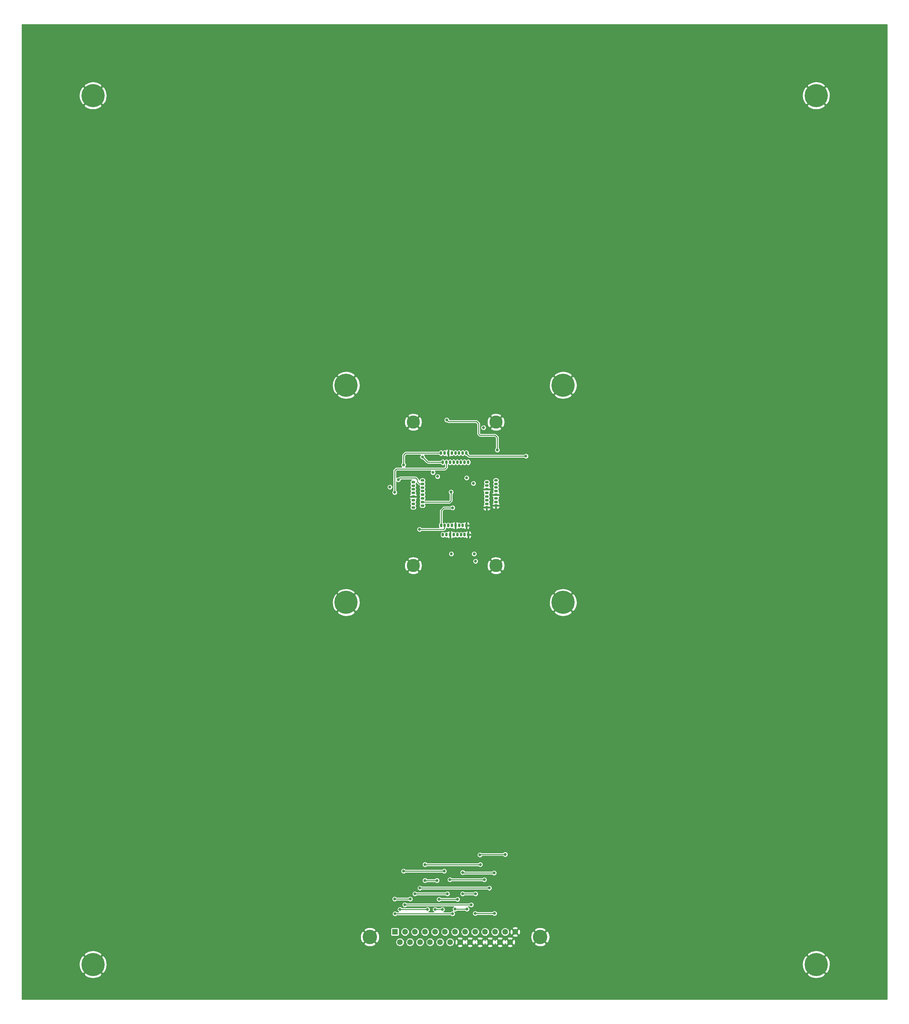
<source format=gbr>
G04 #@! TF.GenerationSoftware,KiCad,Pcbnew,5.1.4-3.fc30*
G04 #@! TF.CreationDate,2019-10-21T10:57:03+02:00*
G04 #@! TF.ProjectId,CarteScreening,43617274-6553-4637-9265-656e696e672e,rev?*
G04 #@! TF.SameCoordinates,Original*
G04 #@! TF.FileFunction,Copper,L2,Inr*
G04 #@! TF.FilePolarity,Positive*
%FSLAX46Y46*%
G04 Gerber Fmt 4.6, Leading zero omitted, Abs format (unit mm)*
G04 Created by KiCad (PCBNEW 5.1.4-3.fc30) date 2019-10-21 10:57:03*
%MOMM*%
%LPD*%
G04 APERTURE LIST*
%ADD10C,0.800000*%
%ADD11C,6.400000*%
%ADD12C,4.000000*%
%ADD13C,1.600000*%
%ADD14R,1.600000X1.600000*%
%ADD15O,1.066800X0.685800*%
%ADD16O,0.685800X1.066800*%
%ADD17C,3.632200*%
%ADD18C,0.500000*%
%ADD19C,0.256000*%
%ADD20C,0.254000*%
G04 APERTURE END LIST*
D10*
X121697056Y-108302944D03*
X120000000Y-107600000D03*
X118302944Y-108302944D03*
X117600000Y-110000000D03*
X118302944Y-111697056D03*
X120000000Y-112400000D03*
X121697056Y-111697056D03*
X122400000Y-110000000D03*
D11*
X120000000Y-110000000D03*
D10*
X121697056Y-48302944D03*
X120000000Y-47600000D03*
X118302944Y-48302944D03*
X117600000Y-50000000D03*
X118302944Y-51697056D03*
X120000000Y-52400000D03*
X121697056Y-51697056D03*
X122400000Y-50000000D03*
D11*
X120000000Y-50000000D03*
D10*
X181697056Y-108302944D03*
X180000000Y-107600000D03*
X178302944Y-108302944D03*
X177600000Y-110000000D03*
X178302944Y-111697056D03*
X180000000Y-112400000D03*
X181697056Y-111697056D03*
X182400000Y-110000000D03*
D11*
X180000000Y-110000000D03*
D10*
X181697056Y-48302944D03*
X180000000Y-47600000D03*
X178302944Y-48302944D03*
X177600000Y-50000000D03*
X178302944Y-51697056D03*
X180000000Y-52400000D03*
X181697056Y-51697056D03*
X182400000Y-50000000D03*
D11*
X180000000Y-50000000D03*
D12*
X173670000Y-202420000D03*
X126570000Y-202420000D03*
D13*
X165355000Y-203840000D03*
X162585000Y-203840000D03*
X159815000Y-203840000D03*
X157045000Y-203840000D03*
X154275000Y-203840000D03*
X151505000Y-203840000D03*
X148735000Y-203840000D03*
X145965000Y-203840000D03*
X143195000Y-203840000D03*
X140425000Y-203840000D03*
X137655000Y-203840000D03*
X134885000Y-203840000D03*
X166740000Y-201000000D03*
X163970000Y-201000000D03*
X161200000Y-201000000D03*
X158430000Y-201000000D03*
X155660000Y-201000000D03*
X152890000Y-201000000D03*
X150120000Y-201000000D03*
X147350000Y-201000000D03*
X144580000Y-201000000D03*
X141810000Y-201000000D03*
X139040000Y-201000000D03*
X136270000Y-201000000D03*
D14*
X133500000Y-201000000D03*
D10*
X51697056Y31697056D03*
X50000000Y32400000D03*
X48302944Y31697056D03*
X47600000Y30000000D03*
X48302944Y28302944D03*
X50000000Y27600000D03*
X51697056Y28302944D03*
X52400000Y30000000D03*
D11*
X50000000Y30000000D03*
D10*
X251697056Y31697056D03*
X250000000Y32400000D03*
X248302944Y31697056D03*
X247600000Y30000000D03*
X248302944Y28302944D03*
X250000000Y27600000D03*
X251697056Y28302944D03*
X252400000Y30000000D03*
D11*
X250000000Y30000000D03*
D10*
X251697056Y-208302944D03*
X250000000Y-207600000D03*
X248302944Y-208302944D03*
X247600000Y-210000000D03*
X248302944Y-211697056D03*
X250000000Y-212400000D03*
X251697056Y-211697056D03*
X252400000Y-210000000D03*
D11*
X250000000Y-210000000D03*
D10*
X51697056Y-208302944D03*
X50000000Y-207600000D03*
X48302944Y-208302944D03*
X47600000Y-210000000D03*
X48302944Y-211697056D03*
X50000000Y-212400000D03*
X51697056Y-211697056D03*
X52400000Y-210000000D03*
D11*
X50000000Y-210000000D03*
D15*
X138570000Y-82758440D03*
X141110000Y-81257300D03*
X138570000Y-80756920D03*
X138570000Y-78755400D03*
X141110000Y-78255020D03*
X141110000Y-79255780D03*
X141110000Y-83258820D03*
X141110000Y-80256540D03*
X141110000Y-82258060D03*
X138570000Y-79756160D03*
X141110000Y-77254260D03*
X138570000Y-81757680D03*
X138570000Y-76753880D03*
X138570000Y-77754640D03*
X138570000Y-83759200D03*
X141110000Y-76253500D03*
D16*
X147241560Y-68722400D03*
X148742700Y-71262400D03*
X149243080Y-68722400D03*
X151244600Y-68722400D03*
X151744980Y-71262400D03*
X150744220Y-71262400D03*
X146741180Y-71262400D03*
X149743460Y-71262400D03*
X147741940Y-71262400D03*
X150243840Y-68722400D03*
X152745740Y-71262400D03*
X148242320Y-68722400D03*
X153246120Y-68722400D03*
X152245360Y-68722400D03*
X146240800Y-68722400D03*
X153746500Y-71262400D03*
D15*
X161430000Y-77241560D03*
X158890000Y-78742700D03*
X161430000Y-79243080D03*
X161430000Y-81244600D03*
X158890000Y-81744980D03*
X158890000Y-80744220D03*
X158890000Y-76741180D03*
X158890000Y-79743460D03*
X158890000Y-77741940D03*
X161430000Y-80243840D03*
X158890000Y-82745740D03*
X161430000Y-78242320D03*
X161430000Y-83246120D03*
X161430000Y-82245360D03*
X161430000Y-76240800D03*
X158890000Y-83746500D03*
D16*
X153759200Y-91277600D03*
X153258820Y-88737600D03*
X152758440Y-91277600D03*
X152258060Y-88737600D03*
X151757680Y-91277600D03*
X151257300Y-88737600D03*
X150756920Y-91277600D03*
X150256540Y-88737600D03*
X149756160Y-91277600D03*
X149255780Y-88737600D03*
X148755400Y-91277600D03*
X148255020Y-88737600D03*
X147754640Y-91277600D03*
X147254260Y-88737600D03*
X146753880Y-91277600D03*
X146253500Y-88737600D03*
D17*
X138570000Y-99812000D03*
X161430000Y-99812000D03*
X161430000Y-60188000D03*
X138570000Y-60188000D03*
D10*
X145000000Y-72200000D03*
X143300000Y-75900000D03*
X151500000Y-77000000D03*
X155600000Y-75700000D03*
X139700000Y-84900000D03*
X167000000Y-72600000D03*
X167000000Y-70800000D03*
X167000000Y-74500000D03*
X163800000Y-79400000D03*
X149300000Y-82700000D03*
X137300000Y-80800000D03*
X144400000Y-87600000D03*
X164200000Y-75100000D03*
X165200000Y-73800000D03*
X143200000Y-191900000D03*
X143200000Y-187900000D03*
X145100000Y-188000000D03*
X142600000Y-197000000D03*
X152200000Y-187700000D03*
X147200000Y-179700000D03*
X148900000Y-179700000D03*
X147100000Y-161700000D03*
X149000000Y-161700000D03*
X140300000Y-91900000D03*
X140200000Y-88200000D03*
X156100000Y-95200000D03*
X141700000Y-115800000D03*
X143900000Y-115800000D03*
X139600000Y-115700000D03*
D18*
X151600000Y-112600000D03*
X152800000Y-112600000D03*
X155200000Y-112500000D03*
X156400000Y-112500000D03*
X145900000Y-115800000D03*
X161800000Y-109000000D03*
X161500000Y-182200000D03*
X159900000Y-178600000D03*
X160300000Y-171000000D03*
X160300000Y-124400000D03*
X158200000Y-107000000D03*
X158200000Y-116100000D03*
X158000000Y-124600000D03*
X158300000Y-151500000D03*
X158100000Y-168400000D03*
X158100000Y-174100000D03*
D10*
X143900000Y-122100000D03*
D18*
X144000000Y-138000000D03*
X144000000Y-153100000D03*
X146000000Y-152600000D03*
X146200000Y-137800000D03*
X140000000Y-127100000D03*
X139700000Y-139600000D03*
X139700000Y-153800000D03*
X141800000Y-152400000D03*
X141700000Y-138800000D03*
X142000000Y-126500000D03*
X137000000Y-142000000D03*
X137500000Y-110400000D03*
X134800000Y-110200000D03*
X134700000Y-142200000D03*
D10*
X133400000Y-79600000D03*
X137700000Y-191900000D03*
X133400000Y-191900000D03*
X134900000Y-194800000D03*
X142500000Y-194800000D03*
X164000000Y-179600000D03*
X157000000Y-179700000D03*
X141100000Y-69800000D03*
X160900000Y-184700000D03*
X152200000Y-184600000D03*
X157100000Y-182400000D03*
X141800000Y-182400000D03*
X155700000Y-195900000D03*
X161000000Y-195900000D03*
X135900000Y-72000000D03*
X147100000Y-184200000D03*
X135900000Y-184200000D03*
X139000000Y-190500000D03*
X148000000Y-190500000D03*
X149450000Y-83850000D03*
X169700000Y-69600000D03*
X140400000Y-188900000D03*
X159600000Y-188900000D03*
X140300000Y-89800000D03*
X149000000Y-79500000D03*
X158000000Y-61700000D03*
X161800000Y-67900000D03*
X147800000Y-59600000D03*
X132100000Y-78100000D03*
X134400000Y-76100000D03*
X153300000Y-75600000D03*
X145700000Y-192000000D03*
X150800000Y-192000000D03*
X148700000Y-186600000D03*
X158200000Y-186600000D03*
X149100000Y-96600000D03*
X133500000Y-196000000D03*
X149400000Y-196000000D03*
X155400000Y-96600000D03*
X136200000Y-193500000D03*
X154600000Y-193500000D03*
X144000000Y-74100000D03*
X141800000Y-186800000D03*
X145100000Y-186800000D03*
X145300000Y-75200000D03*
X144600000Y-194800000D03*
X146600000Y-194800000D03*
X155200000Y-77100000D03*
X150100000Y-194700000D03*
X153400000Y-194700000D03*
X155800000Y-98600000D03*
X152200000Y-190500000D03*
X155800000Y-190500000D03*
D19*
X133400000Y-79600000D02*
X133400000Y-73600000D01*
X133400000Y-73600000D02*
X133900000Y-73100000D01*
X133900000Y-73100000D02*
X147300000Y-73100000D01*
X147741940Y-72658060D02*
X147741940Y-71262400D01*
X147300000Y-73100000D02*
X147741940Y-72658060D01*
X137700000Y-191900000D02*
X133400000Y-191900000D01*
X142500000Y-194800000D02*
X134900000Y-194800000D01*
X164000000Y-179600000D02*
X157100000Y-179600000D01*
X157100000Y-179600000D02*
X157000000Y-179700000D01*
X146741180Y-71262400D02*
X142562400Y-71262400D01*
X142562400Y-71262400D02*
X141100000Y-69800000D01*
X160900000Y-184700000D02*
X152200000Y-184700000D01*
X152200000Y-184700000D02*
X152100000Y-184600000D01*
X157100000Y-182400000D02*
X141700000Y-182400000D01*
X155700000Y-195900000D02*
X161000000Y-195900000D01*
X135900000Y-72000000D02*
X135900000Y-69300000D01*
X136477600Y-68722400D02*
X138922400Y-68722400D01*
X135900000Y-69300000D02*
X136477600Y-68722400D01*
X146240800Y-68722400D02*
X138922400Y-68722400D01*
X138922400Y-68722400D02*
X137677600Y-68722400D01*
X147100000Y-184200000D02*
X135900000Y-184200000D01*
X135900000Y-184200000D02*
X135900000Y-184200000D01*
X139000000Y-190500000D02*
X148000000Y-190500000D01*
X149450000Y-83850000D02*
X147050000Y-83850000D01*
X146253500Y-84646500D02*
X146253500Y-88737600D01*
X147050000Y-83850000D02*
X146253500Y-84646500D01*
X168834315Y-69600000D02*
X169400000Y-69600000D01*
X153933220Y-69600000D02*
X168834315Y-69600000D01*
X153246120Y-68912900D02*
X153933220Y-69600000D01*
X153246120Y-68722400D02*
X153246120Y-68912900D01*
X140400000Y-188900000D02*
X159600000Y-188900000D01*
X147254260Y-89527000D02*
X146981260Y-89800000D01*
X147254260Y-88737600D02*
X147254260Y-89527000D01*
X146981260Y-89800000D02*
X140300000Y-89800000D01*
X141110000Y-82258060D02*
X148641940Y-82258060D01*
X148641940Y-82258060D02*
X149000000Y-81900000D01*
X149000000Y-81900000D02*
X149000000Y-79500000D01*
X161800000Y-67900000D02*
X161800000Y-64400000D01*
X147800000Y-59600000D02*
X148200000Y-60000000D01*
X148200000Y-60000000D02*
X156000000Y-60000000D01*
X156000000Y-60000000D02*
X156600000Y-60600000D01*
X156600000Y-60600000D02*
X156600000Y-63400000D01*
X156600000Y-63400000D02*
X157000000Y-63800000D01*
X161200000Y-63800000D02*
X161800000Y-64400000D01*
X157000000Y-63800000D02*
X161200000Y-63800000D01*
X140320600Y-77254260D02*
X139700000Y-76633660D01*
X141110000Y-77254260D02*
X140320600Y-77254260D01*
X139700000Y-76633660D02*
X139700000Y-76100000D01*
X139700000Y-76100000D02*
X139200000Y-75600000D01*
X134900000Y-75600000D02*
X134400000Y-76100000D01*
X139200000Y-75600000D02*
X134900000Y-75600000D01*
X145700000Y-192000000D02*
X150700000Y-192000000D01*
X148700000Y-186600000D02*
X158200000Y-186600000D01*
X133500000Y-196000000D02*
X149400000Y-196000000D01*
X136200000Y-193500000D02*
X154500000Y-193500000D01*
X141800000Y-186800000D02*
X145100000Y-186800000D01*
X144600000Y-194800000D02*
X146600000Y-194800000D01*
X150100000Y-194700000D02*
X153400000Y-194700000D01*
X152200000Y-190500000D02*
X155800000Y-190500000D01*
D20*
G36*
X269598001Y-219598000D02*
G01*
X30402000Y-219598000D01*
X30402000Y-212700881D01*
X47478724Y-212700881D01*
X47838912Y-213190548D01*
X48502882Y-213550849D01*
X49224385Y-213774694D01*
X49975695Y-213853480D01*
X50727938Y-213784178D01*
X51452208Y-213569452D01*
X52120670Y-213217555D01*
X52161088Y-213190548D01*
X52521276Y-212700881D01*
X247478724Y-212700881D01*
X247838912Y-213190548D01*
X248502882Y-213550849D01*
X249224385Y-213774694D01*
X249975695Y-213853480D01*
X250727938Y-213784178D01*
X251452208Y-213569452D01*
X252120670Y-213217555D01*
X252161088Y-213190548D01*
X252521276Y-212700881D01*
X250000000Y-210179605D01*
X247478724Y-212700881D01*
X52521276Y-212700881D01*
X50000000Y-210179605D01*
X47478724Y-212700881D01*
X30402000Y-212700881D01*
X30402000Y-209975695D01*
X46146520Y-209975695D01*
X46215822Y-210727938D01*
X46430548Y-211452208D01*
X46782445Y-212120670D01*
X46809452Y-212161088D01*
X47299119Y-212521276D01*
X49820395Y-210000000D01*
X50179605Y-210000000D01*
X52700881Y-212521276D01*
X53190548Y-212161088D01*
X53550849Y-211497118D01*
X53774694Y-210775615D01*
X53853480Y-210024305D01*
X53849002Y-209975695D01*
X246146520Y-209975695D01*
X246215822Y-210727938D01*
X246430548Y-211452208D01*
X246782445Y-212120670D01*
X246809452Y-212161088D01*
X247299119Y-212521276D01*
X249820395Y-210000000D01*
X250179605Y-210000000D01*
X252700881Y-212521276D01*
X253190548Y-212161088D01*
X253550849Y-211497118D01*
X253774694Y-210775615D01*
X253853480Y-210024305D01*
X253784178Y-209272062D01*
X253569452Y-208547792D01*
X253217555Y-207879330D01*
X253190548Y-207838912D01*
X252700881Y-207478724D01*
X250179605Y-210000000D01*
X249820395Y-210000000D01*
X247299119Y-207478724D01*
X246809452Y-207838912D01*
X246449151Y-208502882D01*
X246225306Y-209224385D01*
X246146520Y-209975695D01*
X53849002Y-209975695D01*
X53784178Y-209272062D01*
X53569452Y-208547792D01*
X53217555Y-207879330D01*
X53190548Y-207838912D01*
X52700881Y-207478724D01*
X50179605Y-210000000D01*
X49820395Y-210000000D01*
X47299119Y-207478724D01*
X46809452Y-207838912D01*
X46449151Y-208502882D01*
X46225306Y-209224385D01*
X46146520Y-209975695D01*
X30402000Y-209975695D01*
X30402000Y-207299119D01*
X47478724Y-207299119D01*
X50000000Y-209820395D01*
X52521276Y-207299119D01*
X247478724Y-207299119D01*
X250000000Y-209820395D01*
X252521276Y-207299119D01*
X252161088Y-206809452D01*
X251497118Y-206449151D01*
X250775615Y-206225306D01*
X250024305Y-206146520D01*
X249272062Y-206215822D01*
X248547792Y-206430548D01*
X247879330Y-206782445D01*
X247838912Y-206809452D01*
X247478724Y-207299119D01*
X52521276Y-207299119D01*
X52161088Y-206809452D01*
X51497118Y-206449151D01*
X50775615Y-206225306D01*
X50024305Y-206146520D01*
X49272062Y-206215822D01*
X48547792Y-206430548D01*
X47879330Y-206782445D01*
X47838912Y-206809452D01*
X47478724Y-207299119D01*
X30402000Y-207299119D01*
X30402000Y-204267499D01*
X124902106Y-204267499D01*
X125118228Y-204634258D01*
X125578105Y-204874938D01*
X126076098Y-205021275D01*
X126593071Y-205067648D01*
X127109159Y-205012273D01*
X127604526Y-204857279D01*
X128021772Y-204634258D01*
X128237894Y-204267499D01*
X126570000Y-202599605D01*
X124902106Y-204267499D01*
X30402000Y-204267499D01*
X30402000Y-202443071D01*
X123922352Y-202443071D01*
X123977727Y-202959159D01*
X124132721Y-203454526D01*
X124355742Y-203871772D01*
X124722501Y-204087894D01*
X126390395Y-202420000D01*
X126749605Y-202420000D01*
X128417499Y-204087894D01*
X128784258Y-203871772D01*
X128861555Y-203724076D01*
X133708000Y-203724076D01*
X133708000Y-203955924D01*
X133753231Y-204183318D01*
X133841956Y-204397519D01*
X133970764Y-204590294D01*
X134134706Y-204754236D01*
X134327481Y-204883044D01*
X134541682Y-204971769D01*
X134769076Y-205017000D01*
X135000924Y-205017000D01*
X135228318Y-204971769D01*
X135442519Y-204883044D01*
X135635294Y-204754236D01*
X135799236Y-204590294D01*
X135928044Y-204397519D01*
X136016769Y-204183318D01*
X136062000Y-203955924D01*
X136062000Y-203724076D01*
X136478000Y-203724076D01*
X136478000Y-203955924D01*
X136523231Y-204183318D01*
X136611956Y-204397519D01*
X136740764Y-204590294D01*
X136904706Y-204754236D01*
X137097481Y-204883044D01*
X137311682Y-204971769D01*
X137539076Y-205017000D01*
X137770924Y-205017000D01*
X137998318Y-204971769D01*
X138212519Y-204883044D01*
X138405294Y-204754236D01*
X138569236Y-204590294D01*
X138698044Y-204397519D01*
X138786769Y-204183318D01*
X138832000Y-203955924D01*
X138832000Y-203724076D01*
X139248000Y-203724076D01*
X139248000Y-203955924D01*
X139293231Y-204183318D01*
X139381956Y-204397519D01*
X139510764Y-204590294D01*
X139674706Y-204754236D01*
X139867481Y-204883044D01*
X140081682Y-204971769D01*
X140309076Y-205017000D01*
X140540924Y-205017000D01*
X140768318Y-204971769D01*
X140982519Y-204883044D01*
X141175294Y-204754236D01*
X141339236Y-204590294D01*
X141468044Y-204397519D01*
X141556769Y-204183318D01*
X141602000Y-203955924D01*
X141602000Y-203724076D01*
X142018000Y-203724076D01*
X142018000Y-203955924D01*
X142063231Y-204183318D01*
X142151956Y-204397519D01*
X142280764Y-204590294D01*
X142444706Y-204754236D01*
X142637481Y-204883044D01*
X142851682Y-204971769D01*
X143079076Y-205017000D01*
X143310924Y-205017000D01*
X143538318Y-204971769D01*
X143752519Y-204883044D01*
X143945294Y-204754236D01*
X144109236Y-204590294D01*
X144238044Y-204397519D01*
X144326769Y-204183318D01*
X144372000Y-203955924D01*
X144372000Y-203724076D01*
X144788000Y-203724076D01*
X144788000Y-203955924D01*
X144833231Y-204183318D01*
X144921956Y-204397519D01*
X145050764Y-204590294D01*
X145214706Y-204754236D01*
X145407481Y-204883044D01*
X145621682Y-204971769D01*
X145849076Y-205017000D01*
X146080924Y-205017000D01*
X146308318Y-204971769D01*
X146522519Y-204883044D01*
X146715294Y-204754236D01*
X146879236Y-204590294D01*
X147008044Y-204397519D01*
X147096769Y-204183318D01*
X147142000Y-203955924D01*
X147142000Y-203724076D01*
X147558000Y-203724076D01*
X147558000Y-203955924D01*
X147603231Y-204183318D01*
X147691956Y-204397519D01*
X147820764Y-204590294D01*
X147984706Y-204754236D01*
X148177481Y-204883044D01*
X148391682Y-204971769D01*
X148619076Y-205017000D01*
X148850924Y-205017000D01*
X149078318Y-204971769D01*
X149292519Y-204883044D01*
X149367861Y-204832702D01*
X150691903Y-204832702D01*
X150763486Y-205076671D01*
X151018996Y-205197571D01*
X151293184Y-205266300D01*
X151575512Y-205280217D01*
X151855130Y-205238787D01*
X152121292Y-205143603D01*
X152246514Y-205076671D01*
X152318097Y-204832702D01*
X153461903Y-204832702D01*
X153533486Y-205076671D01*
X153788996Y-205197571D01*
X154063184Y-205266300D01*
X154345512Y-205280217D01*
X154625130Y-205238787D01*
X154891292Y-205143603D01*
X155016514Y-205076671D01*
X155088097Y-204832702D01*
X156231903Y-204832702D01*
X156303486Y-205076671D01*
X156558996Y-205197571D01*
X156833184Y-205266300D01*
X157115512Y-205280217D01*
X157395130Y-205238787D01*
X157661292Y-205143603D01*
X157786514Y-205076671D01*
X157858097Y-204832702D01*
X159001903Y-204832702D01*
X159073486Y-205076671D01*
X159328996Y-205197571D01*
X159603184Y-205266300D01*
X159885512Y-205280217D01*
X160165130Y-205238787D01*
X160431292Y-205143603D01*
X160556514Y-205076671D01*
X160628097Y-204832702D01*
X161771903Y-204832702D01*
X161843486Y-205076671D01*
X162098996Y-205197571D01*
X162373184Y-205266300D01*
X162655512Y-205280217D01*
X162935130Y-205238787D01*
X163201292Y-205143603D01*
X163326514Y-205076671D01*
X163398097Y-204832702D01*
X164541903Y-204832702D01*
X164613486Y-205076671D01*
X164868996Y-205197571D01*
X165143184Y-205266300D01*
X165425512Y-205280217D01*
X165705130Y-205238787D01*
X165971292Y-205143603D01*
X166096514Y-205076671D01*
X166168097Y-204832702D01*
X165355000Y-204019605D01*
X164541903Y-204832702D01*
X163398097Y-204832702D01*
X162585000Y-204019605D01*
X161771903Y-204832702D01*
X160628097Y-204832702D01*
X159815000Y-204019605D01*
X159001903Y-204832702D01*
X157858097Y-204832702D01*
X157045000Y-204019605D01*
X156231903Y-204832702D01*
X155088097Y-204832702D01*
X154275000Y-204019605D01*
X153461903Y-204832702D01*
X152318097Y-204832702D01*
X151505000Y-204019605D01*
X150691903Y-204832702D01*
X149367861Y-204832702D01*
X149485294Y-204754236D01*
X149649236Y-204590294D01*
X149778044Y-204397519D01*
X149866769Y-204183318D01*
X149912000Y-203955924D01*
X149912000Y-203910512D01*
X150064783Y-203910512D01*
X150106213Y-204190130D01*
X150201397Y-204456292D01*
X150268329Y-204581514D01*
X150512298Y-204653097D01*
X151325395Y-203840000D01*
X151684605Y-203840000D01*
X152497702Y-204653097D01*
X152741671Y-204581514D01*
X152862571Y-204326004D01*
X152888216Y-204223695D01*
X152971397Y-204456292D01*
X153038329Y-204581514D01*
X153282298Y-204653097D01*
X154095395Y-203840000D01*
X154454605Y-203840000D01*
X155267702Y-204653097D01*
X155511671Y-204581514D01*
X155632571Y-204326004D01*
X155658216Y-204223695D01*
X155741397Y-204456292D01*
X155808329Y-204581514D01*
X156052298Y-204653097D01*
X156865395Y-203840000D01*
X157224605Y-203840000D01*
X158037702Y-204653097D01*
X158281671Y-204581514D01*
X158402571Y-204326004D01*
X158428216Y-204223695D01*
X158511397Y-204456292D01*
X158578329Y-204581514D01*
X158822298Y-204653097D01*
X159635395Y-203840000D01*
X159994605Y-203840000D01*
X160807702Y-204653097D01*
X161051671Y-204581514D01*
X161172571Y-204326004D01*
X161198216Y-204223695D01*
X161281397Y-204456292D01*
X161348329Y-204581514D01*
X161592298Y-204653097D01*
X162405395Y-203840000D01*
X162764605Y-203840000D01*
X163577702Y-204653097D01*
X163821671Y-204581514D01*
X163942571Y-204326004D01*
X163968216Y-204223695D01*
X164051397Y-204456292D01*
X164118329Y-204581514D01*
X164362298Y-204653097D01*
X165175395Y-203840000D01*
X165534605Y-203840000D01*
X166347702Y-204653097D01*
X166591671Y-204581514D01*
X166712571Y-204326004D01*
X166727236Y-204267499D01*
X172002106Y-204267499D01*
X172218228Y-204634258D01*
X172678105Y-204874938D01*
X173176098Y-205021275D01*
X173693071Y-205067648D01*
X174209159Y-205012273D01*
X174704526Y-204857279D01*
X175121772Y-204634258D01*
X175337894Y-204267499D01*
X173670000Y-202599605D01*
X172002106Y-204267499D01*
X166727236Y-204267499D01*
X166781300Y-204051816D01*
X166795217Y-203769488D01*
X166753787Y-203489870D01*
X166658603Y-203223708D01*
X166591671Y-203098486D01*
X166347702Y-203026903D01*
X165534605Y-203840000D01*
X165175395Y-203840000D01*
X164362298Y-203026903D01*
X164118329Y-203098486D01*
X163997429Y-203353996D01*
X163971784Y-203456305D01*
X163888603Y-203223708D01*
X163821671Y-203098486D01*
X163577702Y-203026903D01*
X162764605Y-203840000D01*
X162405395Y-203840000D01*
X161592298Y-203026903D01*
X161348329Y-203098486D01*
X161227429Y-203353996D01*
X161201784Y-203456305D01*
X161118603Y-203223708D01*
X161051671Y-203098486D01*
X160807702Y-203026903D01*
X159994605Y-203840000D01*
X159635395Y-203840000D01*
X158822298Y-203026903D01*
X158578329Y-203098486D01*
X158457429Y-203353996D01*
X158431784Y-203456305D01*
X158348603Y-203223708D01*
X158281671Y-203098486D01*
X158037702Y-203026903D01*
X157224605Y-203840000D01*
X156865395Y-203840000D01*
X156052298Y-203026903D01*
X155808329Y-203098486D01*
X155687429Y-203353996D01*
X155661784Y-203456305D01*
X155578603Y-203223708D01*
X155511671Y-203098486D01*
X155267702Y-203026903D01*
X154454605Y-203840000D01*
X154095395Y-203840000D01*
X153282298Y-203026903D01*
X153038329Y-203098486D01*
X152917429Y-203353996D01*
X152891784Y-203456305D01*
X152808603Y-203223708D01*
X152741671Y-203098486D01*
X152497702Y-203026903D01*
X151684605Y-203840000D01*
X151325395Y-203840000D01*
X150512298Y-203026903D01*
X150268329Y-203098486D01*
X150147429Y-203353996D01*
X150078700Y-203628184D01*
X150064783Y-203910512D01*
X149912000Y-203910512D01*
X149912000Y-203724076D01*
X149866769Y-203496682D01*
X149778044Y-203282481D01*
X149649236Y-203089706D01*
X149485294Y-202925764D01*
X149367862Y-202847298D01*
X150691903Y-202847298D01*
X151505000Y-203660395D01*
X152318097Y-202847298D01*
X153461903Y-202847298D01*
X154275000Y-203660395D01*
X155088097Y-202847298D01*
X156231903Y-202847298D01*
X157045000Y-203660395D01*
X157858097Y-202847298D01*
X159001903Y-202847298D01*
X159815000Y-203660395D01*
X160628097Y-202847298D01*
X161771903Y-202847298D01*
X162585000Y-203660395D01*
X163398097Y-202847298D01*
X164541903Y-202847298D01*
X165355000Y-203660395D01*
X166168097Y-202847298D01*
X166096514Y-202603329D01*
X165841004Y-202482429D01*
X165683989Y-202443071D01*
X171022352Y-202443071D01*
X171077727Y-202959159D01*
X171232721Y-203454526D01*
X171455742Y-203871772D01*
X171822501Y-204087894D01*
X173490395Y-202420000D01*
X173849605Y-202420000D01*
X175517499Y-204087894D01*
X175884258Y-203871772D01*
X176124938Y-203411895D01*
X176271275Y-202913902D01*
X176317648Y-202396929D01*
X176262273Y-201880841D01*
X176107279Y-201385474D01*
X175884258Y-200968228D01*
X175517499Y-200752106D01*
X173849605Y-202420000D01*
X173490395Y-202420000D01*
X171822501Y-200752106D01*
X171455742Y-200968228D01*
X171215062Y-201428105D01*
X171068725Y-201926098D01*
X171022352Y-202443071D01*
X165683989Y-202443071D01*
X165566816Y-202413700D01*
X165284488Y-202399783D01*
X165004870Y-202441213D01*
X164738708Y-202536397D01*
X164613486Y-202603329D01*
X164541903Y-202847298D01*
X163398097Y-202847298D01*
X163326514Y-202603329D01*
X163071004Y-202482429D01*
X162796816Y-202413700D01*
X162514488Y-202399783D01*
X162234870Y-202441213D01*
X161968708Y-202536397D01*
X161843486Y-202603329D01*
X161771903Y-202847298D01*
X160628097Y-202847298D01*
X160556514Y-202603329D01*
X160301004Y-202482429D01*
X160026816Y-202413700D01*
X159744488Y-202399783D01*
X159464870Y-202441213D01*
X159198708Y-202536397D01*
X159073486Y-202603329D01*
X159001903Y-202847298D01*
X157858097Y-202847298D01*
X157786514Y-202603329D01*
X157531004Y-202482429D01*
X157256816Y-202413700D01*
X156974488Y-202399783D01*
X156694870Y-202441213D01*
X156428708Y-202536397D01*
X156303486Y-202603329D01*
X156231903Y-202847298D01*
X155088097Y-202847298D01*
X155016514Y-202603329D01*
X154761004Y-202482429D01*
X154486816Y-202413700D01*
X154204488Y-202399783D01*
X153924870Y-202441213D01*
X153658708Y-202536397D01*
X153533486Y-202603329D01*
X153461903Y-202847298D01*
X152318097Y-202847298D01*
X152246514Y-202603329D01*
X151991004Y-202482429D01*
X151716816Y-202413700D01*
X151434488Y-202399783D01*
X151154870Y-202441213D01*
X150888708Y-202536397D01*
X150763486Y-202603329D01*
X150691903Y-202847298D01*
X149367862Y-202847298D01*
X149292519Y-202796956D01*
X149078318Y-202708231D01*
X148850924Y-202663000D01*
X148619076Y-202663000D01*
X148391682Y-202708231D01*
X148177481Y-202796956D01*
X147984706Y-202925764D01*
X147820764Y-203089706D01*
X147691956Y-203282481D01*
X147603231Y-203496682D01*
X147558000Y-203724076D01*
X147142000Y-203724076D01*
X147096769Y-203496682D01*
X147008044Y-203282481D01*
X146879236Y-203089706D01*
X146715294Y-202925764D01*
X146522519Y-202796956D01*
X146308318Y-202708231D01*
X146080924Y-202663000D01*
X145849076Y-202663000D01*
X145621682Y-202708231D01*
X145407481Y-202796956D01*
X145214706Y-202925764D01*
X145050764Y-203089706D01*
X144921956Y-203282481D01*
X144833231Y-203496682D01*
X144788000Y-203724076D01*
X144372000Y-203724076D01*
X144326769Y-203496682D01*
X144238044Y-203282481D01*
X144109236Y-203089706D01*
X143945294Y-202925764D01*
X143752519Y-202796956D01*
X143538318Y-202708231D01*
X143310924Y-202663000D01*
X143079076Y-202663000D01*
X142851682Y-202708231D01*
X142637481Y-202796956D01*
X142444706Y-202925764D01*
X142280764Y-203089706D01*
X142151956Y-203282481D01*
X142063231Y-203496682D01*
X142018000Y-203724076D01*
X141602000Y-203724076D01*
X141556769Y-203496682D01*
X141468044Y-203282481D01*
X141339236Y-203089706D01*
X141175294Y-202925764D01*
X140982519Y-202796956D01*
X140768318Y-202708231D01*
X140540924Y-202663000D01*
X140309076Y-202663000D01*
X140081682Y-202708231D01*
X139867481Y-202796956D01*
X139674706Y-202925764D01*
X139510764Y-203089706D01*
X139381956Y-203282481D01*
X139293231Y-203496682D01*
X139248000Y-203724076D01*
X138832000Y-203724076D01*
X138786769Y-203496682D01*
X138698044Y-203282481D01*
X138569236Y-203089706D01*
X138405294Y-202925764D01*
X138212519Y-202796956D01*
X137998318Y-202708231D01*
X137770924Y-202663000D01*
X137539076Y-202663000D01*
X137311682Y-202708231D01*
X137097481Y-202796956D01*
X136904706Y-202925764D01*
X136740764Y-203089706D01*
X136611956Y-203282481D01*
X136523231Y-203496682D01*
X136478000Y-203724076D01*
X136062000Y-203724076D01*
X136016769Y-203496682D01*
X135928044Y-203282481D01*
X135799236Y-203089706D01*
X135635294Y-202925764D01*
X135442519Y-202796956D01*
X135228318Y-202708231D01*
X135000924Y-202663000D01*
X134769076Y-202663000D01*
X134541682Y-202708231D01*
X134327481Y-202796956D01*
X134134706Y-202925764D01*
X133970764Y-203089706D01*
X133841956Y-203282481D01*
X133753231Y-203496682D01*
X133708000Y-203724076D01*
X128861555Y-203724076D01*
X129024938Y-203411895D01*
X129171275Y-202913902D01*
X129217648Y-202396929D01*
X129162273Y-201880841D01*
X129007279Y-201385474D01*
X128784258Y-200968228D01*
X128417499Y-200752106D01*
X126749605Y-202420000D01*
X126390395Y-202420000D01*
X124722501Y-200752106D01*
X124355742Y-200968228D01*
X124115062Y-201428105D01*
X123968725Y-201926098D01*
X123922352Y-202443071D01*
X30402000Y-202443071D01*
X30402000Y-200572501D01*
X124902106Y-200572501D01*
X126570000Y-202240395D01*
X128237894Y-200572501D01*
X128021772Y-200205742D01*
X128010801Y-200200000D01*
X132321176Y-200200000D01*
X132321176Y-201800000D01*
X132328455Y-201873905D01*
X132350012Y-201944970D01*
X132385019Y-202010463D01*
X132432131Y-202067869D01*
X132489537Y-202114981D01*
X132555030Y-202149988D01*
X132626095Y-202171545D01*
X132700000Y-202178824D01*
X134300000Y-202178824D01*
X134373905Y-202171545D01*
X134444970Y-202149988D01*
X134510463Y-202114981D01*
X134567869Y-202067869D01*
X134614981Y-202010463D01*
X134649988Y-201944970D01*
X134671545Y-201873905D01*
X134678824Y-201800000D01*
X134678824Y-200884076D01*
X135093000Y-200884076D01*
X135093000Y-201115924D01*
X135138231Y-201343318D01*
X135226956Y-201557519D01*
X135355764Y-201750294D01*
X135519706Y-201914236D01*
X135712481Y-202043044D01*
X135926682Y-202131769D01*
X136154076Y-202177000D01*
X136385924Y-202177000D01*
X136613318Y-202131769D01*
X136827519Y-202043044D01*
X137020294Y-201914236D01*
X137184236Y-201750294D01*
X137313044Y-201557519D01*
X137401769Y-201343318D01*
X137447000Y-201115924D01*
X137447000Y-200884076D01*
X137863000Y-200884076D01*
X137863000Y-201115924D01*
X137908231Y-201343318D01*
X137996956Y-201557519D01*
X138125764Y-201750294D01*
X138289706Y-201914236D01*
X138482481Y-202043044D01*
X138696682Y-202131769D01*
X138924076Y-202177000D01*
X139155924Y-202177000D01*
X139383318Y-202131769D01*
X139597519Y-202043044D01*
X139790294Y-201914236D01*
X139954236Y-201750294D01*
X140083044Y-201557519D01*
X140171769Y-201343318D01*
X140217000Y-201115924D01*
X140217000Y-200884076D01*
X140633000Y-200884076D01*
X140633000Y-201115924D01*
X140678231Y-201343318D01*
X140766956Y-201557519D01*
X140895764Y-201750294D01*
X141059706Y-201914236D01*
X141252481Y-202043044D01*
X141466682Y-202131769D01*
X141694076Y-202177000D01*
X141925924Y-202177000D01*
X142153318Y-202131769D01*
X142367519Y-202043044D01*
X142560294Y-201914236D01*
X142724236Y-201750294D01*
X142853044Y-201557519D01*
X142941769Y-201343318D01*
X142987000Y-201115924D01*
X142987000Y-200884076D01*
X143403000Y-200884076D01*
X143403000Y-201115924D01*
X143448231Y-201343318D01*
X143536956Y-201557519D01*
X143665764Y-201750294D01*
X143829706Y-201914236D01*
X144022481Y-202043044D01*
X144236682Y-202131769D01*
X144464076Y-202177000D01*
X144695924Y-202177000D01*
X144923318Y-202131769D01*
X145137519Y-202043044D01*
X145330294Y-201914236D01*
X145494236Y-201750294D01*
X145623044Y-201557519D01*
X145711769Y-201343318D01*
X145757000Y-201115924D01*
X145757000Y-200884076D01*
X146173000Y-200884076D01*
X146173000Y-201115924D01*
X146218231Y-201343318D01*
X146306956Y-201557519D01*
X146435764Y-201750294D01*
X146599706Y-201914236D01*
X146792481Y-202043044D01*
X147006682Y-202131769D01*
X147234076Y-202177000D01*
X147465924Y-202177000D01*
X147693318Y-202131769D01*
X147907519Y-202043044D01*
X148100294Y-201914236D01*
X148264236Y-201750294D01*
X148393044Y-201557519D01*
X148481769Y-201343318D01*
X148527000Y-201115924D01*
X148527000Y-200884076D01*
X148943000Y-200884076D01*
X148943000Y-201115924D01*
X148988231Y-201343318D01*
X149076956Y-201557519D01*
X149205764Y-201750294D01*
X149369706Y-201914236D01*
X149562481Y-202043044D01*
X149776682Y-202131769D01*
X150004076Y-202177000D01*
X150235924Y-202177000D01*
X150463318Y-202131769D01*
X150677519Y-202043044D01*
X150870294Y-201914236D01*
X151034236Y-201750294D01*
X151163044Y-201557519D01*
X151251769Y-201343318D01*
X151297000Y-201115924D01*
X151297000Y-200884076D01*
X151713000Y-200884076D01*
X151713000Y-201115924D01*
X151758231Y-201343318D01*
X151846956Y-201557519D01*
X151975764Y-201750294D01*
X152139706Y-201914236D01*
X152332481Y-202043044D01*
X152546682Y-202131769D01*
X152774076Y-202177000D01*
X153005924Y-202177000D01*
X153233318Y-202131769D01*
X153447519Y-202043044D01*
X153640294Y-201914236D01*
X153804236Y-201750294D01*
X153933044Y-201557519D01*
X154021769Y-201343318D01*
X154067000Y-201115924D01*
X154067000Y-200884076D01*
X154483000Y-200884076D01*
X154483000Y-201115924D01*
X154528231Y-201343318D01*
X154616956Y-201557519D01*
X154745764Y-201750294D01*
X154909706Y-201914236D01*
X155102481Y-202043044D01*
X155316682Y-202131769D01*
X155544076Y-202177000D01*
X155775924Y-202177000D01*
X156003318Y-202131769D01*
X156217519Y-202043044D01*
X156410294Y-201914236D01*
X156574236Y-201750294D01*
X156703044Y-201557519D01*
X156791769Y-201343318D01*
X156837000Y-201115924D01*
X156837000Y-200884076D01*
X157253000Y-200884076D01*
X157253000Y-201115924D01*
X157298231Y-201343318D01*
X157386956Y-201557519D01*
X157515764Y-201750294D01*
X157679706Y-201914236D01*
X157872481Y-202043044D01*
X158086682Y-202131769D01*
X158314076Y-202177000D01*
X158545924Y-202177000D01*
X158773318Y-202131769D01*
X158987519Y-202043044D01*
X159180294Y-201914236D01*
X159344236Y-201750294D01*
X159473044Y-201557519D01*
X159561769Y-201343318D01*
X159607000Y-201115924D01*
X159607000Y-200884076D01*
X160023000Y-200884076D01*
X160023000Y-201115924D01*
X160068231Y-201343318D01*
X160156956Y-201557519D01*
X160285764Y-201750294D01*
X160449706Y-201914236D01*
X160642481Y-202043044D01*
X160856682Y-202131769D01*
X161084076Y-202177000D01*
X161315924Y-202177000D01*
X161543318Y-202131769D01*
X161757519Y-202043044D01*
X161950294Y-201914236D01*
X162114236Y-201750294D01*
X162243044Y-201557519D01*
X162331769Y-201343318D01*
X162377000Y-201115924D01*
X162377000Y-200884076D01*
X162793000Y-200884076D01*
X162793000Y-201115924D01*
X162838231Y-201343318D01*
X162926956Y-201557519D01*
X163055764Y-201750294D01*
X163219706Y-201914236D01*
X163412481Y-202043044D01*
X163626682Y-202131769D01*
X163854076Y-202177000D01*
X164085924Y-202177000D01*
X164313318Y-202131769D01*
X164527519Y-202043044D01*
X164602861Y-201992702D01*
X165926903Y-201992702D01*
X165998486Y-202236671D01*
X166253996Y-202357571D01*
X166528184Y-202426300D01*
X166810512Y-202440217D01*
X167090130Y-202398787D01*
X167356292Y-202303603D01*
X167481514Y-202236671D01*
X167553097Y-201992702D01*
X166740000Y-201179605D01*
X165926903Y-201992702D01*
X164602861Y-201992702D01*
X164720294Y-201914236D01*
X164884236Y-201750294D01*
X165013044Y-201557519D01*
X165101769Y-201343318D01*
X165147000Y-201115924D01*
X165147000Y-201070512D01*
X165299783Y-201070512D01*
X165341213Y-201350130D01*
X165436397Y-201616292D01*
X165503329Y-201741514D01*
X165747298Y-201813097D01*
X166560395Y-201000000D01*
X166919605Y-201000000D01*
X167732702Y-201813097D01*
X167976671Y-201741514D01*
X168097571Y-201486004D01*
X168166300Y-201211816D01*
X168180217Y-200929488D01*
X168138787Y-200649870D01*
X168111119Y-200572501D01*
X172002106Y-200572501D01*
X173670000Y-202240395D01*
X175337894Y-200572501D01*
X175121772Y-200205742D01*
X174661895Y-199965062D01*
X174163902Y-199818725D01*
X173646929Y-199772352D01*
X173130841Y-199827727D01*
X172635474Y-199982721D01*
X172218228Y-200205742D01*
X172002106Y-200572501D01*
X168111119Y-200572501D01*
X168043603Y-200383708D01*
X167976671Y-200258486D01*
X167732702Y-200186903D01*
X166919605Y-201000000D01*
X166560395Y-201000000D01*
X165747298Y-200186903D01*
X165503329Y-200258486D01*
X165382429Y-200513996D01*
X165313700Y-200788184D01*
X165299783Y-201070512D01*
X165147000Y-201070512D01*
X165147000Y-200884076D01*
X165101769Y-200656682D01*
X165013044Y-200442481D01*
X164884236Y-200249706D01*
X164720294Y-200085764D01*
X164602862Y-200007298D01*
X165926903Y-200007298D01*
X166740000Y-200820395D01*
X167553097Y-200007298D01*
X167481514Y-199763329D01*
X167226004Y-199642429D01*
X166951816Y-199573700D01*
X166669488Y-199559783D01*
X166389870Y-199601213D01*
X166123708Y-199696397D01*
X165998486Y-199763329D01*
X165926903Y-200007298D01*
X164602862Y-200007298D01*
X164527519Y-199956956D01*
X164313318Y-199868231D01*
X164085924Y-199823000D01*
X163854076Y-199823000D01*
X163626682Y-199868231D01*
X163412481Y-199956956D01*
X163219706Y-200085764D01*
X163055764Y-200249706D01*
X162926956Y-200442481D01*
X162838231Y-200656682D01*
X162793000Y-200884076D01*
X162377000Y-200884076D01*
X162331769Y-200656682D01*
X162243044Y-200442481D01*
X162114236Y-200249706D01*
X161950294Y-200085764D01*
X161757519Y-199956956D01*
X161543318Y-199868231D01*
X161315924Y-199823000D01*
X161084076Y-199823000D01*
X160856682Y-199868231D01*
X160642481Y-199956956D01*
X160449706Y-200085764D01*
X160285764Y-200249706D01*
X160156956Y-200442481D01*
X160068231Y-200656682D01*
X160023000Y-200884076D01*
X159607000Y-200884076D01*
X159561769Y-200656682D01*
X159473044Y-200442481D01*
X159344236Y-200249706D01*
X159180294Y-200085764D01*
X158987519Y-199956956D01*
X158773318Y-199868231D01*
X158545924Y-199823000D01*
X158314076Y-199823000D01*
X158086682Y-199868231D01*
X157872481Y-199956956D01*
X157679706Y-200085764D01*
X157515764Y-200249706D01*
X157386956Y-200442481D01*
X157298231Y-200656682D01*
X157253000Y-200884076D01*
X156837000Y-200884076D01*
X156791769Y-200656682D01*
X156703044Y-200442481D01*
X156574236Y-200249706D01*
X156410294Y-200085764D01*
X156217519Y-199956956D01*
X156003318Y-199868231D01*
X155775924Y-199823000D01*
X155544076Y-199823000D01*
X155316682Y-199868231D01*
X155102481Y-199956956D01*
X154909706Y-200085764D01*
X154745764Y-200249706D01*
X154616956Y-200442481D01*
X154528231Y-200656682D01*
X154483000Y-200884076D01*
X154067000Y-200884076D01*
X154021769Y-200656682D01*
X153933044Y-200442481D01*
X153804236Y-200249706D01*
X153640294Y-200085764D01*
X153447519Y-199956956D01*
X153233318Y-199868231D01*
X153005924Y-199823000D01*
X152774076Y-199823000D01*
X152546682Y-199868231D01*
X152332481Y-199956956D01*
X152139706Y-200085764D01*
X151975764Y-200249706D01*
X151846956Y-200442481D01*
X151758231Y-200656682D01*
X151713000Y-200884076D01*
X151297000Y-200884076D01*
X151251769Y-200656682D01*
X151163044Y-200442481D01*
X151034236Y-200249706D01*
X150870294Y-200085764D01*
X150677519Y-199956956D01*
X150463318Y-199868231D01*
X150235924Y-199823000D01*
X150004076Y-199823000D01*
X149776682Y-199868231D01*
X149562481Y-199956956D01*
X149369706Y-200085764D01*
X149205764Y-200249706D01*
X149076956Y-200442481D01*
X148988231Y-200656682D01*
X148943000Y-200884076D01*
X148527000Y-200884076D01*
X148481769Y-200656682D01*
X148393044Y-200442481D01*
X148264236Y-200249706D01*
X148100294Y-200085764D01*
X147907519Y-199956956D01*
X147693318Y-199868231D01*
X147465924Y-199823000D01*
X147234076Y-199823000D01*
X147006682Y-199868231D01*
X146792481Y-199956956D01*
X146599706Y-200085764D01*
X146435764Y-200249706D01*
X146306956Y-200442481D01*
X146218231Y-200656682D01*
X146173000Y-200884076D01*
X145757000Y-200884076D01*
X145711769Y-200656682D01*
X145623044Y-200442481D01*
X145494236Y-200249706D01*
X145330294Y-200085764D01*
X145137519Y-199956956D01*
X144923318Y-199868231D01*
X144695924Y-199823000D01*
X144464076Y-199823000D01*
X144236682Y-199868231D01*
X144022481Y-199956956D01*
X143829706Y-200085764D01*
X143665764Y-200249706D01*
X143536956Y-200442481D01*
X143448231Y-200656682D01*
X143403000Y-200884076D01*
X142987000Y-200884076D01*
X142941769Y-200656682D01*
X142853044Y-200442481D01*
X142724236Y-200249706D01*
X142560294Y-200085764D01*
X142367519Y-199956956D01*
X142153318Y-199868231D01*
X141925924Y-199823000D01*
X141694076Y-199823000D01*
X141466682Y-199868231D01*
X141252481Y-199956956D01*
X141059706Y-200085764D01*
X140895764Y-200249706D01*
X140766956Y-200442481D01*
X140678231Y-200656682D01*
X140633000Y-200884076D01*
X140217000Y-200884076D01*
X140171769Y-200656682D01*
X140083044Y-200442481D01*
X139954236Y-200249706D01*
X139790294Y-200085764D01*
X139597519Y-199956956D01*
X139383318Y-199868231D01*
X139155924Y-199823000D01*
X138924076Y-199823000D01*
X138696682Y-199868231D01*
X138482481Y-199956956D01*
X138289706Y-200085764D01*
X138125764Y-200249706D01*
X137996956Y-200442481D01*
X137908231Y-200656682D01*
X137863000Y-200884076D01*
X137447000Y-200884076D01*
X137401769Y-200656682D01*
X137313044Y-200442481D01*
X137184236Y-200249706D01*
X137020294Y-200085764D01*
X136827519Y-199956956D01*
X136613318Y-199868231D01*
X136385924Y-199823000D01*
X136154076Y-199823000D01*
X135926682Y-199868231D01*
X135712481Y-199956956D01*
X135519706Y-200085764D01*
X135355764Y-200249706D01*
X135226956Y-200442481D01*
X135138231Y-200656682D01*
X135093000Y-200884076D01*
X134678824Y-200884076D01*
X134678824Y-200200000D01*
X134671545Y-200126095D01*
X134649988Y-200055030D01*
X134614981Y-199989537D01*
X134567869Y-199932131D01*
X134510463Y-199885019D01*
X134444970Y-199850012D01*
X134373905Y-199828455D01*
X134300000Y-199821176D01*
X132700000Y-199821176D01*
X132626095Y-199828455D01*
X132555030Y-199850012D01*
X132489537Y-199885019D01*
X132432131Y-199932131D01*
X132385019Y-199989537D01*
X132350012Y-200055030D01*
X132328455Y-200126095D01*
X132321176Y-200200000D01*
X128010801Y-200200000D01*
X127561895Y-199965062D01*
X127063902Y-199818725D01*
X126546929Y-199772352D01*
X126030841Y-199827727D01*
X125535474Y-199982721D01*
X125118228Y-200205742D01*
X124902106Y-200572501D01*
X30402000Y-200572501D01*
X30402000Y-195923472D01*
X132723000Y-195923472D01*
X132723000Y-196076528D01*
X132752859Y-196226643D01*
X132811431Y-196368048D01*
X132896464Y-196495309D01*
X133004691Y-196603536D01*
X133131952Y-196688569D01*
X133273357Y-196747141D01*
X133423472Y-196777000D01*
X133576528Y-196777000D01*
X133726643Y-196747141D01*
X133868048Y-196688569D01*
X133995309Y-196603536D01*
X134093845Y-196505000D01*
X148806155Y-196505000D01*
X148904691Y-196603536D01*
X149031952Y-196688569D01*
X149173357Y-196747141D01*
X149323472Y-196777000D01*
X149476528Y-196777000D01*
X149626643Y-196747141D01*
X149768048Y-196688569D01*
X149895309Y-196603536D01*
X150003536Y-196495309D01*
X150088569Y-196368048D01*
X150147141Y-196226643D01*
X150177000Y-196076528D01*
X150177000Y-195923472D01*
X150157110Y-195823472D01*
X154923000Y-195823472D01*
X154923000Y-195976528D01*
X154952859Y-196126643D01*
X155011431Y-196268048D01*
X155096464Y-196395309D01*
X155204691Y-196503536D01*
X155331952Y-196588569D01*
X155473357Y-196647141D01*
X155623472Y-196677000D01*
X155776528Y-196677000D01*
X155926643Y-196647141D01*
X156068048Y-196588569D01*
X156195309Y-196503536D01*
X156293845Y-196405000D01*
X160406155Y-196405000D01*
X160504691Y-196503536D01*
X160631952Y-196588569D01*
X160773357Y-196647141D01*
X160923472Y-196677000D01*
X161076528Y-196677000D01*
X161226643Y-196647141D01*
X161368048Y-196588569D01*
X161495309Y-196503536D01*
X161603536Y-196395309D01*
X161688569Y-196268048D01*
X161747141Y-196126643D01*
X161777000Y-195976528D01*
X161777000Y-195823472D01*
X161747141Y-195673357D01*
X161688569Y-195531952D01*
X161603536Y-195404691D01*
X161495309Y-195296464D01*
X161368048Y-195211431D01*
X161226643Y-195152859D01*
X161076528Y-195123000D01*
X160923472Y-195123000D01*
X160773357Y-195152859D01*
X160631952Y-195211431D01*
X160504691Y-195296464D01*
X160406155Y-195395000D01*
X156293845Y-195395000D01*
X156195309Y-195296464D01*
X156068048Y-195211431D01*
X155926643Y-195152859D01*
X155776528Y-195123000D01*
X155623472Y-195123000D01*
X155473357Y-195152859D01*
X155331952Y-195211431D01*
X155204691Y-195296464D01*
X155096464Y-195404691D01*
X155011431Y-195531952D01*
X154952859Y-195673357D01*
X154923000Y-195823472D01*
X150157110Y-195823472D01*
X150147141Y-195773357D01*
X150088569Y-195631952D01*
X150003536Y-195504691D01*
X149964019Y-195465174D01*
X150023472Y-195477000D01*
X150176528Y-195477000D01*
X150326643Y-195447141D01*
X150468048Y-195388569D01*
X150595309Y-195303536D01*
X150693845Y-195205000D01*
X152806155Y-195205000D01*
X152904691Y-195303536D01*
X153031952Y-195388569D01*
X153173357Y-195447141D01*
X153323472Y-195477000D01*
X153476528Y-195477000D01*
X153626643Y-195447141D01*
X153768048Y-195388569D01*
X153895309Y-195303536D01*
X154003536Y-195195309D01*
X154088569Y-195068048D01*
X154147141Y-194926643D01*
X154177000Y-194776528D01*
X154177000Y-194623472D01*
X154147141Y-194473357D01*
X154088569Y-194331952D01*
X154003536Y-194204691D01*
X153895309Y-194096464D01*
X153768048Y-194011431D01*
X153752522Y-194005000D01*
X154006155Y-194005000D01*
X154104691Y-194103536D01*
X154231952Y-194188569D01*
X154373357Y-194247141D01*
X154523472Y-194277000D01*
X154676528Y-194277000D01*
X154826643Y-194247141D01*
X154968048Y-194188569D01*
X155095309Y-194103536D01*
X155203536Y-193995309D01*
X155288569Y-193868048D01*
X155347141Y-193726643D01*
X155377000Y-193576528D01*
X155377000Y-193423472D01*
X155347141Y-193273357D01*
X155288569Y-193131952D01*
X155203536Y-193004691D01*
X155095309Y-192896464D01*
X154968048Y-192811431D01*
X154826643Y-192752859D01*
X154676528Y-192723000D01*
X154523472Y-192723000D01*
X154373357Y-192752859D01*
X154231952Y-192811431D01*
X154104691Y-192896464D01*
X154006155Y-192995000D01*
X136793845Y-192995000D01*
X136695309Y-192896464D01*
X136568048Y-192811431D01*
X136426643Y-192752859D01*
X136276528Y-192723000D01*
X136123472Y-192723000D01*
X135973357Y-192752859D01*
X135831952Y-192811431D01*
X135704691Y-192896464D01*
X135596464Y-193004691D01*
X135511431Y-193131952D01*
X135452859Y-193273357D01*
X135423000Y-193423472D01*
X135423000Y-193576528D01*
X135452859Y-193726643D01*
X135511431Y-193868048D01*
X135596464Y-193995309D01*
X135704691Y-194103536D01*
X135831952Y-194188569D01*
X135973357Y-194247141D01*
X136123472Y-194277000D01*
X136276528Y-194277000D01*
X136426643Y-194247141D01*
X136568048Y-194188569D01*
X136695309Y-194103536D01*
X136793845Y-194005000D01*
X149747478Y-194005000D01*
X149731952Y-194011431D01*
X149604691Y-194096464D01*
X149496464Y-194204691D01*
X149411431Y-194331952D01*
X149352859Y-194473357D01*
X149323000Y-194623472D01*
X149323000Y-194776528D01*
X149352859Y-194926643D01*
X149411431Y-195068048D01*
X149496464Y-195195309D01*
X149535981Y-195234826D01*
X149476528Y-195223000D01*
X149323472Y-195223000D01*
X149173357Y-195252859D01*
X149031952Y-195311431D01*
X148904691Y-195396464D01*
X148806155Y-195495000D01*
X146952522Y-195495000D01*
X146968048Y-195488569D01*
X147095309Y-195403536D01*
X147203536Y-195295309D01*
X147288569Y-195168048D01*
X147347141Y-195026643D01*
X147377000Y-194876528D01*
X147377000Y-194723472D01*
X147347141Y-194573357D01*
X147288569Y-194431952D01*
X147203536Y-194304691D01*
X147095309Y-194196464D01*
X146968048Y-194111431D01*
X146826643Y-194052859D01*
X146676528Y-194023000D01*
X146523472Y-194023000D01*
X146373357Y-194052859D01*
X146231952Y-194111431D01*
X146104691Y-194196464D01*
X146006155Y-194295000D01*
X145193845Y-194295000D01*
X145095309Y-194196464D01*
X144968048Y-194111431D01*
X144826643Y-194052859D01*
X144676528Y-194023000D01*
X144523472Y-194023000D01*
X144373357Y-194052859D01*
X144231952Y-194111431D01*
X144104691Y-194196464D01*
X143996464Y-194304691D01*
X143911431Y-194431952D01*
X143852859Y-194573357D01*
X143823000Y-194723472D01*
X143823000Y-194876528D01*
X143852859Y-195026643D01*
X143911431Y-195168048D01*
X143996464Y-195295309D01*
X144104691Y-195403536D01*
X144231952Y-195488569D01*
X144247478Y-195495000D01*
X142852522Y-195495000D01*
X142868048Y-195488569D01*
X142995309Y-195403536D01*
X143103536Y-195295309D01*
X143188569Y-195168048D01*
X143247141Y-195026643D01*
X143277000Y-194876528D01*
X143277000Y-194723472D01*
X143247141Y-194573357D01*
X143188569Y-194431952D01*
X143103536Y-194304691D01*
X142995309Y-194196464D01*
X142868048Y-194111431D01*
X142726643Y-194052859D01*
X142576528Y-194023000D01*
X142423472Y-194023000D01*
X142273357Y-194052859D01*
X142131952Y-194111431D01*
X142004691Y-194196464D01*
X141906155Y-194295000D01*
X135493845Y-194295000D01*
X135395309Y-194196464D01*
X135268048Y-194111431D01*
X135126643Y-194052859D01*
X134976528Y-194023000D01*
X134823472Y-194023000D01*
X134673357Y-194052859D01*
X134531952Y-194111431D01*
X134404691Y-194196464D01*
X134296464Y-194304691D01*
X134211431Y-194431952D01*
X134152859Y-194573357D01*
X134123000Y-194723472D01*
X134123000Y-194876528D01*
X134152859Y-195026643D01*
X134211431Y-195168048D01*
X134296464Y-195295309D01*
X134404691Y-195403536D01*
X134531952Y-195488569D01*
X134547478Y-195495000D01*
X134093845Y-195495000D01*
X133995309Y-195396464D01*
X133868048Y-195311431D01*
X133726643Y-195252859D01*
X133576528Y-195223000D01*
X133423472Y-195223000D01*
X133273357Y-195252859D01*
X133131952Y-195311431D01*
X133004691Y-195396464D01*
X132896464Y-195504691D01*
X132811431Y-195631952D01*
X132752859Y-195773357D01*
X132723000Y-195923472D01*
X30402000Y-195923472D01*
X30402000Y-191823472D01*
X132623000Y-191823472D01*
X132623000Y-191976528D01*
X132652859Y-192126643D01*
X132711431Y-192268048D01*
X132796464Y-192395309D01*
X132904691Y-192503536D01*
X133031952Y-192588569D01*
X133173357Y-192647141D01*
X133323472Y-192677000D01*
X133476528Y-192677000D01*
X133626643Y-192647141D01*
X133768048Y-192588569D01*
X133895309Y-192503536D01*
X133993845Y-192405000D01*
X137106155Y-192405000D01*
X137204691Y-192503536D01*
X137331952Y-192588569D01*
X137473357Y-192647141D01*
X137623472Y-192677000D01*
X137776528Y-192677000D01*
X137926643Y-192647141D01*
X138068048Y-192588569D01*
X138195309Y-192503536D01*
X138303536Y-192395309D01*
X138388569Y-192268048D01*
X138447141Y-192126643D01*
X138477000Y-191976528D01*
X138477000Y-191923472D01*
X144923000Y-191923472D01*
X144923000Y-192076528D01*
X144952859Y-192226643D01*
X145011431Y-192368048D01*
X145096464Y-192495309D01*
X145204691Y-192603536D01*
X145331952Y-192688569D01*
X145473357Y-192747141D01*
X145623472Y-192777000D01*
X145776528Y-192777000D01*
X145926643Y-192747141D01*
X146068048Y-192688569D01*
X146195309Y-192603536D01*
X146293845Y-192505000D01*
X150206155Y-192505000D01*
X150304691Y-192603536D01*
X150431952Y-192688569D01*
X150573357Y-192747141D01*
X150723472Y-192777000D01*
X150876528Y-192777000D01*
X151026643Y-192747141D01*
X151168048Y-192688569D01*
X151295309Y-192603536D01*
X151403536Y-192495309D01*
X151488569Y-192368048D01*
X151547141Y-192226643D01*
X151577000Y-192076528D01*
X151577000Y-191923472D01*
X151547141Y-191773357D01*
X151488569Y-191631952D01*
X151403536Y-191504691D01*
X151295309Y-191396464D01*
X151168048Y-191311431D01*
X151026643Y-191252859D01*
X150876528Y-191223000D01*
X150723472Y-191223000D01*
X150573357Y-191252859D01*
X150431952Y-191311431D01*
X150304691Y-191396464D01*
X150206155Y-191495000D01*
X146293845Y-191495000D01*
X146195309Y-191396464D01*
X146068048Y-191311431D01*
X145926643Y-191252859D01*
X145776528Y-191223000D01*
X145623472Y-191223000D01*
X145473357Y-191252859D01*
X145331952Y-191311431D01*
X145204691Y-191396464D01*
X145096464Y-191504691D01*
X145011431Y-191631952D01*
X144952859Y-191773357D01*
X144923000Y-191923472D01*
X138477000Y-191923472D01*
X138477000Y-191823472D01*
X138447141Y-191673357D01*
X138388569Y-191531952D01*
X138303536Y-191404691D01*
X138195309Y-191296464D01*
X138068048Y-191211431D01*
X137926643Y-191152859D01*
X137776528Y-191123000D01*
X137623472Y-191123000D01*
X137473357Y-191152859D01*
X137331952Y-191211431D01*
X137204691Y-191296464D01*
X137106155Y-191395000D01*
X133993845Y-191395000D01*
X133895309Y-191296464D01*
X133768048Y-191211431D01*
X133626643Y-191152859D01*
X133476528Y-191123000D01*
X133323472Y-191123000D01*
X133173357Y-191152859D01*
X133031952Y-191211431D01*
X132904691Y-191296464D01*
X132796464Y-191404691D01*
X132711431Y-191531952D01*
X132652859Y-191673357D01*
X132623000Y-191823472D01*
X30402000Y-191823472D01*
X30402000Y-190423472D01*
X138223000Y-190423472D01*
X138223000Y-190576528D01*
X138252859Y-190726643D01*
X138311431Y-190868048D01*
X138396464Y-190995309D01*
X138504691Y-191103536D01*
X138631952Y-191188569D01*
X138773357Y-191247141D01*
X138923472Y-191277000D01*
X139076528Y-191277000D01*
X139226643Y-191247141D01*
X139368048Y-191188569D01*
X139495309Y-191103536D01*
X139593845Y-191005000D01*
X147406155Y-191005000D01*
X147504691Y-191103536D01*
X147631952Y-191188569D01*
X147773357Y-191247141D01*
X147923472Y-191277000D01*
X148076528Y-191277000D01*
X148226643Y-191247141D01*
X148368048Y-191188569D01*
X148495309Y-191103536D01*
X148603536Y-190995309D01*
X148688569Y-190868048D01*
X148747141Y-190726643D01*
X148777000Y-190576528D01*
X148777000Y-190423472D01*
X151423000Y-190423472D01*
X151423000Y-190576528D01*
X151452859Y-190726643D01*
X151511431Y-190868048D01*
X151596464Y-190995309D01*
X151704691Y-191103536D01*
X151831952Y-191188569D01*
X151973357Y-191247141D01*
X152123472Y-191277000D01*
X152276528Y-191277000D01*
X152426643Y-191247141D01*
X152568048Y-191188569D01*
X152695309Y-191103536D01*
X152793845Y-191005000D01*
X155206155Y-191005000D01*
X155304691Y-191103536D01*
X155431952Y-191188569D01*
X155573357Y-191247141D01*
X155723472Y-191277000D01*
X155876528Y-191277000D01*
X156026643Y-191247141D01*
X156168048Y-191188569D01*
X156295309Y-191103536D01*
X156403536Y-190995309D01*
X156488569Y-190868048D01*
X156547141Y-190726643D01*
X156577000Y-190576528D01*
X156577000Y-190423472D01*
X156547141Y-190273357D01*
X156488569Y-190131952D01*
X156403536Y-190004691D01*
X156295309Y-189896464D01*
X156168048Y-189811431D01*
X156026643Y-189752859D01*
X155876528Y-189723000D01*
X155723472Y-189723000D01*
X155573357Y-189752859D01*
X155431952Y-189811431D01*
X155304691Y-189896464D01*
X155206155Y-189995000D01*
X152793845Y-189995000D01*
X152695309Y-189896464D01*
X152568048Y-189811431D01*
X152426643Y-189752859D01*
X152276528Y-189723000D01*
X152123472Y-189723000D01*
X151973357Y-189752859D01*
X151831952Y-189811431D01*
X151704691Y-189896464D01*
X151596464Y-190004691D01*
X151511431Y-190131952D01*
X151452859Y-190273357D01*
X151423000Y-190423472D01*
X148777000Y-190423472D01*
X148747141Y-190273357D01*
X148688569Y-190131952D01*
X148603536Y-190004691D01*
X148495309Y-189896464D01*
X148368048Y-189811431D01*
X148226643Y-189752859D01*
X148076528Y-189723000D01*
X147923472Y-189723000D01*
X147773357Y-189752859D01*
X147631952Y-189811431D01*
X147504691Y-189896464D01*
X147406155Y-189995000D01*
X139593845Y-189995000D01*
X139495309Y-189896464D01*
X139368048Y-189811431D01*
X139226643Y-189752859D01*
X139076528Y-189723000D01*
X138923472Y-189723000D01*
X138773357Y-189752859D01*
X138631952Y-189811431D01*
X138504691Y-189896464D01*
X138396464Y-190004691D01*
X138311431Y-190131952D01*
X138252859Y-190273357D01*
X138223000Y-190423472D01*
X30402000Y-190423472D01*
X30402000Y-188823472D01*
X139623000Y-188823472D01*
X139623000Y-188976528D01*
X139652859Y-189126643D01*
X139711431Y-189268048D01*
X139796464Y-189395309D01*
X139904691Y-189503536D01*
X140031952Y-189588569D01*
X140173357Y-189647141D01*
X140323472Y-189677000D01*
X140476528Y-189677000D01*
X140626643Y-189647141D01*
X140768048Y-189588569D01*
X140895309Y-189503536D01*
X140993845Y-189405000D01*
X159006155Y-189405000D01*
X159104691Y-189503536D01*
X159231952Y-189588569D01*
X159373357Y-189647141D01*
X159523472Y-189677000D01*
X159676528Y-189677000D01*
X159826643Y-189647141D01*
X159968048Y-189588569D01*
X160095309Y-189503536D01*
X160203536Y-189395309D01*
X160288569Y-189268048D01*
X160347141Y-189126643D01*
X160377000Y-188976528D01*
X160377000Y-188823472D01*
X160347141Y-188673357D01*
X160288569Y-188531952D01*
X160203536Y-188404691D01*
X160095309Y-188296464D01*
X159968048Y-188211431D01*
X159826643Y-188152859D01*
X159676528Y-188123000D01*
X159523472Y-188123000D01*
X159373357Y-188152859D01*
X159231952Y-188211431D01*
X159104691Y-188296464D01*
X159006155Y-188395000D01*
X140993845Y-188395000D01*
X140895309Y-188296464D01*
X140768048Y-188211431D01*
X140626643Y-188152859D01*
X140476528Y-188123000D01*
X140323472Y-188123000D01*
X140173357Y-188152859D01*
X140031952Y-188211431D01*
X139904691Y-188296464D01*
X139796464Y-188404691D01*
X139711431Y-188531952D01*
X139652859Y-188673357D01*
X139623000Y-188823472D01*
X30402000Y-188823472D01*
X30402000Y-186723472D01*
X141023000Y-186723472D01*
X141023000Y-186876528D01*
X141052859Y-187026643D01*
X141111431Y-187168048D01*
X141196464Y-187295309D01*
X141304691Y-187403536D01*
X141431952Y-187488569D01*
X141573357Y-187547141D01*
X141723472Y-187577000D01*
X141876528Y-187577000D01*
X142026643Y-187547141D01*
X142168048Y-187488569D01*
X142295309Y-187403536D01*
X142393845Y-187305000D01*
X144506155Y-187305000D01*
X144604691Y-187403536D01*
X144731952Y-187488569D01*
X144873357Y-187547141D01*
X145023472Y-187577000D01*
X145176528Y-187577000D01*
X145326643Y-187547141D01*
X145468048Y-187488569D01*
X145595309Y-187403536D01*
X145703536Y-187295309D01*
X145788569Y-187168048D01*
X145847141Y-187026643D01*
X145877000Y-186876528D01*
X145877000Y-186723472D01*
X145847141Y-186573357D01*
X145826478Y-186523472D01*
X147923000Y-186523472D01*
X147923000Y-186676528D01*
X147952859Y-186826643D01*
X148011431Y-186968048D01*
X148096464Y-187095309D01*
X148204691Y-187203536D01*
X148331952Y-187288569D01*
X148473357Y-187347141D01*
X148623472Y-187377000D01*
X148776528Y-187377000D01*
X148926643Y-187347141D01*
X149068048Y-187288569D01*
X149195309Y-187203536D01*
X149293845Y-187105000D01*
X157606155Y-187105000D01*
X157704691Y-187203536D01*
X157831952Y-187288569D01*
X157973357Y-187347141D01*
X158123472Y-187377000D01*
X158276528Y-187377000D01*
X158426643Y-187347141D01*
X158568048Y-187288569D01*
X158695309Y-187203536D01*
X158803536Y-187095309D01*
X158888569Y-186968048D01*
X158947141Y-186826643D01*
X158977000Y-186676528D01*
X158977000Y-186523472D01*
X158947141Y-186373357D01*
X158888569Y-186231952D01*
X158803536Y-186104691D01*
X158695309Y-185996464D01*
X158568048Y-185911431D01*
X158426643Y-185852859D01*
X158276528Y-185823000D01*
X158123472Y-185823000D01*
X157973357Y-185852859D01*
X157831952Y-185911431D01*
X157704691Y-185996464D01*
X157606155Y-186095000D01*
X149293845Y-186095000D01*
X149195309Y-185996464D01*
X149068048Y-185911431D01*
X148926643Y-185852859D01*
X148776528Y-185823000D01*
X148623472Y-185823000D01*
X148473357Y-185852859D01*
X148331952Y-185911431D01*
X148204691Y-185996464D01*
X148096464Y-186104691D01*
X148011431Y-186231952D01*
X147952859Y-186373357D01*
X147923000Y-186523472D01*
X145826478Y-186523472D01*
X145788569Y-186431952D01*
X145703536Y-186304691D01*
X145595309Y-186196464D01*
X145468048Y-186111431D01*
X145326643Y-186052859D01*
X145176528Y-186023000D01*
X145023472Y-186023000D01*
X144873357Y-186052859D01*
X144731952Y-186111431D01*
X144604691Y-186196464D01*
X144506155Y-186295000D01*
X142393845Y-186295000D01*
X142295309Y-186196464D01*
X142168048Y-186111431D01*
X142026643Y-186052859D01*
X141876528Y-186023000D01*
X141723472Y-186023000D01*
X141573357Y-186052859D01*
X141431952Y-186111431D01*
X141304691Y-186196464D01*
X141196464Y-186304691D01*
X141111431Y-186431952D01*
X141052859Y-186573357D01*
X141023000Y-186723472D01*
X30402000Y-186723472D01*
X30402000Y-184123472D01*
X135123000Y-184123472D01*
X135123000Y-184276528D01*
X135152859Y-184426643D01*
X135211431Y-184568048D01*
X135296464Y-184695309D01*
X135404691Y-184803536D01*
X135531952Y-184888569D01*
X135673357Y-184947141D01*
X135823472Y-184977000D01*
X135976528Y-184977000D01*
X136126643Y-184947141D01*
X136268048Y-184888569D01*
X136395309Y-184803536D01*
X136493845Y-184705000D01*
X146506155Y-184705000D01*
X146604691Y-184803536D01*
X146731952Y-184888569D01*
X146873357Y-184947141D01*
X147023472Y-184977000D01*
X147176528Y-184977000D01*
X147326643Y-184947141D01*
X147468048Y-184888569D01*
X147595309Y-184803536D01*
X147703536Y-184695309D01*
X147788569Y-184568048D01*
X147807033Y-184523472D01*
X151423000Y-184523472D01*
X151423000Y-184676528D01*
X151452859Y-184826643D01*
X151511431Y-184968048D01*
X151596464Y-185095309D01*
X151704691Y-185203536D01*
X151831952Y-185288569D01*
X151973357Y-185347141D01*
X152123472Y-185377000D01*
X152276528Y-185377000D01*
X152426643Y-185347141D01*
X152568048Y-185288569D01*
X152693118Y-185205000D01*
X160306155Y-185205000D01*
X160404691Y-185303536D01*
X160531952Y-185388569D01*
X160673357Y-185447141D01*
X160823472Y-185477000D01*
X160976528Y-185477000D01*
X161126643Y-185447141D01*
X161268048Y-185388569D01*
X161395309Y-185303536D01*
X161503536Y-185195309D01*
X161588569Y-185068048D01*
X161647141Y-184926643D01*
X161677000Y-184776528D01*
X161677000Y-184623472D01*
X161647141Y-184473357D01*
X161588569Y-184331952D01*
X161503536Y-184204691D01*
X161395309Y-184096464D01*
X161268048Y-184011431D01*
X161126643Y-183952859D01*
X160976528Y-183923000D01*
X160823472Y-183923000D01*
X160673357Y-183952859D01*
X160531952Y-184011431D01*
X160404691Y-184096464D01*
X160306155Y-184195000D01*
X152863878Y-184195000D01*
X152803536Y-184104691D01*
X152695309Y-183996464D01*
X152568048Y-183911431D01*
X152426643Y-183852859D01*
X152276528Y-183823000D01*
X152123472Y-183823000D01*
X151973357Y-183852859D01*
X151831952Y-183911431D01*
X151704691Y-183996464D01*
X151596464Y-184104691D01*
X151511431Y-184231952D01*
X151452859Y-184373357D01*
X151423000Y-184523472D01*
X147807033Y-184523472D01*
X147847141Y-184426643D01*
X147877000Y-184276528D01*
X147877000Y-184123472D01*
X147847141Y-183973357D01*
X147788569Y-183831952D01*
X147703536Y-183704691D01*
X147595309Y-183596464D01*
X147468048Y-183511431D01*
X147326643Y-183452859D01*
X147176528Y-183423000D01*
X147023472Y-183423000D01*
X146873357Y-183452859D01*
X146731952Y-183511431D01*
X146604691Y-183596464D01*
X146506155Y-183695000D01*
X136493845Y-183695000D01*
X136395309Y-183596464D01*
X136268048Y-183511431D01*
X136126643Y-183452859D01*
X135976528Y-183423000D01*
X135823472Y-183423000D01*
X135673357Y-183452859D01*
X135531952Y-183511431D01*
X135404691Y-183596464D01*
X135296464Y-183704691D01*
X135211431Y-183831952D01*
X135152859Y-183973357D01*
X135123000Y-184123472D01*
X30402000Y-184123472D01*
X30402000Y-182323472D01*
X141023000Y-182323472D01*
X141023000Y-182476528D01*
X141052859Y-182626643D01*
X141111431Y-182768048D01*
X141196464Y-182895309D01*
X141304691Y-183003536D01*
X141431952Y-183088569D01*
X141573357Y-183147141D01*
X141723472Y-183177000D01*
X141876528Y-183177000D01*
X142026643Y-183147141D01*
X142168048Y-183088569D01*
X142295309Y-183003536D01*
X142393845Y-182905000D01*
X156506155Y-182905000D01*
X156604691Y-183003536D01*
X156731952Y-183088569D01*
X156873357Y-183147141D01*
X157023472Y-183177000D01*
X157176528Y-183177000D01*
X157326643Y-183147141D01*
X157468048Y-183088569D01*
X157595309Y-183003536D01*
X157703536Y-182895309D01*
X157788569Y-182768048D01*
X157847141Y-182626643D01*
X157877000Y-182476528D01*
X157877000Y-182323472D01*
X157847141Y-182173357D01*
X157788569Y-182031952D01*
X157703536Y-181904691D01*
X157595309Y-181796464D01*
X157468048Y-181711431D01*
X157326643Y-181652859D01*
X157176528Y-181623000D01*
X157023472Y-181623000D01*
X156873357Y-181652859D01*
X156731952Y-181711431D01*
X156604691Y-181796464D01*
X156506155Y-181895000D01*
X142393845Y-181895000D01*
X142295309Y-181796464D01*
X142168048Y-181711431D01*
X142026643Y-181652859D01*
X141876528Y-181623000D01*
X141723472Y-181623000D01*
X141573357Y-181652859D01*
X141431952Y-181711431D01*
X141304691Y-181796464D01*
X141196464Y-181904691D01*
X141111431Y-182031952D01*
X141052859Y-182173357D01*
X141023000Y-182323472D01*
X30402000Y-182323472D01*
X30402000Y-179623472D01*
X156223000Y-179623472D01*
X156223000Y-179776528D01*
X156252859Y-179926643D01*
X156311431Y-180068048D01*
X156396464Y-180195309D01*
X156504691Y-180303536D01*
X156631952Y-180388569D01*
X156773357Y-180447141D01*
X156923472Y-180477000D01*
X157076528Y-180477000D01*
X157226643Y-180447141D01*
X157368048Y-180388569D01*
X157495309Y-180303536D01*
X157603536Y-180195309D01*
X157663878Y-180105000D01*
X163406155Y-180105000D01*
X163504691Y-180203536D01*
X163631952Y-180288569D01*
X163773357Y-180347141D01*
X163923472Y-180377000D01*
X164076528Y-180377000D01*
X164226643Y-180347141D01*
X164368048Y-180288569D01*
X164495309Y-180203536D01*
X164603536Y-180095309D01*
X164688569Y-179968048D01*
X164747141Y-179826643D01*
X164777000Y-179676528D01*
X164777000Y-179523472D01*
X164747141Y-179373357D01*
X164688569Y-179231952D01*
X164603536Y-179104691D01*
X164495309Y-178996464D01*
X164368048Y-178911431D01*
X164226643Y-178852859D01*
X164076528Y-178823000D01*
X163923472Y-178823000D01*
X163773357Y-178852859D01*
X163631952Y-178911431D01*
X163504691Y-178996464D01*
X163406155Y-179095000D01*
X157493118Y-179095000D01*
X157368048Y-179011431D01*
X157226643Y-178952859D01*
X157076528Y-178923000D01*
X156923472Y-178923000D01*
X156773357Y-178952859D01*
X156631952Y-179011431D01*
X156504691Y-179096464D01*
X156396464Y-179204691D01*
X156311431Y-179331952D01*
X156252859Y-179473357D01*
X156223000Y-179623472D01*
X30402000Y-179623472D01*
X30402000Y-112700881D01*
X117478724Y-112700881D01*
X117838912Y-113190548D01*
X118502882Y-113550849D01*
X119224385Y-113774694D01*
X119975695Y-113853480D01*
X120727938Y-113784178D01*
X121452208Y-113569452D01*
X122120670Y-113217555D01*
X122161088Y-113190548D01*
X122521276Y-112700881D01*
X177478724Y-112700881D01*
X177838912Y-113190548D01*
X178502882Y-113550849D01*
X179224385Y-113774694D01*
X179975695Y-113853480D01*
X180727938Y-113784178D01*
X181452208Y-113569452D01*
X182120670Y-113217555D01*
X182161088Y-113190548D01*
X182521276Y-112700881D01*
X180000000Y-110179605D01*
X177478724Y-112700881D01*
X122521276Y-112700881D01*
X120000000Y-110179605D01*
X117478724Y-112700881D01*
X30402000Y-112700881D01*
X30402000Y-109975695D01*
X116146520Y-109975695D01*
X116215822Y-110727938D01*
X116430548Y-111452208D01*
X116782445Y-112120670D01*
X116809452Y-112161088D01*
X117299119Y-112521276D01*
X119820395Y-110000000D01*
X120179605Y-110000000D01*
X122700881Y-112521276D01*
X123190548Y-112161088D01*
X123550849Y-111497118D01*
X123774694Y-110775615D01*
X123853480Y-110024305D01*
X123849002Y-109975695D01*
X176146520Y-109975695D01*
X176215822Y-110727938D01*
X176430548Y-111452208D01*
X176782445Y-112120670D01*
X176809452Y-112161088D01*
X177299119Y-112521276D01*
X179820395Y-110000000D01*
X180179605Y-110000000D01*
X182700881Y-112521276D01*
X183190548Y-112161088D01*
X183550849Y-111497118D01*
X183774694Y-110775615D01*
X183853480Y-110024305D01*
X183784178Y-109272062D01*
X183569452Y-108547792D01*
X183217555Y-107879330D01*
X183190548Y-107838912D01*
X182700881Y-107478724D01*
X180179605Y-110000000D01*
X179820395Y-110000000D01*
X177299119Y-107478724D01*
X176809452Y-107838912D01*
X176449151Y-108502882D01*
X176225306Y-109224385D01*
X176146520Y-109975695D01*
X123849002Y-109975695D01*
X123784178Y-109272062D01*
X123569452Y-108547792D01*
X123217555Y-107879330D01*
X123190548Y-107838912D01*
X122700881Y-107478724D01*
X120179605Y-110000000D01*
X119820395Y-110000000D01*
X117299119Y-107478724D01*
X116809452Y-107838912D01*
X116449151Y-108502882D01*
X116225306Y-109224385D01*
X116146520Y-109975695D01*
X30402000Y-109975695D01*
X30402000Y-107299119D01*
X117478724Y-107299119D01*
X120000000Y-109820395D01*
X122521276Y-107299119D01*
X177478724Y-107299119D01*
X180000000Y-109820395D01*
X182521276Y-107299119D01*
X182161088Y-106809452D01*
X181497118Y-106449151D01*
X180775615Y-106225306D01*
X180024305Y-106146520D01*
X179272062Y-106215822D01*
X178547792Y-106430548D01*
X177879330Y-106782445D01*
X177838912Y-106809452D01*
X177478724Y-107299119D01*
X122521276Y-107299119D01*
X122161088Y-106809452D01*
X121497118Y-106449151D01*
X120775615Y-106225306D01*
X120024305Y-106146520D01*
X119272062Y-106215822D01*
X118547792Y-106430548D01*
X117879330Y-106782445D01*
X117838912Y-106809452D01*
X117478724Y-107299119D01*
X30402000Y-107299119D01*
X30402000Y-101528648D01*
X137032957Y-101528648D01*
X137226979Y-101876575D01*
X137655564Y-102098915D01*
X138119289Y-102233370D01*
X138600336Y-102274774D01*
X139080216Y-102221535D01*
X139540490Y-102075698D01*
X139913021Y-101876575D01*
X140107043Y-101528648D01*
X159892957Y-101528648D01*
X160086979Y-101876575D01*
X160515564Y-102098915D01*
X160979289Y-102233370D01*
X161460336Y-102274774D01*
X161940216Y-102221535D01*
X162400490Y-102075698D01*
X162773021Y-101876575D01*
X162967043Y-101528648D01*
X161430000Y-99991605D01*
X159892957Y-101528648D01*
X140107043Y-101528648D01*
X138570000Y-99991605D01*
X137032957Y-101528648D01*
X30402000Y-101528648D01*
X30402000Y-99842336D01*
X136107226Y-99842336D01*
X136160465Y-100322216D01*
X136306302Y-100782490D01*
X136505425Y-101155021D01*
X136853352Y-101349043D01*
X138390395Y-99812000D01*
X138749605Y-99812000D01*
X140286648Y-101349043D01*
X140634575Y-101155021D01*
X140856915Y-100726436D01*
X140991370Y-100262711D01*
X141027551Y-99842336D01*
X158967226Y-99842336D01*
X159020465Y-100322216D01*
X159166302Y-100782490D01*
X159365425Y-101155021D01*
X159713352Y-101349043D01*
X161250395Y-99812000D01*
X161609605Y-99812000D01*
X163146648Y-101349043D01*
X163494575Y-101155021D01*
X163716915Y-100726436D01*
X163851370Y-100262711D01*
X163892774Y-99781664D01*
X163839535Y-99301784D01*
X163693698Y-98841510D01*
X163494575Y-98468979D01*
X163146648Y-98274957D01*
X161609605Y-99812000D01*
X161250395Y-99812000D01*
X159713352Y-98274957D01*
X159365425Y-98468979D01*
X159143085Y-98897564D01*
X159008630Y-99361289D01*
X158967226Y-99842336D01*
X141027551Y-99842336D01*
X141032774Y-99781664D01*
X140979535Y-99301784D01*
X140833698Y-98841510D01*
X140663703Y-98523472D01*
X155023000Y-98523472D01*
X155023000Y-98676528D01*
X155052859Y-98826643D01*
X155111431Y-98968048D01*
X155196464Y-99095309D01*
X155304691Y-99203536D01*
X155431952Y-99288569D01*
X155573357Y-99347141D01*
X155723472Y-99377000D01*
X155876528Y-99377000D01*
X156026643Y-99347141D01*
X156168048Y-99288569D01*
X156295309Y-99203536D01*
X156403536Y-99095309D01*
X156488569Y-98968048D01*
X156547141Y-98826643D01*
X156577000Y-98676528D01*
X156577000Y-98523472D01*
X156547141Y-98373357D01*
X156488569Y-98231952D01*
X156403536Y-98104691D01*
X156394197Y-98095352D01*
X159892957Y-98095352D01*
X161430000Y-99632395D01*
X162967043Y-98095352D01*
X162773021Y-97747425D01*
X162344436Y-97525085D01*
X161880711Y-97390630D01*
X161399664Y-97349226D01*
X160919784Y-97402465D01*
X160459510Y-97548302D01*
X160086979Y-97747425D01*
X159892957Y-98095352D01*
X156394197Y-98095352D01*
X156295309Y-97996464D01*
X156168048Y-97911431D01*
X156026643Y-97852859D01*
X155876528Y-97823000D01*
X155723472Y-97823000D01*
X155573357Y-97852859D01*
X155431952Y-97911431D01*
X155304691Y-97996464D01*
X155196464Y-98104691D01*
X155111431Y-98231952D01*
X155052859Y-98373357D01*
X155023000Y-98523472D01*
X140663703Y-98523472D01*
X140634575Y-98468979D01*
X140286648Y-98274957D01*
X138749605Y-99812000D01*
X138390395Y-99812000D01*
X136853352Y-98274957D01*
X136505425Y-98468979D01*
X136283085Y-98897564D01*
X136148630Y-99361289D01*
X136107226Y-99842336D01*
X30402000Y-99842336D01*
X30402000Y-98095352D01*
X137032957Y-98095352D01*
X138570000Y-99632395D01*
X140107043Y-98095352D01*
X139913021Y-97747425D01*
X139484436Y-97525085D01*
X139020711Y-97390630D01*
X138539664Y-97349226D01*
X138059784Y-97402465D01*
X137599510Y-97548302D01*
X137226979Y-97747425D01*
X137032957Y-98095352D01*
X30402000Y-98095352D01*
X30402000Y-96523472D01*
X148323000Y-96523472D01*
X148323000Y-96676528D01*
X148352859Y-96826643D01*
X148411431Y-96968048D01*
X148496464Y-97095309D01*
X148604691Y-97203536D01*
X148731952Y-97288569D01*
X148873357Y-97347141D01*
X149023472Y-97377000D01*
X149176528Y-97377000D01*
X149326643Y-97347141D01*
X149468048Y-97288569D01*
X149595309Y-97203536D01*
X149703536Y-97095309D01*
X149788569Y-96968048D01*
X149847141Y-96826643D01*
X149877000Y-96676528D01*
X149877000Y-96523472D01*
X154623000Y-96523472D01*
X154623000Y-96676528D01*
X154652859Y-96826643D01*
X154711431Y-96968048D01*
X154796464Y-97095309D01*
X154904691Y-97203536D01*
X155031952Y-97288569D01*
X155173357Y-97347141D01*
X155323472Y-97377000D01*
X155476528Y-97377000D01*
X155626643Y-97347141D01*
X155768048Y-97288569D01*
X155895309Y-97203536D01*
X156003536Y-97095309D01*
X156088569Y-96968048D01*
X156147141Y-96826643D01*
X156177000Y-96676528D01*
X156177000Y-96523472D01*
X156147141Y-96373357D01*
X156088569Y-96231952D01*
X156003536Y-96104691D01*
X155895309Y-95996464D01*
X155768048Y-95911431D01*
X155626643Y-95852859D01*
X155476528Y-95823000D01*
X155323472Y-95823000D01*
X155173357Y-95852859D01*
X155031952Y-95911431D01*
X154904691Y-95996464D01*
X154796464Y-96104691D01*
X154711431Y-96231952D01*
X154652859Y-96373357D01*
X154623000Y-96523472D01*
X149877000Y-96523472D01*
X149847141Y-96373357D01*
X149788569Y-96231952D01*
X149703536Y-96104691D01*
X149595309Y-95996464D01*
X149468048Y-95911431D01*
X149326643Y-95852859D01*
X149176528Y-95823000D01*
X149023472Y-95823000D01*
X148873357Y-95852859D01*
X148731952Y-95911431D01*
X148604691Y-95996464D01*
X148496464Y-96104691D01*
X148411431Y-96231952D01*
X148352859Y-96373357D01*
X148323000Y-96523472D01*
X30402000Y-96523472D01*
X30402000Y-91051739D01*
X146033980Y-91051739D01*
X146033980Y-91503462D01*
X146044397Y-91609225D01*
X146085561Y-91744927D01*
X146152409Y-91869990D01*
X146242372Y-91979609D01*
X146351991Y-92069571D01*
X146477054Y-92136419D01*
X146612756Y-92177583D01*
X146753880Y-92191483D01*
X146895005Y-92177583D01*
X147030707Y-92136419D01*
X147155770Y-92069571D01*
X147254261Y-91988742D01*
X147352751Y-92069571D01*
X147477814Y-92136419D01*
X147613516Y-92177583D01*
X147754640Y-92191483D01*
X147895765Y-92177583D01*
X148031467Y-92136419D01*
X148036394Y-92133786D01*
X148126816Y-92225239D01*
X148286605Y-92333321D01*
X148478282Y-92405913D01*
X148628400Y-92277345D01*
X148628400Y-91404600D01*
X148608400Y-91404600D01*
X148608400Y-91150600D01*
X148628400Y-91150600D01*
X148628400Y-90277855D01*
X148882400Y-90277855D01*
X148882400Y-91150600D01*
X148902400Y-91150600D01*
X148902400Y-91404600D01*
X148882400Y-91404600D01*
X148882400Y-92277345D01*
X149032518Y-92405913D01*
X149224195Y-92333321D01*
X149383984Y-92225239D01*
X149474406Y-92133785D01*
X149479334Y-92136419D01*
X149615036Y-92177583D01*
X149756160Y-92191483D01*
X149897285Y-92177583D01*
X150032987Y-92136419D01*
X150158050Y-92069571D01*
X150256541Y-91988742D01*
X150355031Y-92069571D01*
X150480094Y-92136419D01*
X150615796Y-92177583D01*
X150756920Y-92191483D01*
X150898045Y-92177583D01*
X151033747Y-92136419D01*
X151158810Y-92069571D01*
X151257301Y-91988742D01*
X151355791Y-92069571D01*
X151480854Y-92136419D01*
X151616556Y-92177583D01*
X151757680Y-92191483D01*
X151898805Y-92177583D01*
X152034507Y-92136419D01*
X152159570Y-92069571D01*
X152258061Y-91988742D01*
X152356551Y-92069571D01*
X152481614Y-92136419D01*
X152617316Y-92177583D01*
X152758440Y-92191483D01*
X152899565Y-92177583D01*
X153035267Y-92136419D01*
X153040194Y-92133786D01*
X153130616Y-92225239D01*
X153290405Y-92333321D01*
X153482082Y-92405913D01*
X153632200Y-92277345D01*
X153632200Y-91404600D01*
X153886200Y-91404600D01*
X153886200Y-92277345D01*
X154036318Y-92405913D01*
X154227995Y-92333321D01*
X154387784Y-92225239D01*
X154523416Y-92088060D01*
X154629680Y-91927056D01*
X154702492Y-91748415D01*
X154739054Y-91559002D01*
X154582461Y-91404600D01*
X153886200Y-91404600D01*
X153632200Y-91404600D01*
X153612200Y-91404600D01*
X153612200Y-91150600D01*
X153632200Y-91150600D01*
X153632200Y-90277855D01*
X153886200Y-90277855D01*
X153886200Y-91150600D01*
X154582461Y-91150600D01*
X154739054Y-90996198D01*
X154702492Y-90806785D01*
X154629680Y-90628144D01*
X154523416Y-90467140D01*
X154387784Y-90329961D01*
X154227995Y-90221879D01*
X154036318Y-90149287D01*
X153886200Y-90277855D01*
X153632200Y-90277855D01*
X153482082Y-90149287D01*
X153290405Y-90221879D01*
X153130616Y-90329961D01*
X153040194Y-90421415D01*
X153035266Y-90418781D01*
X152899564Y-90377617D01*
X152758440Y-90363717D01*
X152617315Y-90377617D01*
X152481613Y-90418781D01*
X152356550Y-90485629D01*
X152258060Y-90566459D01*
X152159569Y-90485629D01*
X152034506Y-90418781D01*
X151898804Y-90377617D01*
X151757680Y-90363717D01*
X151616555Y-90377617D01*
X151480853Y-90418781D01*
X151355790Y-90485629D01*
X151257300Y-90566459D01*
X151158809Y-90485629D01*
X151033746Y-90418781D01*
X150898044Y-90377617D01*
X150756920Y-90363717D01*
X150615795Y-90377617D01*
X150480093Y-90418781D01*
X150355030Y-90485629D01*
X150256540Y-90566459D01*
X150158049Y-90485629D01*
X150032986Y-90418781D01*
X149897284Y-90377617D01*
X149756160Y-90363717D01*
X149615035Y-90377617D01*
X149479333Y-90418781D01*
X149474406Y-90421414D01*
X149383984Y-90329961D01*
X149224195Y-90221879D01*
X149032518Y-90149287D01*
X148882400Y-90277855D01*
X148628400Y-90277855D01*
X148478282Y-90149287D01*
X148286605Y-90221879D01*
X148126816Y-90329961D01*
X148036394Y-90421415D01*
X148031466Y-90418781D01*
X147895764Y-90377617D01*
X147754640Y-90363717D01*
X147613515Y-90377617D01*
X147477813Y-90418781D01*
X147352750Y-90485629D01*
X147254260Y-90566459D01*
X147155769Y-90485629D01*
X147030706Y-90418781D01*
X146895004Y-90377617D01*
X146753880Y-90363717D01*
X146612755Y-90377617D01*
X146477053Y-90418781D01*
X146351990Y-90485629D01*
X146242371Y-90575592D01*
X146152409Y-90685211D01*
X146085561Y-90810274D01*
X146044397Y-90945976D01*
X146033980Y-91051739D01*
X30402000Y-91051739D01*
X30402000Y-89723472D01*
X139523000Y-89723472D01*
X139523000Y-89876528D01*
X139552859Y-90026643D01*
X139611431Y-90168048D01*
X139696464Y-90295309D01*
X139804691Y-90403536D01*
X139931952Y-90488569D01*
X140073357Y-90547141D01*
X140223472Y-90577000D01*
X140376528Y-90577000D01*
X140526643Y-90547141D01*
X140668048Y-90488569D01*
X140795309Y-90403536D01*
X140893845Y-90305000D01*
X146956465Y-90305000D01*
X146981260Y-90307442D01*
X147006055Y-90305000D01*
X147006065Y-90305000D01*
X147080257Y-90297693D01*
X147175450Y-90268816D01*
X147263180Y-90221923D01*
X147340076Y-90158816D01*
X147355888Y-90139549D01*
X147593809Y-89901628D01*
X147613076Y-89885816D01*
X147676183Y-89808920D01*
X147723076Y-89721190D01*
X147751953Y-89625997D01*
X147759260Y-89551805D01*
X147759260Y-89551793D01*
X147761702Y-89527001D01*
X147759260Y-89502209D01*
X147759260Y-89452533D01*
X147853131Y-89529571D01*
X147978194Y-89596419D01*
X148113896Y-89637583D01*
X148255020Y-89651483D01*
X148396145Y-89637583D01*
X148531847Y-89596419D01*
X148656910Y-89529571D01*
X148755401Y-89448742D01*
X148853891Y-89529571D01*
X148978954Y-89596419D01*
X149114656Y-89637583D01*
X149255780Y-89651483D01*
X149396905Y-89637583D01*
X149532607Y-89596419D01*
X149537534Y-89593786D01*
X149627956Y-89685239D01*
X149787745Y-89793321D01*
X149979422Y-89865913D01*
X150129540Y-89737345D01*
X150129540Y-88864600D01*
X150109540Y-88864600D01*
X150109540Y-88610600D01*
X150129540Y-88610600D01*
X150129540Y-87737855D01*
X150383540Y-87737855D01*
X150383540Y-88610600D01*
X150403540Y-88610600D01*
X150403540Y-88864600D01*
X150383540Y-88864600D01*
X150383540Y-89737345D01*
X150533658Y-89865913D01*
X150725335Y-89793321D01*
X150885124Y-89685239D01*
X150975546Y-89593785D01*
X150980474Y-89596419D01*
X151116176Y-89637583D01*
X151257300Y-89651483D01*
X151398425Y-89637583D01*
X151534127Y-89596419D01*
X151659190Y-89529571D01*
X151757681Y-89448742D01*
X151856171Y-89529571D01*
X151981234Y-89596419D01*
X152116936Y-89637583D01*
X152258060Y-89651483D01*
X152399185Y-89637583D01*
X152534887Y-89596419D01*
X152539814Y-89593786D01*
X152630236Y-89685239D01*
X152790025Y-89793321D01*
X152981702Y-89865913D01*
X153131820Y-89737345D01*
X153131820Y-88864600D01*
X153385820Y-88864600D01*
X153385820Y-89737345D01*
X153535938Y-89865913D01*
X153727615Y-89793321D01*
X153887404Y-89685239D01*
X154023036Y-89548060D01*
X154129300Y-89387056D01*
X154202112Y-89208415D01*
X154238674Y-89019002D01*
X154082081Y-88864600D01*
X153385820Y-88864600D01*
X153131820Y-88864600D01*
X153111820Y-88864600D01*
X153111820Y-88610600D01*
X153131820Y-88610600D01*
X153131820Y-87737855D01*
X153385820Y-87737855D01*
X153385820Y-88610600D01*
X154082081Y-88610600D01*
X154238674Y-88456198D01*
X154202112Y-88266785D01*
X154129300Y-88088144D01*
X154023036Y-87927140D01*
X153887404Y-87789961D01*
X153727615Y-87681879D01*
X153535938Y-87609287D01*
X153385820Y-87737855D01*
X153131820Y-87737855D01*
X152981702Y-87609287D01*
X152790025Y-87681879D01*
X152630236Y-87789961D01*
X152539814Y-87881415D01*
X152534886Y-87878781D01*
X152399184Y-87837617D01*
X152258060Y-87823717D01*
X152116935Y-87837617D01*
X151981233Y-87878781D01*
X151856170Y-87945629D01*
X151757680Y-88026459D01*
X151659189Y-87945629D01*
X151534126Y-87878781D01*
X151398424Y-87837617D01*
X151257300Y-87823717D01*
X151116175Y-87837617D01*
X150980473Y-87878781D01*
X150975546Y-87881414D01*
X150885124Y-87789961D01*
X150725335Y-87681879D01*
X150533658Y-87609287D01*
X150383540Y-87737855D01*
X150129540Y-87737855D01*
X149979422Y-87609287D01*
X149787745Y-87681879D01*
X149627956Y-87789961D01*
X149537534Y-87881415D01*
X149532606Y-87878781D01*
X149396904Y-87837617D01*
X149255780Y-87823717D01*
X149114655Y-87837617D01*
X148978953Y-87878781D01*
X148853890Y-87945629D01*
X148755400Y-88026459D01*
X148656909Y-87945629D01*
X148531846Y-87878781D01*
X148396144Y-87837617D01*
X148255020Y-87823717D01*
X148113895Y-87837617D01*
X147978193Y-87878781D01*
X147853130Y-87945629D01*
X147754640Y-88026459D01*
X147656149Y-87945629D01*
X147531086Y-87878781D01*
X147395384Y-87837617D01*
X147254260Y-87823717D01*
X147113135Y-87837617D01*
X146977433Y-87878781D01*
X146852370Y-87945629D01*
X146758500Y-88022667D01*
X146758500Y-84855677D01*
X147259178Y-84355000D01*
X148856155Y-84355000D01*
X148954691Y-84453536D01*
X149081952Y-84538569D01*
X149223357Y-84597141D01*
X149373472Y-84627000D01*
X149526528Y-84627000D01*
X149676643Y-84597141D01*
X149818048Y-84538569D01*
X149945309Y-84453536D01*
X150053536Y-84345309D01*
X150138569Y-84218048D01*
X150197141Y-84076643D01*
X150207688Y-84023618D01*
X157761687Y-84023618D01*
X157834279Y-84215295D01*
X157942361Y-84375084D01*
X158079540Y-84510716D01*
X158240544Y-84616980D01*
X158419185Y-84689792D01*
X158608598Y-84726354D01*
X158763000Y-84569761D01*
X158763000Y-83873500D01*
X159017000Y-83873500D01*
X159017000Y-84569761D01*
X159171402Y-84726354D01*
X159360815Y-84689792D01*
X159539456Y-84616980D01*
X159700460Y-84510716D01*
X159837639Y-84375084D01*
X159945721Y-84215295D01*
X160018313Y-84023618D01*
X159889745Y-83873500D01*
X159017000Y-83873500D01*
X158763000Y-83873500D01*
X157890255Y-83873500D01*
X157761687Y-84023618D01*
X150207688Y-84023618D01*
X150227000Y-83926528D01*
X150227000Y-83773472D01*
X150197141Y-83623357D01*
X150138569Y-83481952D01*
X150053536Y-83354691D01*
X149945309Y-83246464D01*
X149818048Y-83161431D01*
X149676643Y-83102859D01*
X149526528Y-83073000D01*
X149373472Y-83073000D01*
X149223357Y-83102859D01*
X149081952Y-83161431D01*
X148954691Y-83246464D01*
X148856155Y-83345000D01*
X147074794Y-83345000D01*
X147049999Y-83342558D01*
X147025204Y-83345000D01*
X147025195Y-83345000D01*
X146951003Y-83352307D01*
X146855810Y-83381184D01*
X146798638Y-83411743D01*
X146768079Y-83428077D01*
X146710450Y-83475372D01*
X146710446Y-83475376D01*
X146691184Y-83491184D01*
X146675376Y-83510446D01*
X145913951Y-84271872D01*
X145894684Y-84287684D01*
X145831577Y-84364580D01*
X145784684Y-84452311D01*
X145755807Y-84547504D01*
X145748500Y-84621696D01*
X145748500Y-84621705D01*
X145746058Y-84646500D01*
X145748500Y-84671295D01*
X145748501Y-88030249D01*
X145741991Y-88035592D01*
X145652029Y-88145211D01*
X145585181Y-88270274D01*
X145544017Y-88405976D01*
X145533600Y-88511739D01*
X145533600Y-88963462D01*
X145544017Y-89069225D01*
X145585181Y-89204927D01*
X145633326Y-89295000D01*
X140893845Y-89295000D01*
X140795309Y-89196464D01*
X140668048Y-89111431D01*
X140526643Y-89052859D01*
X140376528Y-89023000D01*
X140223472Y-89023000D01*
X140073357Y-89052859D01*
X139931952Y-89111431D01*
X139804691Y-89196464D01*
X139696464Y-89304691D01*
X139611431Y-89431952D01*
X139552859Y-89573357D01*
X139523000Y-89723472D01*
X30402000Y-89723472D01*
X30402000Y-81034038D01*
X137441687Y-81034038D01*
X137514279Y-81225715D01*
X137622361Y-81385504D01*
X137713814Y-81475926D01*
X137711181Y-81480853D01*
X137670017Y-81616555D01*
X137656117Y-81757680D01*
X137670017Y-81898805D01*
X137711181Y-82034507D01*
X137778029Y-82159570D01*
X137858858Y-82258060D01*
X137778029Y-82356550D01*
X137711181Y-82481613D01*
X137670017Y-82617315D01*
X137656117Y-82758440D01*
X137670017Y-82899565D01*
X137711181Y-83035267D01*
X137778029Y-83160330D01*
X137858858Y-83258820D01*
X137778029Y-83357310D01*
X137711181Y-83482373D01*
X137670017Y-83618075D01*
X137656117Y-83759200D01*
X137670017Y-83900325D01*
X137711181Y-84036027D01*
X137778029Y-84161090D01*
X137867991Y-84270709D01*
X137977610Y-84360671D01*
X138102673Y-84427519D01*
X138238375Y-84468683D01*
X138344138Y-84479100D01*
X138795862Y-84479100D01*
X138901625Y-84468683D01*
X139037327Y-84427519D01*
X139162390Y-84360671D01*
X139272009Y-84270709D01*
X139361971Y-84161090D01*
X139428819Y-84036027D01*
X139469983Y-83900325D01*
X139483883Y-83759200D01*
X139469983Y-83618075D01*
X139428819Y-83482373D01*
X139361971Y-83357310D01*
X139281142Y-83258820D01*
X139361971Y-83160330D01*
X139428819Y-83035267D01*
X139469983Y-82899565D01*
X139483883Y-82758440D01*
X139469983Y-82617315D01*
X139428819Y-82481613D01*
X139361971Y-82356550D01*
X139281142Y-82258060D01*
X139361971Y-82159570D01*
X139428819Y-82034507D01*
X139469983Y-81898805D01*
X139483883Y-81757680D01*
X139469983Y-81616555D01*
X139428819Y-81480853D01*
X139426186Y-81475926D01*
X139517639Y-81385504D01*
X139625721Y-81225715D01*
X139698313Y-81034038D01*
X139569745Y-80883920D01*
X138697000Y-80883920D01*
X138697000Y-80903920D01*
X138443000Y-80903920D01*
X138443000Y-80883920D01*
X137570255Y-80883920D01*
X137441687Y-81034038D01*
X30402000Y-81034038D01*
X30402000Y-79523472D01*
X132623000Y-79523472D01*
X132623000Y-79676528D01*
X132652859Y-79826643D01*
X132711431Y-79968048D01*
X132796464Y-80095309D01*
X132904691Y-80203536D01*
X133031952Y-80288569D01*
X133173357Y-80347141D01*
X133323472Y-80377000D01*
X133476528Y-80377000D01*
X133626643Y-80347141D01*
X133768048Y-80288569D01*
X133895309Y-80203536D01*
X134003536Y-80095309D01*
X134088569Y-79968048D01*
X134147141Y-79826643D01*
X134177000Y-79676528D01*
X134177000Y-79523472D01*
X134147141Y-79373357D01*
X134088569Y-79231952D01*
X134003536Y-79104691D01*
X133905000Y-79006155D01*
X133905000Y-76703742D01*
X134031952Y-76788569D01*
X134173357Y-76847141D01*
X134323472Y-76877000D01*
X134476528Y-76877000D01*
X134626643Y-76847141D01*
X134768048Y-76788569D01*
X134895309Y-76703536D01*
X135003536Y-76595309D01*
X135088569Y-76468048D01*
X135147141Y-76326643D01*
X135177000Y-76176528D01*
X135177000Y-76105000D01*
X138066305Y-76105000D01*
X137977610Y-76152409D01*
X137867991Y-76242371D01*
X137778029Y-76351990D01*
X137711181Y-76477053D01*
X137670017Y-76612755D01*
X137656117Y-76753880D01*
X137670017Y-76895005D01*
X137711181Y-77030707D01*
X137778029Y-77155770D01*
X137858858Y-77254260D01*
X137778029Y-77352750D01*
X137711181Y-77477813D01*
X137670017Y-77613515D01*
X137656117Y-77754640D01*
X137670017Y-77895765D01*
X137711181Y-78031467D01*
X137778029Y-78156530D01*
X137858858Y-78255020D01*
X137778029Y-78353510D01*
X137711181Y-78478573D01*
X137670017Y-78614275D01*
X137656117Y-78755400D01*
X137670017Y-78896525D01*
X137711181Y-79032227D01*
X137778029Y-79157290D01*
X137858858Y-79255780D01*
X137778029Y-79354270D01*
X137711181Y-79479333D01*
X137670017Y-79615035D01*
X137656117Y-79756160D01*
X137670017Y-79897285D01*
X137711181Y-80032987D01*
X137713814Y-80037914D01*
X137622361Y-80128336D01*
X137514279Y-80288125D01*
X137441687Y-80479802D01*
X137570255Y-80629920D01*
X138443000Y-80629920D01*
X138443000Y-80609920D01*
X138697000Y-80609920D01*
X138697000Y-80629920D01*
X139569745Y-80629920D01*
X139698313Y-80479802D01*
X139625721Y-80288125D01*
X139517639Y-80128336D01*
X139426186Y-80037914D01*
X139428819Y-80032987D01*
X139469983Y-79897285D01*
X139483883Y-79756160D01*
X139469983Y-79615035D01*
X139428819Y-79479333D01*
X139361971Y-79354270D01*
X139281142Y-79255780D01*
X139361971Y-79157290D01*
X139428819Y-79032227D01*
X139469983Y-78896525D01*
X139483883Y-78755400D01*
X139469983Y-78614275D01*
X139428819Y-78478573D01*
X139361971Y-78353510D01*
X139281142Y-78255020D01*
X139361971Y-78156530D01*
X139428819Y-78031467D01*
X139469983Y-77895765D01*
X139483883Y-77754640D01*
X139469983Y-77613515D01*
X139428819Y-77477813D01*
X139361971Y-77352750D01*
X139281142Y-77254260D01*
X139361971Y-77155770D01*
X139412814Y-77060651D01*
X139945976Y-77593814D01*
X139961784Y-77613076D01*
X139981046Y-77628884D01*
X139981050Y-77628888D01*
X140038679Y-77676183D01*
X140089853Y-77703536D01*
X140126410Y-77723076D01*
X140221603Y-77751953D01*
X140295795Y-77759260D01*
X140295805Y-77759260D01*
X140320600Y-77761702D01*
X140345395Y-77759260D01*
X140395066Y-77759260D01*
X140318029Y-77853130D01*
X140251181Y-77978193D01*
X140210017Y-78113895D01*
X140196117Y-78255020D01*
X140210017Y-78396145D01*
X140251181Y-78531847D01*
X140318029Y-78656910D01*
X140398858Y-78755400D01*
X140318029Y-78853890D01*
X140251181Y-78978953D01*
X140210017Y-79114655D01*
X140196117Y-79255780D01*
X140210017Y-79396905D01*
X140251181Y-79532607D01*
X140318029Y-79657670D01*
X140398858Y-79756160D01*
X140318029Y-79854650D01*
X140251181Y-79979713D01*
X140210017Y-80115415D01*
X140196117Y-80256540D01*
X140210017Y-80397665D01*
X140251181Y-80533367D01*
X140318029Y-80658430D01*
X140398858Y-80756920D01*
X140318029Y-80855410D01*
X140251181Y-80980473D01*
X140210017Y-81116175D01*
X140196117Y-81257300D01*
X140210017Y-81398425D01*
X140251181Y-81534127D01*
X140318029Y-81659190D01*
X140398858Y-81757680D01*
X140318029Y-81856170D01*
X140251181Y-81981233D01*
X140210017Y-82116935D01*
X140196117Y-82258060D01*
X140210017Y-82399185D01*
X140251181Y-82534887D01*
X140318029Y-82659950D01*
X140398858Y-82758440D01*
X140318029Y-82856930D01*
X140251181Y-82981993D01*
X140210017Y-83117695D01*
X140196117Y-83258820D01*
X140210017Y-83399945D01*
X140251181Y-83535647D01*
X140318029Y-83660710D01*
X140407991Y-83770329D01*
X140517610Y-83860291D01*
X140642673Y-83927139D01*
X140778375Y-83968303D01*
X140884138Y-83978720D01*
X141335862Y-83978720D01*
X141441625Y-83968303D01*
X141577327Y-83927139D01*
X141702390Y-83860291D01*
X141812009Y-83770329D01*
X141901971Y-83660710D01*
X141968819Y-83535647D01*
X142009983Y-83399945D01*
X142023883Y-83258820D01*
X142009983Y-83117695D01*
X141968819Y-82981993D01*
X141901971Y-82856930D01*
X141824934Y-82763060D01*
X148617145Y-82763060D01*
X148641940Y-82765502D01*
X148666735Y-82763060D01*
X148666745Y-82763060D01*
X148740937Y-82755753D01*
X148836130Y-82726876D01*
X148923860Y-82679983D01*
X149000756Y-82616876D01*
X149016568Y-82597609D01*
X149339554Y-82274624D01*
X149358816Y-82258816D01*
X149374624Y-82239554D01*
X149374628Y-82239550D01*
X149421923Y-82181921D01*
X149456658Y-82116935D01*
X149468816Y-82094190D01*
X149497693Y-81998997D01*
X149505000Y-81924805D01*
X149505000Y-81924793D01*
X149507442Y-81900001D01*
X149505000Y-81875209D01*
X149505000Y-80093845D01*
X149603536Y-79995309D01*
X149688569Y-79868048D01*
X149747141Y-79726643D01*
X149777000Y-79576528D01*
X149777000Y-79423472D01*
X149747141Y-79273357D01*
X149688569Y-79131952D01*
X149613644Y-79019818D01*
X157761687Y-79019818D01*
X157834279Y-79211495D01*
X157942361Y-79371284D01*
X158033814Y-79461706D01*
X158031181Y-79466633D01*
X157990017Y-79602335D01*
X157976117Y-79743460D01*
X157990017Y-79884585D01*
X158031181Y-80020287D01*
X158098029Y-80145350D01*
X158178858Y-80243840D01*
X158098029Y-80342330D01*
X158031181Y-80467393D01*
X157990017Y-80603095D01*
X157976117Y-80744220D01*
X157990017Y-80885345D01*
X158031181Y-81021047D01*
X158098029Y-81146110D01*
X158178858Y-81244600D01*
X158098029Y-81343090D01*
X158031181Y-81468153D01*
X157990017Y-81603855D01*
X157976117Y-81744980D01*
X157990017Y-81886105D01*
X158031181Y-82021807D01*
X158098029Y-82146870D01*
X158178858Y-82245360D01*
X158098029Y-82343850D01*
X158031181Y-82468913D01*
X157990017Y-82604615D01*
X157976117Y-82745740D01*
X157990017Y-82886865D01*
X158031181Y-83022567D01*
X158033814Y-83027494D01*
X157942361Y-83117916D01*
X157834279Y-83277705D01*
X157761687Y-83469382D01*
X157890255Y-83619500D01*
X158763000Y-83619500D01*
X158763000Y-83599500D01*
X159017000Y-83599500D01*
X159017000Y-83619500D01*
X159889745Y-83619500D01*
X159972188Y-83523238D01*
X160301687Y-83523238D01*
X160374279Y-83714915D01*
X160482361Y-83874704D01*
X160619540Y-84010336D01*
X160780544Y-84116600D01*
X160959185Y-84189412D01*
X161148598Y-84225974D01*
X161303000Y-84069381D01*
X161303000Y-83373120D01*
X161557000Y-83373120D01*
X161557000Y-84069381D01*
X161711402Y-84225974D01*
X161900815Y-84189412D01*
X162079456Y-84116600D01*
X162240460Y-84010336D01*
X162377639Y-83874704D01*
X162485721Y-83714915D01*
X162558313Y-83523238D01*
X162429745Y-83373120D01*
X161557000Y-83373120D01*
X161303000Y-83373120D01*
X160430255Y-83373120D01*
X160301687Y-83523238D01*
X159972188Y-83523238D01*
X160018313Y-83469382D01*
X159945721Y-83277705D01*
X159837639Y-83117916D01*
X159746186Y-83027494D01*
X159748819Y-83022567D01*
X159789983Y-82886865D01*
X159803883Y-82745740D01*
X159789983Y-82604615D01*
X159748819Y-82468913D01*
X159681971Y-82343850D01*
X159601142Y-82245360D01*
X159681971Y-82146870D01*
X159748819Y-82021807D01*
X159789983Y-81886105D01*
X159803883Y-81744980D01*
X159789983Y-81603855D01*
X159748819Y-81468153D01*
X159681971Y-81343090D01*
X159601142Y-81244600D01*
X159681971Y-81146110D01*
X159748819Y-81021047D01*
X159789983Y-80885345D01*
X159803883Y-80744220D01*
X159789983Y-80603095D01*
X159765068Y-80520958D01*
X160301687Y-80520958D01*
X160374279Y-80712635D01*
X160482361Y-80872424D01*
X160573814Y-80962846D01*
X160571181Y-80967773D01*
X160530017Y-81103475D01*
X160516117Y-81244600D01*
X160530017Y-81385725D01*
X160571181Y-81521427D01*
X160638029Y-81646490D01*
X160718858Y-81744980D01*
X160638029Y-81843470D01*
X160571181Y-81968533D01*
X160530017Y-82104235D01*
X160516117Y-82245360D01*
X160530017Y-82386485D01*
X160571181Y-82522187D01*
X160573814Y-82527114D01*
X160482361Y-82617536D01*
X160374279Y-82777325D01*
X160301687Y-82969002D01*
X160430255Y-83119120D01*
X161303000Y-83119120D01*
X161303000Y-83099120D01*
X161557000Y-83099120D01*
X161557000Y-83119120D01*
X162429745Y-83119120D01*
X162558313Y-82969002D01*
X162485721Y-82777325D01*
X162377639Y-82617536D01*
X162286186Y-82527114D01*
X162288819Y-82522187D01*
X162329983Y-82386485D01*
X162343883Y-82245360D01*
X162329983Y-82104235D01*
X162288819Y-81968533D01*
X162221971Y-81843470D01*
X162141142Y-81744980D01*
X162221971Y-81646490D01*
X162288819Y-81521427D01*
X162329983Y-81385725D01*
X162343883Y-81244600D01*
X162329983Y-81103475D01*
X162288819Y-80967773D01*
X162286186Y-80962846D01*
X162377639Y-80872424D01*
X162485721Y-80712635D01*
X162558313Y-80520958D01*
X162429745Y-80370840D01*
X161557000Y-80370840D01*
X161557000Y-80390840D01*
X161303000Y-80390840D01*
X161303000Y-80370840D01*
X160430255Y-80370840D01*
X160301687Y-80520958D01*
X159765068Y-80520958D01*
X159748819Y-80467393D01*
X159681971Y-80342330D01*
X159601142Y-80243840D01*
X159681971Y-80145350D01*
X159748819Y-80020287D01*
X159765067Y-79966722D01*
X160301687Y-79966722D01*
X160430255Y-80116840D01*
X161303000Y-80116840D01*
X161303000Y-80096840D01*
X161557000Y-80096840D01*
X161557000Y-80116840D01*
X162429745Y-80116840D01*
X162558313Y-79966722D01*
X162485721Y-79775045D01*
X162377639Y-79615256D01*
X162286186Y-79524834D01*
X162288819Y-79519907D01*
X162329983Y-79384205D01*
X162343883Y-79243080D01*
X162329983Y-79101955D01*
X162288819Y-78966253D01*
X162221971Y-78841190D01*
X162141142Y-78742700D01*
X162221971Y-78644210D01*
X162288819Y-78519147D01*
X162329983Y-78383445D01*
X162343883Y-78242320D01*
X162329983Y-78101195D01*
X162288819Y-77965493D01*
X162221971Y-77840430D01*
X162141142Y-77741940D01*
X162221971Y-77643450D01*
X162288819Y-77518387D01*
X162329983Y-77382685D01*
X162343883Y-77241560D01*
X162329983Y-77100435D01*
X162288819Y-76964733D01*
X162221971Y-76839670D01*
X162141142Y-76741180D01*
X162221971Y-76642690D01*
X162288819Y-76517627D01*
X162329983Y-76381925D01*
X162343883Y-76240800D01*
X162329983Y-76099675D01*
X162288819Y-75963973D01*
X162221971Y-75838910D01*
X162132009Y-75729291D01*
X162022390Y-75639329D01*
X161897327Y-75572481D01*
X161761625Y-75531317D01*
X161655862Y-75520900D01*
X161204138Y-75520900D01*
X161098375Y-75531317D01*
X160962673Y-75572481D01*
X160837610Y-75639329D01*
X160727991Y-75729291D01*
X160638029Y-75838910D01*
X160571181Y-75963973D01*
X160530017Y-76099675D01*
X160516117Y-76240800D01*
X160530017Y-76381925D01*
X160571181Y-76517627D01*
X160638029Y-76642690D01*
X160718858Y-76741180D01*
X160638029Y-76839670D01*
X160571181Y-76964733D01*
X160530017Y-77100435D01*
X160516117Y-77241560D01*
X160530017Y-77382685D01*
X160571181Y-77518387D01*
X160638029Y-77643450D01*
X160718858Y-77741940D01*
X160638029Y-77840430D01*
X160571181Y-77965493D01*
X160530017Y-78101195D01*
X160516117Y-78242320D01*
X160530017Y-78383445D01*
X160571181Y-78519147D01*
X160638029Y-78644210D01*
X160718858Y-78742700D01*
X160638029Y-78841190D01*
X160571181Y-78966253D01*
X160530017Y-79101955D01*
X160516117Y-79243080D01*
X160530017Y-79384205D01*
X160571181Y-79519907D01*
X160573814Y-79524834D01*
X160482361Y-79615256D01*
X160374279Y-79775045D01*
X160301687Y-79966722D01*
X159765067Y-79966722D01*
X159789983Y-79884585D01*
X159803883Y-79743460D01*
X159789983Y-79602335D01*
X159748819Y-79466633D01*
X159746186Y-79461706D01*
X159837639Y-79371284D01*
X159945721Y-79211495D01*
X160018313Y-79019818D01*
X159889745Y-78869700D01*
X159017000Y-78869700D01*
X159017000Y-78889700D01*
X158763000Y-78889700D01*
X158763000Y-78869700D01*
X157890255Y-78869700D01*
X157761687Y-79019818D01*
X149613644Y-79019818D01*
X149603536Y-79004691D01*
X149495309Y-78896464D01*
X149368048Y-78811431D01*
X149226643Y-78752859D01*
X149076528Y-78723000D01*
X148923472Y-78723000D01*
X148773357Y-78752859D01*
X148631952Y-78811431D01*
X148504691Y-78896464D01*
X148396464Y-79004691D01*
X148311431Y-79131952D01*
X148252859Y-79273357D01*
X148223000Y-79423472D01*
X148223000Y-79576528D01*
X148252859Y-79726643D01*
X148311431Y-79868048D01*
X148396464Y-79995309D01*
X148495001Y-80093846D01*
X148495000Y-81690822D01*
X148432763Y-81753060D01*
X141824934Y-81753060D01*
X141901971Y-81659190D01*
X141968819Y-81534127D01*
X142009983Y-81398425D01*
X142023883Y-81257300D01*
X142009983Y-81116175D01*
X141968819Y-80980473D01*
X141901971Y-80855410D01*
X141821142Y-80756920D01*
X141901971Y-80658430D01*
X141968819Y-80533367D01*
X142009983Y-80397665D01*
X142023883Y-80256540D01*
X142009983Y-80115415D01*
X141968819Y-79979713D01*
X141901971Y-79854650D01*
X141821142Y-79756160D01*
X141901971Y-79657670D01*
X141968819Y-79532607D01*
X142009983Y-79396905D01*
X142023883Y-79255780D01*
X142009983Y-79114655D01*
X141968819Y-78978953D01*
X141901971Y-78853890D01*
X141821142Y-78755400D01*
X141901971Y-78656910D01*
X141968819Y-78531847D01*
X141988919Y-78465582D01*
X157761687Y-78465582D01*
X157890255Y-78615700D01*
X158763000Y-78615700D01*
X158763000Y-78595700D01*
X159017000Y-78595700D01*
X159017000Y-78615700D01*
X159889745Y-78615700D01*
X160018313Y-78465582D01*
X159945721Y-78273905D01*
X159837639Y-78114116D01*
X159746186Y-78023694D01*
X159748819Y-78018767D01*
X159789983Y-77883065D01*
X159803883Y-77741940D01*
X159789983Y-77600815D01*
X159748819Y-77465113D01*
X159681971Y-77340050D01*
X159601142Y-77241560D01*
X159681971Y-77143070D01*
X159748819Y-77018007D01*
X159789983Y-76882305D01*
X159803883Y-76741180D01*
X159789983Y-76600055D01*
X159748819Y-76464353D01*
X159681971Y-76339290D01*
X159592009Y-76229671D01*
X159482390Y-76139709D01*
X159357327Y-76072861D01*
X159221625Y-76031697D01*
X159115862Y-76021280D01*
X158664138Y-76021280D01*
X158558375Y-76031697D01*
X158422673Y-76072861D01*
X158297610Y-76139709D01*
X158187991Y-76229671D01*
X158098029Y-76339290D01*
X158031181Y-76464353D01*
X157990017Y-76600055D01*
X157976117Y-76741180D01*
X157990017Y-76882305D01*
X158031181Y-77018007D01*
X158098029Y-77143070D01*
X158178858Y-77241560D01*
X158098029Y-77340050D01*
X158031181Y-77465113D01*
X157990017Y-77600815D01*
X157976117Y-77741940D01*
X157990017Y-77883065D01*
X158031181Y-78018767D01*
X158033814Y-78023694D01*
X157942361Y-78114116D01*
X157834279Y-78273905D01*
X157761687Y-78465582D01*
X141988919Y-78465582D01*
X142009983Y-78396145D01*
X142023883Y-78255020D01*
X142009983Y-78113895D01*
X141968819Y-77978193D01*
X141901971Y-77853130D01*
X141821142Y-77754640D01*
X141901971Y-77656150D01*
X141968819Y-77531087D01*
X142009983Y-77395385D01*
X142023883Y-77254260D01*
X142009983Y-77113135D01*
X141982785Y-77023472D01*
X154423000Y-77023472D01*
X154423000Y-77176528D01*
X154452859Y-77326643D01*
X154511431Y-77468048D01*
X154596464Y-77595309D01*
X154704691Y-77703536D01*
X154831952Y-77788569D01*
X154973357Y-77847141D01*
X155123472Y-77877000D01*
X155276528Y-77877000D01*
X155426643Y-77847141D01*
X155568048Y-77788569D01*
X155695309Y-77703536D01*
X155803536Y-77595309D01*
X155888569Y-77468048D01*
X155947141Y-77326643D01*
X155977000Y-77176528D01*
X155977000Y-77023472D01*
X155947141Y-76873357D01*
X155888569Y-76731952D01*
X155803536Y-76604691D01*
X155695309Y-76496464D01*
X155568048Y-76411431D01*
X155426643Y-76352859D01*
X155276528Y-76323000D01*
X155123472Y-76323000D01*
X154973357Y-76352859D01*
X154831952Y-76411431D01*
X154704691Y-76496464D01*
X154596464Y-76604691D01*
X154511431Y-76731952D01*
X154452859Y-76873357D01*
X154423000Y-77023472D01*
X141982785Y-77023472D01*
X141968819Y-76977433D01*
X141901971Y-76852370D01*
X141821142Y-76753880D01*
X141901971Y-76655390D01*
X141968819Y-76530327D01*
X142009983Y-76394625D01*
X142023883Y-76253500D01*
X142009983Y-76112375D01*
X141968819Y-75976673D01*
X141901971Y-75851610D01*
X141812009Y-75741991D01*
X141702390Y-75652029D01*
X141577327Y-75585181D01*
X141441625Y-75544017D01*
X141335862Y-75533600D01*
X140884138Y-75533600D01*
X140778375Y-75544017D01*
X140642673Y-75585181D01*
X140517610Y-75652029D01*
X140407991Y-75741991D01*
X140318029Y-75851610D01*
X140251181Y-75976673D01*
X140210017Y-76112375D01*
X140205000Y-76163312D01*
X140205000Y-76124795D01*
X140207442Y-76100000D01*
X140205000Y-76075205D01*
X140205000Y-76075195D01*
X140197693Y-76001003D01*
X140168816Y-75905810D01*
X140121923Y-75818079D01*
X140074628Y-75760451D01*
X140058816Y-75741184D01*
X140039549Y-75725372D01*
X139574628Y-75260451D01*
X139558816Y-75241184D01*
X139481920Y-75178077D01*
X139394190Y-75131184D01*
X139368768Y-75123472D01*
X144523000Y-75123472D01*
X144523000Y-75276528D01*
X144552859Y-75426643D01*
X144611431Y-75568048D01*
X144696464Y-75695309D01*
X144804691Y-75803536D01*
X144931952Y-75888569D01*
X145073357Y-75947141D01*
X145223472Y-75977000D01*
X145376528Y-75977000D01*
X145526643Y-75947141D01*
X145668048Y-75888569D01*
X145795309Y-75803536D01*
X145903536Y-75695309D01*
X145988569Y-75568048D01*
X146007033Y-75523472D01*
X152523000Y-75523472D01*
X152523000Y-75676528D01*
X152552859Y-75826643D01*
X152611431Y-75968048D01*
X152696464Y-76095309D01*
X152804691Y-76203536D01*
X152931952Y-76288569D01*
X153073357Y-76347141D01*
X153223472Y-76377000D01*
X153376528Y-76377000D01*
X153526643Y-76347141D01*
X153668048Y-76288569D01*
X153795309Y-76203536D01*
X153903536Y-76095309D01*
X153988569Y-75968048D01*
X154047141Y-75826643D01*
X154077000Y-75676528D01*
X154077000Y-75523472D01*
X154047141Y-75373357D01*
X153988569Y-75231952D01*
X153903536Y-75104691D01*
X153795309Y-74996464D01*
X153668048Y-74911431D01*
X153526643Y-74852859D01*
X153376528Y-74823000D01*
X153223472Y-74823000D01*
X153073357Y-74852859D01*
X152931952Y-74911431D01*
X152804691Y-74996464D01*
X152696464Y-75104691D01*
X152611431Y-75231952D01*
X152552859Y-75373357D01*
X152523000Y-75523472D01*
X146007033Y-75523472D01*
X146047141Y-75426643D01*
X146077000Y-75276528D01*
X146077000Y-75123472D01*
X146047141Y-74973357D01*
X145988569Y-74831952D01*
X145903536Y-74704691D01*
X145795309Y-74596464D01*
X145668048Y-74511431D01*
X145526643Y-74452859D01*
X145376528Y-74423000D01*
X145223472Y-74423000D01*
X145073357Y-74452859D01*
X144931952Y-74511431D01*
X144804691Y-74596464D01*
X144696464Y-74704691D01*
X144611431Y-74831952D01*
X144552859Y-74973357D01*
X144523000Y-75123472D01*
X139368768Y-75123472D01*
X139298997Y-75102307D01*
X139224805Y-75095000D01*
X139224795Y-75095000D01*
X139200000Y-75092558D01*
X139175205Y-75095000D01*
X134924795Y-75095000D01*
X134900000Y-75092558D01*
X134875205Y-75095000D01*
X134875195Y-75095000D01*
X134801003Y-75102307D01*
X134731233Y-75123472D01*
X134705810Y-75131184D01*
X134618079Y-75178077D01*
X134563080Y-75223214D01*
X134541184Y-75241184D01*
X134525372Y-75260451D01*
X134462823Y-75323000D01*
X134323472Y-75323000D01*
X134173357Y-75352859D01*
X134031952Y-75411431D01*
X133905000Y-75496258D01*
X133905000Y-73809177D01*
X134109177Y-73605000D01*
X143396258Y-73605000D01*
X143311431Y-73731952D01*
X143252859Y-73873357D01*
X143223000Y-74023472D01*
X143223000Y-74176528D01*
X143252859Y-74326643D01*
X143311431Y-74468048D01*
X143396464Y-74595309D01*
X143504691Y-74703536D01*
X143631952Y-74788569D01*
X143773357Y-74847141D01*
X143923472Y-74877000D01*
X144076528Y-74877000D01*
X144226643Y-74847141D01*
X144368048Y-74788569D01*
X144495309Y-74703536D01*
X144603536Y-74595309D01*
X144688569Y-74468048D01*
X144747141Y-74326643D01*
X144777000Y-74176528D01*
X144777000Y-74023472D01*
X144747141Y-73873357D01*
X144688569Y-73731952D01*
X144603742Y-73605000D01*
X147275205Y-73605000D01*
X147300000Y-73607442D01*
X147324795Y-73605000D01*
X147324805Y-73605000D01*
X147398997Y-73597693D01*
X147494190Y-73568816D01*
X147581920Y-73521923D01*
X147658816Y-73458816D01*
X147674628Y-73439549D01*
X148081494Y-73032684D01*
X148100756Y-73016876D01*
X148116564Y-72997614D01*
X148116569Y-72997609D01*
X148163863Y-72939981D01*
X148210756Y-72852250D01*
X148210756Y-72852249D01*
X148239633Y-72757057D01*
X148246940Y-72682865D01*
X148246940Y-72682855D01*
X148249382Y-72658060D01*
X148246940Y-72633265D01*
X148246940Y-71977333D01*
X148340811Y-72054371D01*
X148465874Y-72121219D01*
X148601576Y-72162383D01*
X148742700Y-72176283D01*
X148883825Y-72162383D01*
X149019527Y-72121219D01*
X149144590Y-72054371D01*
X149243081Y-71973542D01*
X149341571Y-72054371D01*
X149466634Y-72121219D01*
X149602336Y-72162383D01*
X149743460Y-72176283D01*
X149884585Y-72162383D01*
X150020287Y-72121219D01*
X150145350Y-72054371D01*
X150243841Y-71973542D01*
X150342331Y-72054371D01*
X150467394Y-72121219D01*
X150603096Y-72162383D01*
X150744220Y-72176283D01*
X150885345Y-72162383D01*
X151021047Y-72121219D01*
X151146110Y-72054371D01*
X151244601Y-71973542D01*
X151343091Y-72054371D01*
X151468154Y-72121219D01*
X151603856Y-72162383D01*
X151744980Y-72176283D01*
X151886105Y-72162383D01*
X152021807Y-72121219D01*
X152146870Y-72054371D01*
X152245361Y-71973542D01*
X152343851Y-72054371D01*
X152468914Y-72121219D01*
X152604616Y-72162383D01*
X152745740Y-72176283D01*
X152886865Y-72162383D01*
X153022567Y-72121219D01*
X153147630Y-72054371D01*
X153246121Y-71973542D01*
X153344611Y-72054371D01*
X153469674Y-72121219D01*
X153605376Y-72162383D01*
X153746500Y-72176283D01*
X153887625Y-72162383D01*
X154023327Y-72121219D01*
X154148390Y-72054371D01*
X154258009Y-71964409D01*
X154347971Y-71854790D01*
X154414819Y-71729727D01*
X154455983Y-71594024D01*
X154466400Y-71488261D01*
X154466400Y-71036538D01*
X154455983Y-70930775D01*
X154414819Y-70795073D01*
X154347971Y-70670010D01*
X154258008Y-70560391D01*
X154148389Y-70470429D01*
X154023326Y-70403581D01*
X153887624Y-70362417D01*
X153746500Y-70348517D01*
X153605375Y-70362417D01*
X153469673Y-70403581D01*
X153344610Y-70470429D01*
X153246120Y-70551259D01*
X153147629Y-70470429D01*
X153022566Y-70403581D01*
X152886864Y-70362417D01*
X152745740Y-70348517D01*
X152604615Y-70362417D01*
X152468913Y-70403581D01*
X152343850Y-70470429D01*
X152245360Y-70551259D01*
X152146869Y-70470429D01*
X152021806Y-70403581D01*
X151886104Y-70362417D01*
X151744980Y-70348517D01*
X151603855Y-70362417D01*
X151468153Y-70403581D01*
X151343090Y-70470429D01*
X151244600Y-70551259D01*
X151146109Y-70470429D01*
X151021046Y-70403581D01*
X150885344Y-70362417D01*
X150744220Y-70348517D01*
X150603095Y-70362417D01*
X150467393Y-70403581D01*
X150342330Y-70470429D01*
X150243840Y-70551259D01*
X150145349Y-70470429D01*
X150020286Y-70403581D01*
X149884584Y-70362417D01*
X149743460Y-70348517D01*
X149602335Y-70362417D01*
X149466633Y-70403581D01*
X149341570Y-70470429D01*
X149243080Y-70551259D01*
X149144589Y-70470429D01*
X149019526Y-70403581D01*
X148883824Y-70362417D01*
X148742700Y-70348517D01*
X148601575Y-70362417D01*
X148465873Y-70403581D01*
X148340810Y-70470429D01*
X148242320Y-70551259D01*
X148143829Y-70470429D01*
X148018766Y-70403581D01*
X147883064Y-70362417D01*
X147741940Y-70348517D01*
X147600815Y-70362417D01*
X147465113Y-70403581D01*
X147340050Y-70470429D01*
X147241560Y-70551259D01*
X147143069Y-70470429D01*
X147018006Y-70403581D01*
X146882304Y-70362417D01*
X146741180Y-70348517D01*
X146600055Y-70362417D01*
X146464353Y-70403581D01*
X146339290Y-70470429D01*
X146229671Y-70560392D01*
X146139709Y-70670011D01*
X146092998Y-70757400D01*
X142771578Y-70757400D01*
X141877000Y-69862823D01*
X141877000Y-69723472D01*
X141847141Y-69573357D01*
X141788569Y-69431952D01*
X141703536Y-69304691D01*
X141626245Y-69227400D01*
X145592618Y-69227400D01*
X145639329Y-69314790D01*
X145729292Y-69424409D01*
X145838911Y-69514371D01*
X145963974Y-69581219D01*
X146099676Y-69622383D01*
X146240800Y-69636283D01*
X146381925Y-69622383D01*
X146517627Y-69581219D01*
X146642690Y-69514371D01*
X146741181Y-69433542D01*
X146839671Y-69514371D01*
X146964734Y-69581219D01*
X147100436Y-69622383D01*
X147241560Y-69636283D01*
X147382685Y-69622383D01*
X147518387Y-69581219D01*
X147523314Y-69578586D01*
X147613736Y-69670039D01*
X147773525Y-69778121D01*
X147965202Y-69850713D01*
X148115320Y-69722145D01*
X148115320Y-68849400D01*
X148095320Y-68849400D01*
X148095320Y-68595400D01*
X148115320Y-68595400D01*
X148115320Y-67722655D01*
X148369320Y-67722655D01*
X148369320Y-68595400D01*
X148389320Y-68595400D01*
X148389320Y-68849400D01*
X148369320Y-68849400D01*
X148369320Y-69722145D01*
X148519438Y-69850713D01*
X148711115Y-69778121D01*
X148870904Y-69670039D01*
X148961326Y-69578585D01*
X148966254Y-69581219D01*
X149101956Y-69622383D01*
X149243080Y-69636283D01*
X149384205Y-69622383D01*
X149519907Y-69581219D01*
X149644970Y-69514371D01*
X149743461Y-69433542D01*
X149841951Y-69514371D01*
X149967014Y-69581219D01*
X150102716Y-69622383D01*
X150243840Y-69636283D01*
X150384965Y-69622383D01*
X150520667Y-69581219D01*
X150645730Y-69514371D01*
X150744221Y-69433542D01*
X150842711Y-69514371D01*
X150967774Y-69581219D01*
X151103476Y-69622383D01*
X151244600Y-69636283D01*
X151385725Y-69622383D01*
X151521427Y-69581219D01*
X151646490Y-69514371D01*
X151744981Y-69433542D01*
X151843471Y-69514371D01*
X151968534Y-69581219D01*
X152104236Y-69622383D01*
X152245360Y-69636283D01*
X152386485Y-69622383D01*
X152522187Y-69581219D01*
X152647250Y-69514371D01*
X152745741Y-69433542D01*
X152844231Y-69514371D01*
X152969294Y-69581219D01*
X153104996Y-69622383D01*
X153246120Y-69636283D01*
X153254500Y-69635458D01*
X153558596Y-69939554D01*
X153574404Y-69958816D01*
X153593666Y-69974624D01*
X153593670Y-69974628D01*
X153651299Y-70021923D01*
X153660130Y-70026643D01*
X153739030Y-70068816D01*
X153834223Y-70097693D01*
X153908415Y-70105000D01*
X153908424Y-70105000D01*
X153933219Y-70107442D01*
X153958014Y-70105000D01*
X169106155Y-70105000D01*
X169204691Y-70203536D01*
X169331952Y-70288569D01*
X169473357Y-70347141D01*
X169623472Y-70377000D01*
X169776528Y-70377000D01*
X169926643Y-70347141D01*
X170068048Y-70288569D01*
X170195309Y-70203536D01*
X170303536Y-70095309D01*
X170388569Y-69968048D01*
X170447141Y-69826643D01*
X170477000Y-69676528D01*
X170477000Y-69523472D01*
X170447141Y-69373357D01*
X170388569Y-69231952D01*
X170303536Y-69104691D01*
X170195309Y-68996464D01*
X170068048Y-68911431D01*
X169926643Y-68852859D01*
X169776528Y-68823000D01*
X169623472Y-68823000D01*
X169473357Y-68852859D01*
X169331952Y-68911431D01*
X169204691Y-68996464D01*
X169106155Y-69095000D01*
X154142398Y-69095000D01*
X153966020Y-68918622D01*
X153966020Y-68496538D01*
X153955603Y-68390775D01*
X153914439Y-68255073D01*
X153847591Y-68130010D01*
X153757628Y-68020391D01*
X153648009Y-67930429D01*
X153522946Y-67863581D01*
X153387244Y-67822417D01*
X153246120Y-67808517D01*
X153104995Y-67822417D01*
X152969293Y-67863581D01*
X152844230Y-67930429D01*
X152745740Y-68011259D01*
X152647249Y-67930429D01*
X152522186Y-67863581D01*
X152386484Y-67822417D01*
X152245360Y-67808517D01*
X152104235Y-67822417D01*
X151968533Y-67863581D01*
X151843470Y-67930429D01*
X151744980Y-68011259D01*
X151646489Y-67930429D01*
X151521426Y-67863581D01*
X151385724Y-67822417D01*
X151244600Y-67808517D01*
X151103475Y-67822417D01*
X150967773Y-67863581D01*
X150842710Y-67930429D01*
X150744220Y-68011259D01*
X150645729Y-67930429D01*
X150520666Y-67863581D01*
X150384964Y-67822417D01*
X150243840Y-67808517D01*
X150102715Y-67822417D01*
X149967013Y-67863581D01*
X149841950Y-67930429D01*
X149743460Y-68011259D01*
X149644969Y-67930429D01*
X149519906Y-67863581D01*
X149384204Y-67822417D01*
X149243080Y-67808517D01*
X149101955Y-67822417D01*
X148966253Y-67863581D01*
X148961326Y-67866214D01*
X148870904Y-67774761D01*
X148711115Y-67666679D01*
X148519438Y-67594087D01*
X148369320Y-67722655D01*
X148115320Y-67722655D01*
X147965202Y-67594087D01*
X147773525Y-67666679D01*
X147613736Y-67774761D01*
X147523314Y-67866215D01*
X147518386Y-67863581D01*
X147382684Y-67822417D01*
X147241560Y-67808517D01*
X147100435Y-67822417D01*
X146964733Y-67863581D01*
X146839670Y-67930429D01*
X146741180Y-68011259D01*
X146642689Y-67930429D01*
X146517626Y-67863581D01*
X146381924Y-67822417D01*
X146240800Y-67808517D01*
X146099675Y-67822417D01*
X145963973Y-67863581D01*
X145838910Y-67930429D01*
X145729291Y-68020392D01*
X145639329Y-68130011D01*
X145592618Y-68217400D01*
X136502395Y-68217400D01*
X136477600Y-68214958D01*
X136452805Y-68217400D01*
X136452795Y-68217400D01*
X136378603Y-68224707D01*
X136290000Y-68251585D01*
X136283410Y-68253584D01*
X136195679Y-68300477D01*
X136140680Y-68345614D01*
X136118784Y-68363584D01*
X136102972Y-68382851D01*
X135560447Y-68925376D01*
X135541185Y-68941184D01*
X135525377Y-68960446D01*
X135525372Y-68960451D01*
X135478077Y-69018080D01*
X135431184Y-69105811D01*
X135402308Y-69201003D01*
X135392558Y-69300000D01*
X135395001Y-69324805D01*
X135395000Y-71406155D01*
X135296464Y-71504691D01*
X135211431Y-71631952D01*
X135152859Y-71773357D01*
X135123000Y-71923472D01*
X135123000Y-72076528D01*
X135152859Y-72226643D01*
X135211431Y-72368048D01*
X135296464Y-72495309D01*
X135396155Y-72595000D01*
X133924795Y-72595000D01*
X133900000Y-72592558D01*
X133875205Y-72595000D01*
X133875195Y-72595000D01*
X133801003Y-72602307D01*
X133705810Y-72631184D01*
X133618079Y-72678077D01*
X133605295Y-72688569D01*
X133541184Y-72741184D01*
X133525372Y-72760451D01*
X133060447Y-73225376D01*
X133041185Y-73241184D01*
X133025377Y-73260446D01*
X133025372Y-73260451D01*
X132978077Y-73318080D01*
X132931184Y-73405811D01*
X132902308Y-73501003D01*
X132892558Y-73600000D01*
X132895001Y-73624805D01*
X132895000Y-79006155D01*
X132796464Y-79104691D01*
X132711431Y-79231952D01*
X132652859Y-79373357D01*
X132623000Y-79523472D01*
X30402000Y-79523472D01*
X30402000Y-78023472D01*
X131323000Y-78023472D01*
X131323000Y-78176528D01*
X131352859Y-78326643D01*
X131411431Y-78468048D01*
X131496464Y-78595309D01*
X131604691Y-78703536D01*
X131731952Y-78788569D01*
X131873357Y-78847141D01*
X132023472Y-78877000D01*
X132176528Y-78877000D01*
X132326643Y-78847141D01*
X132468048Y-78788569D01*
X132595309Y-78703536D01*
X132703536Y-78595309D01*
X132788569Y-78468048D01*
X132847141Y-78326643D01*
X132877000Y-78176528D01*
X132877000Y-78023472D01*
X132847141Y-77873357D01*
X132788569Y-77731952D01*
X132703536Y-77604691D01*
X132595309Y-77496464D01*
X132468048Y-77411431D01*
X132326643Y-77352859D01*
X132176528Y-77323000D01*
X132023472Y-77323000D01*
X131873357Y-77352859D01*
X131731952Y-77411431D01*
X131604691Y-77496464D01*
X131496464Y-77604691D01*
X131411431Y-77731952D01*
X131352859Y-77873357D01*
X131323000Y-78023472D01*
X30402000Y-78023472D01*
X30402000Y-61904648D01*
X137032957Y-61904648D01*
X137226979Y-62252575D01*
X137655564Y-62474915D01*
X138119289Y-62609370D01*
X138600336Y-62650774D01*
X139080216Y-62597535D01*
X139540490Y-62451698D01*
X139913021Y-62252575D01*
X140107043Y-61904648D01*
X138570000Y-60367605D01*
X137032957Y-61904648D01*
X30402000Y-61904648D01*
X30402000Y-60218336D01*
X136107226Y-60218336D01*
X136160465Y-60698216D01*
X136306302Y-61158490D01*
X136505425Y-61531021D01*
X136853352Y-61725043D01*
X138390395Y-60188000D01*
X138749605Y-60188000D01*
X140286648Y-61725043D01*
X140634575Y-61531021D01*
X140856915Y-61102436D01*
X140991370Y-60638711D01*
X141032774Y-60157664D01*
X140979535Y-59677784D01*
X140930642Y-59523472D01*
X147023000Y-59523472D01*
X147023000Y-59676528D01*
X147052859Y-59826643D01*
X147111431Y-59968048D01*
X147196464Y-60095309D01*
X147304691Y-60203536D01*
X147431952Y-60288569D01*
X147573357Y-60347141D01*
X147723472Y-60377000D01*
X147863340Y-60377000D01*
X147918079Y-60421923D01*
X147964972Y-60446987D01*
X148005810Y-60468816D01*
X148101003Y-60497693D01*
X148175195Y-60505000D01*
X148175207Y-60505000D01*
X148199999Y-60507442D01*
X148224791Y-60505000D01*
X155790823Y-60505000D01*
X156095000Y-60809178D01*
X156095001Y-63375195D01*
X156092558Y-63400000D01*
X156102308Y-63498997D01*
X156131184Y-63594189D01*
X156178077Y-63681920D01*
X156225372Y-63739549D01*
X156225377Y-63739554D01*
X156241185Y-63758816D01*
X156260446Y-63774623D01*
X156625376Y-64139554D01*
X156641184Y-64158816D01*
X156660446Y-64174624D01*
X156660450Y-64174628D01*
X156718079Y-64221923D01*
X156764972Y-64246987D01*
X156805810Y-64268816D01*
X156901003Y-64297693D01*
X156975195Y-64305000D01*
X156975207Y-64305000D01*
X156999999Y-64307442D01*
X157024791Y-64305000D01*
X160990823Y-64305000D01*
X161295001Y-64609179D01*
X161295000Y-67306155D01*
X161196464Y-67404691D01*
X161111431Y-67531952D01*
X161052859Y-67673357D01*
X161023000Y-67823472D01*
X161023000Y-67976528D01*
X161052859Y-68126643D01*
X161111431Y-68268048D01*
X161196464Y-68395309D01*
X161304691Y-68503536D01*
X161431952Y-68588569D01*
X161573357Y-68647141D01*
X161723472Y-68677000D01*
X161876528Y-68677000D01*
X162026643Y-68647141D01*
X162168048Y-68588569D01*
X162295309Y-68503536D01*
X162403536Y-68395309D01*
X162488569Y-68268048D01*
X162547141Y-68126643D01*
X162577000Y-67976528D01*
X162577000Y-67823472D01*
X162547141Y-67673357D01*
X162488569Y-67531952D01*
X162403536Y-67404691D01*
X162305000Y-67306155D01*
X162305000Y-64424794D01*
X162307442Y-64399999D01*
X162305000Y-64375204D01*
X162305000Y-64375195D01*
X162297693Y-64301003D01*
X162268816Y-64205810D01*
X162233399Y-64139549D01*
X162221923Y-64118079D01*
X162174628Y-64060450D01*
X162174624Y-64060446D01*
X162158816Y-64041184D01*
X162139554Y-64025376D01*
X161574627Y-63460450D01*
X161558816Y-63441184D01*
X161481920Y-63378077D01*
X161394190Y-63331184D01*
X161298997Y-63302307D01*
X161224805Y-63295000D01*
X161224795Y-63295000D01*
X161200000Y-63292558D01*
X161175205Y-63295000D01*
X157209178Y-63295000D01*
X157105000Y-63190823D01*
X157105000Y-61623472D01*
X157223000Y-61623472D01*
X157223000Y-61776528D01*
X157252859Y-61926643D01*
X157311431Y-62068048D01*
X157396464Y-62195309D01*
X157504691Y-62303536D01*
X157631952Y-62388569D01*
X157773357Y-62447141D01*
X157923472Y-62477000D01*
X158076528Y-62477000D01*
X158226643Y-62447141D01*
X158368048Y-62388569D01*
X158495309Y-62303536D01*
X158603536Y-62195309D01*
X158688569Y-62068048D01*
X158747141Y-61926643D01*
X158751515Y-61904648D01*
X159892957Y-61904648D01*
X160086979Y-62252575D01*
X160515564Y-62474915D01*
X160979289Y-62609370D01*
X161460336Y-62650774D01*
X161940216Y-62597535D01*
X162400490Y-62451698D01*
X162773021Y-62252575D01*
X162967043Y-61904648D01*
X161430000Y-60367605D01*
X159892957Y-61904648D01*
X158751515Y-61904648D01*
X158777000Y-61776528D01*
X158777000Y-61623472D01*
X158747141Y-61473357D01*
X158688569Y-61331952D01*
X158603536Y-61204691D01*
X158495309Y-61096464D01*
X158368048Y-61011431D01*
X158226643Y-60952859D01*
X158076528Y-60923000D01*
X157923472Y-60923000D01*
X157773357Y-60952859D01*
X157631952Y-61011431D01*
X157504691Y-61096464D01*
X157396464Y-61204691D01*
X157311431Y-61331952D01*
X157252859Y-61473357D01*
X157223000Y-61623472D01*
X157105000Y-61623472D01*
X157105000Y-60624794D01*
X157107442Y-60599999D01*
X157105000Y-60575204D01*
X157105000Y-60575195D01*
X157097693Y-60501003D01*
X157068816Y-60405810D01*
X157033399Y-60339549D01*
X157021923Y-60318079D01*
X156974628Y-60260450D01*
X156974624Y-60260446D01*
X156958816Y-60241184D01*
X156939554Y-60225376D01*
X156932514Y-60218336D01*
X158967226Y-60218336D01*
X159020465Y-60698216D01*
X159166302Y-61158490D01*
X159365425Y-61531021D01*
X159713352Y-61725043D01*
X161250395Y-60188000D01*
X161609605Y-60188000D01*
X163146648Y-61725043D01*
X163494575Y-61531021D01*
X163716915Y-61102436D01*
X163851370Y-60638711D01*
X163892774Y-60157664D01*
X163839535Y-59677784D01*
X163693698Y-59217510D01*
X163494575Y-58844979D01*
X163146648Y-58650957D01*
X161609605Y-60188000D01*
X161250395Y-60188000D01*
X159713352Y-58650957D01*
X159365425Y-58844979D01*
X159143085Y-59273564D01*
X159008630Y-59737289D01*
X158967226Y-60218336D01*
X156932514Y-60218336D01*
X156374627Y-59660450D01*
X156358816Y-59641184D01*
X156281920Y-59578077D01*
X156194190Y-59531184D01*
X156098997Y-59502307D01*
X156024805Y-59495000D01*
X156024795Y-59495000D01*
X156000000Y-59492558D01*
X155975205Y-59495000D01*
X148571337Y-59495000D01*
X148547141Y-59373357D01*
X148488569Y-59231952D01*
X148403536Y-59104691D01*
X148295309Y-58996464D01*
X148168048Y-58911431D01*
X148026643Y-58852859D01*
X147876528Y-58823000D01*
X147723472Y-58823000D01*
X147573357Y-58852859D01*
X147431952Y-58911431D01*
X147304691Y-58996464D01*
X147196464Y-59104691D01*
X147111431Y-59231952D01*
X147052859Y-59373357D01*
X147023000Y-59523472D01*
X140930642Y-59523472D01*
X140833698Y-59217510D01*
X140634575Y-58844979D01*
X140286648Y-58650957D01*
X138749605Y-60188000D01*
X138390395Y-60188000D01*
X136853352Y-58650957D01*
X136505425Y-58844979D01*
X136283085Y-59273564D01*
X136148630Y-59737289D01*
X136107226Y-60218336D01*
X30402000Y-60218336D01*
X30402000Y-58471352D01*
X137032957Y-58471352D01*
X138570000Y-60008395D01*
X140107043Y-58471352D01*
X159892957Y-58471352D01*
X161430000Y-60008395D01*
X162967043Y-58471352D01*
X162773021Y-58123425D01*
X162344436Y-57901085D01*
X161880711Y-57766630D01*
X161399664Y-57725226D01*
X160919784Y-57778465D01*
X160459510Y-57924302D01*
X160086979Y-58123425D01*
X159892957Y-58471352D01*
X140107043Y-58471352D01*
X139913021Y-58123425D01*
X139484436Y-57901085D01*
X139020711Y-57766630D01*
X138539664Y-57725226D01*
X138059784Y-57778465D01*
X137599510Y-57924302D01*
X137226979Y-58123425D01*
X137032957Y-58471352D01*
X30402000Y-58471352D01*
X30402000Y-52700881D01*
X117478724Y-52700881D01*
X117838912Y-53190548D01*
X118502882Y-53550849D01*
X119224385Y-53774694D01*
X119975695Y-53853480D01*
X120727938Y-53784178D01*
X121452208Y-53569452D01*
X122120670Y-53217555D01*
X122161088Y-53190548D01*
X122521276Y-52700881D01*
X177478724Y-52700881D01*
X177838912Y-53190548D01*
X178502882Y-53550849D01*
X179224385Y-53774694D01*
X179975695Y-53853480D01*
X180727938Y-53784178D01*
X181452208Y-53569452D01*
X182120670Y-53217555D01*
X182161088Y-53190548D01*
X182521276Y-52700881D01*
X180000000Y-50179605D01*
X177478724Y-52700881D01*
X122521276Y-52700881D01*
X120000000Y-50179605D01*
X117478724Y-52700881D01*
X30402000Y-52700881D01*
X30402000Y-49975695D01*
X116146520Y-49975695D01*
X116215822Y-50727938D01*
X116430548Y-51452208D01*
X116782445Y-52120670D01*
X116809452Y-52161088D01*
X117299119Y-52521276D01*
X119820395Y-50000000D01*
X120179605Y-50000000D01*
X122700881Y-52521276D01*
X123190548Y-52161088D01*
X123550849Y-51497118D01*
X123774694Y-50775615D01*
X123853480Y-50024305D01*
X123849002Y-49975695D01*
X176146520Y-49975695D01*
X176215822Y-50727938D01*
X176430548Y-51452208D01*
X176782445Y-52120670D01*
X176809452Y-52161088D01*
X177299119Y-52521276D01*
X179820395Y-50000000D01*
X180179605Y-50000000D01*
X182700881Y-52521276D01*
X183190548Y-52161088D01*
X183550849Y-51497118D01*
X183774694Y-50775615D01*
X183853480Y-50024305D01*
X183784178Y-49272062D01*
X183569452Y-48547792D01*
X183217555Y-47879330D01*
X183190548Y-47838912D01*
X182700881Y-47478724D01*
X180179605Y-50000000D01*
X179820395Y-50000000D01*
X177299119Y-47478724D01*
X176809452Y-47838912D01*
X176449151Y-48502882D01*
X176225306Y-49224385D01*
X176146520Y-49975695D01*
X123849002Y-49975695D01*
X123784178Y-49272062D01*
X123569452Y-48547792D01*
X123217555Y-47879330D01*
X123190548Y-47838912D01*
X122700881Y-47478724D01*
X120179605Y-50000000D01*
X119820395Y-50000000D01*
X117299119Y-47478724D01*
X116809452Y-47838912D01*
X116449151Y-48502882D01*
X116225306Y-49224385D01*
X116146520Y-49975695D01*
X30402000Y-49975695D01*
X30402000Y-47299119D01*
X117478724Y-47299119D01*
X120000000Y-49820395D01*
X122521276Y-47299119D01*
X177478724Y-47299119D01*
X180000000Y-49820395D01*
X182521276Y-47299119D01*
X182161088Y-46809452D01*
X181497118Y-46449151D01*
X180775615Y-46225306D01*
X180024305Y-46146520D01*
X179272062Y-46215822D01*
X178547792Y-46430548D01*
X177879330Y-46782445D01*
X177838912Y-46809452D01*
X177478724Y-47299119D01*
X122521276Y-47299119D01*
X122161088Y-46809452D01*
X121497118Y-46449151D01*
X120775615Y-46225306D01*
X120024305Y-46146520D01*
X119272062Y-46215822D01*
X118547792Y-46430548D01*
X117879330Y-46782445D01*
X117838912Y-46809452D01*
X117478724Y-47299119D01*
X30402000Y-47299119D01*
X30402000Y27299119D01*
X47478724Y27299119D01*
X47838912Y26809452D01*
X48502882Y26449151D01*
X49224385Y26225306D01*
X49975695Y26146520D01*
X50727938Y26215822D01*
X51452208Y26430548D01*
X52120670Y26782445D01*
X52161088Y26809452D01*
X52521276Y27299119D01*
X247478724Y27299119D01*
X247838912Y26809452D01*
X248502882Y26449151D01*
X249224385Y26225306D01*
X249975695Y26146520D01*
X250727938Y26215822D01*
X251452208Y26430548D01*
X252120670Y26782445D01*
X252161088Y26809452D01*
X252521276Y27299119D01*
X250000000Y29820395D01*
X247478724Y27299119D01*
X52521276Y27299119D01*
X50000000Y29820395D01*
X47478724Y27299119D01*
X30402000Y27299119D01*
X30402000Y30024305D01*
X46146520Y30024305D01*
X46215822Y29272062D01*
X46430548Y28547792D01*
X46782445Y27879330D01*
X46809452Y27838912D01*
X47299119Y27478724D01*
X49820395Y30000000D01*
X50179605Y30000000D01*
X52700881Y27478724D01*
X53190548Y27838912D01*
X53550849Y28502882D01*
X53774694Y29224385D01*
X53853480Y29975695D01*
X53849002Y30024305D01*
X246146520Y30024305D01*
X246215822Y29272062D01*
X246430548Y28547792D01*
X246782445Y27879330D01*
X246809452Y27838912D01*
X247299119Y27478724D01*
X249820395Y30000000D01*
X250179605Y30000000D01*
X252700881Y27478724D01*
X253190548Y27838912D01*
X253550849Y28502882D01*
X253774694Y29224385D01*
X253853480Y29975695D01*
X253784178Y30727938D01*
X253569452Y31452208D01*
X253217555Y32120670D01*
X253190548Y32161088D01*
X252700881Y32521276D01*
X250179605Y30000000D01*
X249820395Y30000000D01*
X247299119Y32521276D01*
X246809452Y32161088D01*
X246449151Y31497118D01*
X246225306Y30775615D01*
X246146520Y30024305D01*
X53849002Y30024305D01*
X53784178Y30727938D01*
X53569452Y31452208D01*
X53217555Y32120670D01*
X53190548Y32161088D01*
X52700881Y32521276D01*
X50179605Y30000000D01*
X49820395Y30000000D01*
X47299119Y32521276D01*
X46809452Y32161088D01*
X46449151Y31497118D01*
X46225306Y30775615D01*
X46146520Y30024305D01*
X30402000Y30024305D01*
X30402000Y32700881D01*
X47478724Y32700881D01*
X50000000Y30179605D01*
X52521276Y32700881D01*
X247478724Y32700881D01*
X250000000Y30179605D01*
X252521276Y32700881D01*
X252161088Y33190548D01*
X251497118Y33550849D01*
X250775615Y33774694D01*
X250024305Y33853480D01*
X249272062Y33784178D01*
X248547792Y33569452D01*
X247879330Y33217555D01*
X247838912Y33190548D01*
X247478724Y32700881D01*
X52521276Y32700881D01*
X52161088Y33190548D01*
X51497118Y33550849D01*
X50775615Y33774694D01*
X50024305Y33853480D01*
X49272062Y33784178D01*
X48547792Y33569452D01*
X47879330Y33217555D01*
X47838912Y33190548D01*
X47478724Y32700881D01*
X30402000Y32700881D01*
X30402000Y49598000D01*
X269598000Y49598000D01*
X269598001Y-219598000D01*
X269598001Y-219598000D01*
G37*
X269598001Y-219598000D02*
X30402000Y-219598000D01*
X30402000Y-212700881D01*
X47478724Y-212700881D01*
X47838912Y-213190548D01*
X48502882Y-213550849D01*
X49224385Y-213774694D01*
X49975695Y-213853480D01*
X50727938Y-213784178D01*
X51452208Y-213569452D01*
X52120670Y-213217555D01*
X52161088Y-213190548D01*
X52521276Y-212700881D01*
X247478724Y-212700881D01*
X247838912Y-213190548D01*
X248502882Y-213550849D01*
X249224385Y-213774694D01*
X249975695Y-213853480D01*
X250727938Y-213784178D01*
X251452208Y-213569452D01*
X252120670Y-213217555D01*
X252161088Y-213190548D01*
X252521276Y-212700881D01*
X250000000Y-210179605D01*
X247478724Y-212700881D01*
X52521276Y-212700881D01*
X50000000Y-210179605D01*
X47478724Y-212700881D01*
X30402000Y-212700881D01*
X30402000Y-209975695D01*
X46146520Y-209975695D01*
X46215822Y-210727938D01*
X46430548Y-211452208D01*
X46782445Y-212120670D01*
X46809452Y-212161088D01*
X47299119Y-212521276D01*
X49820395Y-210000000D01*
X50179605Y-210000000D01*
X52700881Y-212521276D01*
X53190548Y-212161088D01*
X53550849Y-211497118D01*
X53774694Y-210775615D01*
X53853480Y-210024305D01*
X53849002Y-209975695D01*
X246146520Y-209975695D01*
X246215822Y-210727938D01*
X246430548Y-211452208D01*
X246782445Y-212120670D01*
X246809452Y-212161088D01*
X247299119Y-212521276D01*
X249820395Y-210000000D01*
X250179605Y-210000000D01*
X252700881Y-212521276D01*
X253190548Y-212161088D01*
X253550849Y-211497118D01*
X253774694Y-210775615D01*
X253853480Y-210024305D01*
X253784178Y-209272062D01*
X253569452Y-208547792D01*
X253217555Y-207879330D01*
X253190548Y-207838912D01*
X252700881Y-207478724D01*
X250179605Y-210000000D01*
X249820395Y-210000000D01*
X247299119Y-207478724D01*
X246809452Y-207838912D01*
X246449151Y-208502882D01*
X246225306Y-209224385D01*
X246146520Y-209975695D01*
X53849002Y-209975695D01*
X53784178Y-209272062D01*
X53569452Y-208547792D01*
X53217555Y-207879330D01*
X53190548Y-207838912D01*
X52700881Y-207478724D01*
X50179605Y-210000000D01*
X49820395Y-210000000D01*
X47299119Y-207478724D01*
X46809452Y-207838912D01*
X46449151Y-208502882D01*
X46225306Y-209224385D01*
X46146520Y-209975695D01*
X30402000Y-209975695D01*
X30402000Y-207299119D01*
X47478724Y-207299119D01*
X50000000Y-209820395D01*
X52521276Y-207299119D01*
X247478724Y-207299119D01*
X250000000Y-209820395D01*
X252521276Y-207299119D01*
X252161088Y-206809452D01*
X251497118Y-206449151D01*
X250775615Y-206225306D01*
X250024305Y-206146520D01*
X249272062Y-206215822D01*
X248547792Y-206430548D01*
X247879330Y-206782445D01*
X247838912Y-206809452D01*
X247478724Y-207299119D01*
X52521276Y-207299119D01*
X52161088Y-206809452D01*
X51497118Y-206449151D01*
X50775615Y-206225306D01*
X50024305Y-206146520D01*
X49272062Y-206215822D01*
X48547792Y-206430548D01*
X47879330Y-206782445D01*
X47838912Y-206809452D01*
X47478724Y-207299119D01*
X30402000Y-207299119D01*
X30402000Y-204267499D01*
X124902106Y-204267499D01*
X125118228Y-204634258D01*
X125578105Y-204874938D01*
X126076098Y-205021275D01*
X126593071Y-205067648D01*
X127109159Y-205012273D01*
X127604526Y-204857279D01*
X128021772Y-204634258D01*
X128237894Y-204267499D01*
X126570000Y-202599605D01*
X124902106Y-204267499D01*
X30402000Y-204267499D01*
X30402000Y-202443071D01*
X123922352Y-202443071D01*
X123977727Y-202959159D01*
X124132721Y-203454526D01*
X124355742Y-203871772D01*
X124722501Y-204087894D01*
X126390395Y-202420000D01*
X126749605Y-202420000D01*
X128417499Y-204087894D01*
X128784258Y-203871772D01*
X128861555Y-203724076D01*
X133708000Y-203724076D01*
X133708000Y-203955924D01*
X133753231Y-204183318D01*
X133841956Y-204397519D01*
X133970764Y-204590294D01*
X134134706Y-204754236D01*
X134327481Y-204883044D01*
X134541682Y-204971769D01*
X134769076Y-205017000D01*
X135000924Y-205017000D01*
X135228318Y-204971769D01*
X135442519Y-204883044D01*
X135635294Y-204754236D01*
X135799236Y-204590294D01*
X135928044Y-204397519D01*
X136016769Y-204183318D01*
X136062000Y-203955924D01*
X136062000Y-203724076D01*
X136478000Y-203724076D01*
X136478000Y-203955924D01*
X136523231Y-204183318D01*
X136611956Y-204397519D01*
X136740764Y-204590294D01*
X136904706Y-204754236D01*
X137097481Y-204883044D01*
X137311682Y-204971769D01*
X137539076Y-205017000D01*
X137770924Y-205017000D01*
X137998318Y-204971769D01*
X138212519Y-204883044D01*
X138405294Y-204754236D01*
X138569236Y-204590294D01*
X138698044Y-204397519D01*
X138786769Y-204183318D01*
X138832000Y-203955924D01*
X138832000Y-203724076D01*
X139248000Y-203724076D01*
X139248000Y-203955924D01*
X139293231Y-204183318D01*
X139381956Y-204397519D01*
X139510764Y-204590294D01*
X139674706Y-204754236D01*
X139867481Y-204883044D01*
X140081682Y-204971769D01*
X140309076Y-205017000D01*
X140540924Y-205017000D01*
X140768318Y-204971769D01*
X140982519Y-204883044D01*
X141175294Y-204754236D01*
X141339236Y-204590294D01*
X141468044Y-204397519D01*
X141556769Y-204183318D01*
X141602000Y-203955924D01*
X141602000Y-203724076D01*
X142018000Y-203724076D01*
X142018000Y-203955924D01*
X142063231Y-204183318D01*
X142151956Y-204397519D01*
X142280764Y-204590294D01*
X142444706Y-204754236D01*
X142637481Y-204883044D01*
X142851682Y-204971769D01*
X143079076Y-205017000D01*
X143310924Y-205017000D01*
X143538318Y-204971769D01*
X143752519Y-204883044D01*
X143945294Y-204754236D01*
X144109236Y-204590294D01*
X144238044Y-204397519D01*
X144326769Y-204183318D01*
X144372000Y-203955924D01*
X144372000Y-203724076D01*
X144788000Y-203724076D01*
X144788000Y-203955924D01*
X144833231Y-204183318D01*
X144921956Y-204397519D01*
X145050764Y-204590294D01*
X145214706Y-204754236D01*
X145407481Y-204883044D01*
X145621682Y-204971769D01*
X145849076Y-205017000D01*
X146080924Y-205017000D01*
X146308318Y-204971769D01*
X146522519Y-204883044D01*
X146715294Y-204754236D01*
X146879236Y-204590294D01*
X147008044Y-204397519D01*
X147096769Y-204183318D01*
X147142000Y-203955924D01*
X147142000Y-203724076D01*
X147558000Y-203724076D01*
X147558000Y-203955924D01*
X147603231Y-204183318D01*
X147691956Y-204397519D01*
X147820764Y-204590294D01*
X147984706Y-204754236D01*
X148177481Y-204883044D01*
X148391682Y-204971769D01*
X148619076Y-205017000D01*
X148850924Y-205017000D01*
X149078318Y-204971769D01*
X149292519Y-204883044D01*
X149367861Y-204832702D01*
X150691903Y-204832702D01*
X150763486Y-205076671D01*
X151018996Y-205197571D01*
X151293184Y-205266300D01*
X151575512Y-205280217D01*
X151855130Y-205238787D01*
X152121292Y-205143603D01*
X152246514Y-205076671D01*
X152318097Y-204832702D01*
X153461903Y-204832702D01*
X153533486Y-205076671D01*
X153788996Y-205197571D01*
X154063184Y-205266300D01*
X154345512Y-205280217D01*
X154625130Y-205238787D01*
X154891292Y-205143603D01*
X155016514Y-205076671D01*
X155088097Y-204832702D01*
X156231903Y-204832702D01*
X156303486Y-205076671D01*
X156558996Y-205197571D01*
X156833184Y-205266300D01*
X157115512Y-205280217D01*
X157395130Y-205238787D01*
X157661292Y-205143603D01*
X157786514Y-205076671D01*
X157858097Y-204832702D01*
X159001903Y-204832702D01*
X159073486Y-205076671D01*
X159328996Y-205197571D01*
X159603184Y-205266300D01*
X159885512Y-205280217D01*
X160165130Y-205238787D01*
X160431292Y-205143603D01*
X160556514Y-205076671D01*
X160628097Y-204832702D01*
X161771903Y-204832702D01*
X161843486Y-205076671D01*
X162098996Y-205197571D01*
X162373184Y-205266300D01*
X162655512Y-205280217D01*
X162935130Y-205238787D01*
X163201292Y-205143603D01*
X163326514Y-205076671D01*
X163398097Y-204832702D01*
X164541903Y-204832702D01*
X164613486Y-205076671D01*
X164868996Y-205197571D01*
X165143184Y-205266300D01*
X165425512Y-205280217D01*
X165705130Y-205238787D01*
X165971292Y-205143603D01*
X166096514Y-205076671D01*
X166168097Y-204832702D01*
X165355000Y-204019605D01*
X164541903Y-204832702D01*
X163398097Y-204832702D01*
X162585000Y-204019605D01*
X161771903Y-204832702D01*
X160628097Y-204832702D01*
X159815000Y-204019605D01*
X159001903Y-204832702D01*
X157858097Y-204832702D01*
X157045000Y-204019605D01*
X156231903Y-204832702D01*
X155088097Y-204832702D01*
X154275000Y-204019605D01*
X153461903Y-204832702D01*
X152318097Y-204832702D01*
X151505000Y-204019605D01*
X150691903Y-204832702D01*
X149367861Y-204832702D01*
X149485294Y-204754236D01*
X149649236Y-204590294D01*
X149778044Y-204397519D01*
X149866769Y-204183318D01*
X149912000Y-203955924D01*
X149912000Y-203910512D01*
X150064783Y-203910512D01*
X150106213Y-204190130D01*
X150201397Y-204456292D01*
X150268329Y-204581514D01*
X150512298Y-204653097D01*
X151325395Y-203840000D01*
X151684605Y-203840000D01*
X152497702Y-204653097D01*
X152741671Y-204581514D01*
X152862571Y-204326004D01*
X152888216Y-204223695D01*
X152971397Y-204456292D01*
X153038329Y-204581514D01*
X153282298Y-204653097D01*
X154095395Y-203840000D01*
X154454605Y-203840000D01*
X155267702Y-204653097D01*
X155511671Y-204581514D01*
X155632571Y-204326004D01*
X155658216Y-204223695D01*
X155741397Y-204456292D01*
X155808329Y-204581514D01*
X156052298Y-204653097D01*
X156865395Y-203840000D01*
X157224605Y-203840000D01*
X158037702Y-204653097D01*
X158281671Y-204581514D01*
X158402571Y-204326004D01*
X158428216Y-204223695D01*
X158511397Y-204456292D01*
X158578329Y-204581514D01*
X158822298Y-204653097D01*
X159635395Y-203840000D01*
X159994605Y-203840000D01*
X160807702Y-204653097D01*
X161051671Y-204581514D01*
X161172571Y-204326004D01*
X161198216Y-204223695D01*
X161281397Y-204456292D01*
X161348329Y-204581514D01*
X161592298Y-204653097D01*
X162405395Y-203840000D01*
X162764605Y-203840000D01*
X163577702Y-204653097D01*
X163821671Y-204581514D01*
X163942571Y-204326004D01*
X163968216Y-204223695D01*
X164051397Y-204456292D01*
X164118329Y-204581514D01*
X164362298Y-204653097D01*
X165175395Y-203840000D01*
X165534605Y-203840000D01*
X166347702Y-204653097D01*
X166591671Y-204581514D01*
X166712571Y-204326004D01*
X166727236Y-204267499D01*
X172002106Y-204267499D01*
X172218228Y-204634258D01*
X172678105Y-204874938D01*
X173176098Y-205021275D01*
X173693071Y-205067648D01*
X174209159Y-205012273D01*
X174704526Y-204857279D01*
X175121772Y-204634258D01*
X175337894Y-204267499D01*
X173670000Y-202599605D01*
X172002106Y-204267499D01*
X166727236Y-204267499D01*
X166781300Y-204051816D01*
X166795217Y-203769488D01*
X166753787Y-203489870D01*
X166658603Y-203223708D01*
X166591671Y-203098486D01*
X166347702Y-203026903D01*
X165534605Y-203840000D01*
X165175395Y-203840000D01*
X164362298Y-203026903D01*
X164118329Y-203098486D01*
X163997429Y-203353996D01*
X163971784Y-203456305D01*
X163888603Y-203223708D01*
X163821671Y-203098486D01*
X163577702Y-203026903D01*
X162764605Y-203840000D01*
X162405395Y-203840000D01*
X161592298Y-203026903D01*
X161348329Y-203098486D01*
X161227429Y-203353996D01*
X161201784Y-203456305D01*
X161118603Y-203223708D01*
X161051671Y-203098486D01*
X160807702Y-203026903D01*
X159994605Y-203840000D01*
X159635395Y-203840000D01*
X158822298Y-203026903D01*
X158578329Y-203098486D01*
X158457429Y-203353996D01*
X158431784Y-203456305D01*
X158348603Y-203223708D01*
X158281671Y-203098486D01*
X158037702Y-203026903D01*
X157224605Y-203840000D01*
X156865395Y-203840000D01*
X156052298Y-203026903D01*
X155808329Y-203098486D01*
X155687429Y-203353996D01*
X155661784Y-203456305D01*
X155578603Y-203223708D01*
X155511671Y-203098486D01*
X155267702Y-203026903D01*
X154454605Y-203840000D01*
X154095395Y-203840000D01*
X153282298Y-203026903D01*
X153038329Y-203098486D01*
X152917429Y-203353996D01*
X152891784Y-203456305D01*
X152808603Y-203223708D01*
X152741671Y-203098486D01*
X152497702Y-203026903D01*
X151684605Y-203840000D01*
X151325395Y-203840000D01*
X150512298Y-203026903D01*
X150268329Y-203098486D01*
X150147429Y-203353996D01*
X150078700Y-203628184D01*
X150064783Y-203910512D01*
X149912000Y-203910512D01*
X149912000Y-203724076D01*
X149866769Y-203496682D01*
X149778044Y-203282481D01*
X149649236Y-203089706D01*
X149485294Y-202925764D01*
X149367862Y-202847298D01*
X150691903Y-202847298D01*
X151505000Y-203660395D01*
X152318097Y-202847298D01*
X153461903Y-202847298D01*
X154275000Y-203660395D01*
X155088097Y-202847298D01*
X156231903Y-202847298D01*
X157045000Y-203660395D01*
X157858097Y-202847298D01*
X159001903Y-202847298D01*
X159815000Y-203660395D01*
X160628097Y-202847298D01*
X161771903Y-202847298D01*
X162585000Y-203660395D01*
X163398097Y-202847298D01*
X164541903Y-202847298D01*
X165355000Y-203660395D01*
X166168097Y-202847298D01*
X166096514Y-202603329D01*
X165841004Y-202482429D01*
X165683989Y-202443071D01*
X171022352Y-202443071D01*
X171077727Y-202959159D01*
X171232721Y-203454526D01*
X171455742Y-203871772D01*
X171822501Y-204087894D01*
X173490395Y-202420000D01*
X173849605Y-202420000D01*
X175517499Y-204087894D01*
X175884258Y-203871772D01*
X176124938Y-203411895D01*
X176271275Y-202913902D01*
X176317648Y-202396929D01*
X176262273Y-201880841D01*
X176107279Y-201385474D01*
X175884258Y-200968228D01*
X175517499Y-200752106D01*
X173849605Y-202420000D01*
X173490395Y-202420000D01*
X171822501Y-200752106D01*
X171455742Y-200968228D01*
X171215062Y-201428105D01*
X171068725Y-201926098D01*
X171022352Y-202443071D01*
X165683989Y-202443071D01*
X165566816Y-202413700D01*
X165284488Y-202399783D01*
X165004870Y-202441213D01*
X164738708Y-202536397D01*
X164613486Y-202603329D01*
X164541903Y-202847298D01*
X163398097Y-202847298D01*
X163326514Y-202603329D01*
X163071004Y-202482429D01*
X162796816Y-202413700D01*
X162514488Y-202399783D01*
X162234870Y-202441213D01*
X161968708Y-202536397D01*
X161843486Y-202603329D01*
X161771903Y-202847298D01*
X160628097Y-202847298D01*
X160556514Y-202603329D01*
X160301004Y-202482429D01*
X160026816Y-202413700D01*
X159744488Y-202399783D01*
X159464870Y-202441213D01*
X159198708Y-202536397D01*
X159073486Y-202603329D01*
X159001903Y-202847298D01*
X157858097Y-202847298D01*
X157786514Y-202603329D01*
X157531004Y-202482429D01*
X157256816Y-202413700D01*
X156974488Y-202399783D01*
X156694870Y-202441213D01*
X156428708Y-202536397D01*
X156303486Y-202603329D01*
X156231903Y-202847298D01*
X155088097Y-202847298D01*
X155016514Y-202603329D01*
X154761004Y-202482429D01*
X154486816Y-202413700D01*
X154204488Y-202399783D01*
X153924870Y-202441213D01*
X153658708Y-202536397D01*
X153533486Y-202603329D01*
X153461903Y-202847298D01*
X152318097Y-202847298D01*
X152246514Y-202603329D01*
X151991004Y-202482429D01*
X151716816Y-202413700D01*
X151434488Y-202399783D01*
X151154870Y-202441213D01*
X150888708Y-202536397D01*
X150763486Y-202603329D01*
X150691903Y-202847298D01*
X149367862Y-202847298D01*
X149292519Y-202796956D01*
X149078318Y-202708231D01*
X148850924Y-202663000D01*
X148619076Y-202663000D01*
X148391682Y-202708231D01*
X148177481Y-202796956D01*
X147984706Y-202925764D01*
X147820764Y-203089706D01*
X147691956Y-203282481D01*
X147603231Y-203496682D01*
X147558000Y-203724076D01*
X147142000Y-203724076D01*
X147096769Y-203496682D01*
X147008044Y-203282481D01*
X146879236Y-203089706D01*
X146715294Y-202925764D01*
X146522519Y-202796956D01*
X146308318Y-202708231D01*
X146080924Y-202663000D01*
X145849076Y-202663000D01*
X145621682Y-202708231D01*
X145407481Y-202796956D01*
X145214706Y-202925764D01*
X145050764Y-203089706D01*
X144921956Y-203282481D01*
X144833231Y-203496682D01*
X144788000Y-203724076D01*
X144372000Y-203724076D01*
X144326769Y-203496682D01*
X144238044Y-203282481D01*
X144109236Y-203089706D01*
X143945294Y-202925764D01*
X143752519Y-202796956D01*
X143538318Y-202708231D01*
X143310924Y-202663000D01*
X143079076Y-202663000D01*
X142851682Y-202708231D01*
X142637481Y-202796956D01*
X142444706Y-202925764D01*
X142280764Y-203089706D01*
X142151956Y-203282481D01*
X142063231Y-203496682D01*
X142018000Y-203724076D01*
X141602000Y-203724076D01*
X141556769Y-203496682D01*
X141468044Y-203282481D01*
X141339236Y-203089706D01*
X141175294Y-202925764D01*
X140982519Y-202796956D01*
X140768318Y-202708231D01*
X140540924Y-202663000D01*
X140309076Y-202663000D01*
X140081682Y-202708231D01*
X139867481Y-202796956D01*
X139674706Y-202925764D01*
X139510764Y-203089706D01*
X139381956Y-203282481D01*
X139293231Y-203496682D01*
X139248000Y-203724076D01*
X138832000Y-203724076D01*
X138786769Y-203496682D01*
X138698044Y-203282481D01*
X138569236Y-203089706D01*
X138405294Y-202925764D01*
X138212519Y-202796956D01*
X137998318Y-202708231D01*
X137770924Y-202663000D01*
X137539076Y-202663000D01*
X137311682Y-202708231D01*
X137097481Y-202796956D01*
X136904706Y-202925764D01*
X136740764Y-203089706D01*
X136611956Y-203282481D01*
X136523231Y-203496682D01*
X136478000Y-203724076D01*
X136062000Y-203724076D01*
X136016769Y-203496682D01*
X135928044Y-203282481D01*
X135799236Y-203089706D01*
X135635294Y-202925764D01*
X135442519Y-202796956D01*
X135228318Y-202708231D01*
X135000924Y-202663000D01*
X134769076Y-202663000D01*
X134541682Y-202708231D01*
X134327481Y-202796956D01*
X134134706Y-202925764D01*
X133970764Y-203089706D01*
X133841956Y-203282481D01*
X133753231Y-203496682D01*
X133708000Y-203724076D01*
X128861555Y-203724076D01*
X129024938Y-203411895D01*
X129171275Y-202913902D01*
X129217648Y-202396929D01*
X129162273Y-201880841D01*
X129007279Y-201385474D01*
X128784258Y-200968228D01*
X128417499Y-200752106D01*
X126749605Y-202420000D01*
X126390395Y-202420000D01*
X124722501Y-200752106D01*
X124355742Y-200968228D01*
X124115062Y-201428105D01*
X123968725Y-201926098D01*
X123922352Y-202443071D01*
X30402000Y-202443071D01*
X30402000Y-200572501D01*
X124902106Y-200572501D01*
X126570000Y-202240395D01*
X128237894Y-200572501D01*
X128021772Y-200205742D01*
X128010801Y-200200000D01*
X132321176Y-200200000D01*
X132321176Y-201800000D01*
X132328455Y-201873905D01*
X132350012Y-201944970D01*
X132385019Y-202010463D01*
X132432131Y-202067869D01*
X132489537Y-202114981D01*
X132555030Y-202149988D01*
X132626095Y-202171545D01*
X132700000Y-202178824D01*
X134300000Y-202178824D01*
X134373905Y-202171545D01*
X134444970Y-202149988D01*
X134510463Y-202114981D01*
X134567869Y-202067869D01*
X134614981Y-202010463D01*
X134649988Y-201944970D01*
X134671545Y-201873905D01*
X134678824Y-201800000D01*
X134678824Y-200884076D01*
X135093000Y-200884076D01*
X135093000Y-201115924D01*
X135138231Y-201343318D01*
X135226956Y-201557519D01*
X135355764Y-201750294D01*
X135519706Y-201914236D01*
X135712481Y-202043044D01*
X135926682Y-202131769D01*
X136154076Y-202177000D01*
X136385924Y-202177000D01*
X136613318Y-202131769D01*
X136827519Y-202043044D01*
X137020294Y-201914236D01*
X137184236Y-201750294D01*
X137313044Y-201557519D01*
X137401769Y-201343318D01*
X137447000Y-201115924D01*
X137447000Y-200884076D01*
X137863000Y-200884076D01*
X137863000Y-201115924D01*
X137908231Y-201343318D01*
X137996956Y-201557519D01*
X138125764Y-201750294D01*
X138289706Y-201914236D01*
X138482481Y-202043044D01*
X138696682Y-202131769D01*
X138924076Y-202177000D01*
X139155924Y-202177000D01*
X139383318Y-202131769D01*
X139597519Y-202043044D01*
X139790294Y-201914236D01*
X139954236Y-201750294D01*
X140083044Y-201557519D01*
X140171769Y-201343318D01*
X140217000Y-201115924D01*
X140217000Y-200884076D01*
X140633000Y-200884076D01*
X140633000Y-201115924D01*
X140678231Y-201343318D01*
X140766956Y-201557519D01*
X140895764Y-201750294D01*
X141059706Y-201914236D01*
X141252481Y-202043044D01*
X141466682Y-202131769D01*
X141694076Y-202177000D01*
X141925924Y-202177000D01*
X142153318Y-202131769D01*
X142367519Y-202043044D01*
X142560294Y-201914236D01*
X142724236Y-201750294D01*
X142853044Y-201557519D01*
X142941769Y-201343318D01*
X142987000Y-201115924D01*
X142987000Y-200884076D01*
X143403000Y-200884076D01*
X143403000Y-201115924D01*
X143448231Y-201343318D01*
X143536956Y-201557519D01*
X143665764Y-201750294D01*
X143829706Y-201914236D01*
X144022481Y-202043044D01*
X144236682Y-202131769D01*
X144464076Y-202177000D01*
X144695924Y-202177000D01*
X144923318Y-202131769D01*
X145137519Y-202043044D01*
X145330294Y-201914236D01*
X145494236Y-201750294D01*
X145623044Y-201557519D01*
X145711769Y-201343318D01*
X145757000Y-201115924D01*
X145757000Y-200884076D01*
X146173000Y-200884076D01*
X146173000Y-201115924D01*
X146218231Y-201343318D01*
X146306956Y-201557519D01*
X146435764Y-201750294D01*
X146599706Y-201914236D01*
X146792481Y-202043044D01*
X147006682Y-202131769D01*
X147234076Y-202177000D01*
X147465924Y-202177000D01*
X147693318Y-202131769D01*
X147907519Y-202043044D01*
X148100294Y-201914236D01*
X148264236Y-201750294D01*
X148393044Y-201557519D01*
X148481769Y-201343318D01*
X148527000Y-201115924D01*
X148527000Y-200884076D01*
X148943000Y-200884076D01*
X148943000Y-201115924D01*
X148988231Y-201343318D01*
X149076956Y-201557519D01*
X149205764Y-201750294D01*
X149369706Y-201914236D01*
X149562481Y-202043044D01*
X149776682Y-202131769D01*
X150004076Y-202177000D01*
X150235924Y-202177000D01*
X150463318Y-202131769D01*
X150677519Y-202043044D01*
X150870294Y-201914236D01*
X151034236Y-201750294D01*
X151163044Y-201557519D01*
X151251769Y-201343318D01*
X151297000Y-201115924D01*
X151297000Y-200884076D01*
X151713000Y-200884076D01*
X151713000Y-201115924D01*
X151758231Y-201343318D01*
X151846956Y-201557519D01*
X151975764Y-201750294D01*
X152139706Y-201914236D01*
X152332481Y-202043044D01*
X152546682Y-202131769D01*
X152774076Y-202177000D01*
X153005924Y-202177000D01*
X153233318Y-202131769D01*
X153447519Y-202043044D01*
X153640294Y-201914236D01*
X153804236Y-201750294D01*
X153933044Y-201557519D01*
X154021769Y-201343318D01*
X154067000Y-201115924D01*
X154067000Y-200884076D01*
X154483000Y-200884076D01*
X154483000Y-201115924D01*
X154528231Y-201343318D01*
X154616956Y-201557519D01*
X154745764Y-201750294D01*
X154909706Y-201914236D01*
X155102481Y-202043044D01*
X155316682Y-202131769D01*
X155544076Y-202177000D01*
X155775924Y-202177000D01*
X156003318Y-202131769D01*
X156217519Y-202043044D01*
X156410294Y-201914236D01*
X156574236Y-201750294D01*
X156703044Y-201557519D01*
X156791769Y-201343318D01*
X156837000Y-201115924D01*
X156837000Y-200884076D01*
X157253000Y-200884076D01*
X157253000Y-201115924D01*
X157298231Y-201343318D01*
X157386956Y-201557519D01*
X157515764Y-201750294D01*
X157679706Y-201914236D01*
X157872481Y-202043044D01*
X158086682Y-202131769D01*
X158314076Y-202177000D01*
X158545924Y-202177000D01*
X158773318Y-202131769D01*
X158987519Y-202043044D01*
X159180294Y-201914236D01*
X159344236Y-201750294D01*
X159473044Y-201557519D01*
X159561769Y-201343318D01*
X159607000Y-201115924D01*
X159607000Y-200884076D01*
X160023000Y-200884076D01*
X160023000Y-201115924D01*
X160068231Y-201343318D01*
X160156956Y-201557519D01*
X160285764Y-201750294D01*
X160449706Y-201914236D01*
X160642481Y-202043044D01*
X160856682Y-202131769D01*
X161084076Y-202177000D01*
X161315924Y-202177000D01*
X161543318Y-202131769D01*
X161757519Y-202043044D01*
X161950294Y-201914236D01*
X162114236Y-201750294D01*
X162243044Y-201557519D01*
X162331769Y-201343318D01*
X162377000Y-201115924D01*
X162377000Y-200884076D01*
X162793000Y-200884076D01*
X162793000Y-201115924D01*
X162838231Y-201343318D01*
X162926956Y-201557519D01*
X163055764Y-201750294D01*
X163219706Y-201914236D01*
X163412481Y-202043044D01*
X163626682Y-202131769D01*
X163854076Y-202177000D01*
X164085924Y-202177000D01*
X164313318Y-202131769D01*
X164527519Y-202043044D01*
X164602861Y-201992702D01*
X165926903Y-201992702D01*
X165998486Y-202236671D01*
X166253996Y-202357571D01*
X166528184Y-202426300D01*
X166810512Y-202440217D01*
X167090130Y-202398787D01*
X167356292Y-202303603D01*
X167481514Y-202236671D01*
X167553097Y-201992702D01*
X166740000Y-201179605D01*
X165926903Y-201992702D01*
X164602861Y-201992702D01*
X164720294Y-201914236D01*
X164884236Y-201750294D01*
X165013044Y-201557519D01*
X165101769Y-201343318D01*
X165147000Y-201115924D01*
X165147000Y-201070512D01*
X165299783Y-201070512D01*
X165341213Y-201350130D01*
X165436397Y-201616292D01*
X165503329Y-201741514D01*
X165747298Y-201813097D01*
X166560395Y-201000000D01*
X166919605Y-201000000D01*
X167732702Y-201813097D01*
X167976671Y-201741514D01*
X168097571Y-201486004D01*
X168166300Y-201211816D01*
X168180217Y-200929488D01*
X168138787Y-200649870D01*
X168111119Y-200572501D01*
X172002106Y-200572501D01*
X173670000Y-202240395D01*
X175337894Y-200572501D01*
X175121772Y-200205742D01*
X174661895Y-199965062D01*
X174163902Y-199818725D01*
X173646929Y-199772352D01*
X173130841Y-199827727D01*
X172635474Y-199982721D01*
X172218228Y-200205742D01*
X172002106Y-200572501D01*
X168111119Y-200572501D01*
X168043603Y-200383708D01*
X167976671Y-200258486D01*
X167732702Y-200186903D01*
X166919605Y-201000000D01*
X166560395Y-201000000D01*
X165747298Y-200186903D01*
X165503329Y-200258486D01*
X165382429Y-200513996D01*
X165313700Y-200788184D01*
X165299783Y-201070512D01*
X165147000Y-201070512D01*
X165147000Y-200884076D01*
X165101769Y-200656682D01*
X165013044Y-200442481D01*
X164884236Y-200249706D01*
X164720294Y-200085764D01*
X164602862Y-200007298D01*
X165926903Y-200007298D01*
X166740000Y-200820395D01*
X167553097Y-200007298D01*
X167481514Y-199763329D01*
X167226004Y-199642429D01*
X166951816Y-199573700D01*
X166669488Y-199559783D01*
X166389870Y-199601213D01*
X166123708Y-199696397D01*
X165998486Y-199763329D01*
X165926903Y-200007298D01*
X164602862Y-200007298D01*
X164527519Y-199956956D01*
X164313318Y-199868231D01*
X164085924Y-199823000D01*
X163854076Y-199823000D01*
X163626682Y-199868231D01*
X163412481Y-199956956D01*
X163219706Y-200085764D01*
X163055764Y-200249706D01*
X162926956Y-200442481D01*
X162838231Y-200656682D01*
X162793000Y-200884076D01*
X162377000Y-200884076D01*
X162331769Y-200656682D01*
X162243044Y-200442481D01*
X162114236Y-200249706D01*
X161950294Y-200085764D01*
X161757519Y-199956956D01*
X161543318Y-199868231D01*
X161315924Y-199823000D01*
X161084076Y-199823000D01*
X160856682Y-199868231D01*
X160642481Y-199956956D01*
X160449706Y-200085764D01*
X160285764Y-200249706D01*
X160156956Y-200442481D01*
X160068231Y-200656682D01*
X160023000Y-200884076D01*
X159607000Y-200884076D01*
X159561769Y-200656682D01*
X159473044Y-200442481D01*
X159344236Y-200249706D01*
X159180294Y-200085764D01*
X158987519Y-199956956D01*
X158773318Y-199868231D01*
X158545924Y-199823000D01*
X158314076Y-199823000D01*
X158086682Y-199868231D01*
X157872481Y-199956956D01*
X157679706Y-200085764D01*
X157515764Y-200249706D01*
X157386956Y-200442481D01*
X157298231Y-200656682D01*
X157253000Y-200884076D01*
X156837000Y-200884076D01*
X156791769Y-200656682D01*
X156703044Y-200442481D01*
X156574236Y-200249706D01*
X156410294Y-200085764D01*
X156217519Y-199956956D01*
X156003318Y-199868231D01*
X155775924Y-199823000D01*
X155544076Y-199823000D01*
X155316682Y-199868231D01*
X155102481Y-199956956D01*
X154909706Y-200085764D01*
X154745764Y-200249706D01*
X154616956Y-200442481D01*
X154528231Y-200656682D01*
X154483000Y-200884076D01*
X154067000Y-200884076D01*
X154021769Y-200656682D01*
X153933044Y-200442481D01*
X153804236Y-200249706D01*
X153640294Y-200085764D01*
X153447519Y-199956956D01*
X153233318Y-199868231D01*
X153005924Y-199823000D01*
X152774076Y-199823000D01*
X152546682Y-199868231D01*
X152332481Y-199956956D01*
X152139706Y-200085764D01*
X151975764Y-200249706D01*
X151846956Y-200442481D01*
X151758231Y-200656682D01*
X151713000Y-200884076D01*
X151297000Y-200884076D01*
X151251769Y-200656682D01*
X151163044Y-200442481D01*
X151034236Y-200249706D01*
X150870294Y-200085764D01*
X150677519Y-199956956D01*
X150463318Y-199868231D01*
X150235924Y-199823000D01*
X150004076Y-199823000D01*
X149776682Y-199868231D01*
X149562481Y-199956956D01*
X149369706Y-200085764D01*
X149205764Y-200249706D01*
X149076956Y-200442481D01*
X148988231Y-200656682D01*
X148943000Y-200884076D01*
X148527000Y-200884076D01*
X148481769Y-200656682D01*
X148393044Y-200442481D01*
X148264236Y-200249706D01*
X148100294Y-200085764D01*
X147907519Y-199956956D01*
X147693318Y-199868231D01*
X147465924Y-199823000D01*
X147234076Y-199823000D01*
X147006682Y-199868231D01*
X146792481Y-199956956D01*
X146599706Y-200085764D01*
X146435764Y-200249706D01*
X146306956Y-200442481D01*
X146218231Y-200656682D01*
X146173000Y-200884076D01*
X145757000Y-200884076D01*
X145711769Y-200656682D01*
X145623044Y-200442481D01*
X145494236Y-200249706D01*
X145330294Y-200085764D01*
X145137519Y-199956956D01*
X144923318Y-199868231D01*
X144695924Y-199823000D01*
X144464076Y-199823000D01*
X144236682Y-199868231D01*
X144022481Y-199956956D01*
X143829706Y-200085764D01*
X143665764Y-200249706D01*
X143536956Y-200442481D01*
X143448231Y-200656682D01*
X143403000Y-200884076D01*
X142987000Y-200884076D01*
X142941769Y-200656682D01*
X142853044Y-200442481D01*
X142724236Y-200249706D01*
X142560294Y-200085764D01*
X142367519Y-199956956D01*
X142153318Y-199868231D01*
X141925924Y-199823000D01*
X141694076Y-199823000D01*
X141466682Y-199868231D01*
X141252481Y-199956956D01*
X141059706Y-200085764D01*
X140895764Y-200249706D01*
X140766956Y-200442481D01*
X140678231Y-200656682D01*
X140633000Y-200884076D01*
X140217000Y-200884076D01*
X140171769Y-200656682D01*
X140083044Y-200442481D01*
X139954236Y-200249706D01*
X139790294Y-200085764D01*
X139597519Y-199956956D01*
X139383318Y-199868231D01*
X139155924Y-199823000D01*
X138924076Y-199823000D01*
X138696682Y-199868231D01*
X138482481Y-199956956D01*
X138289706Y-200085764D01*
X138125764Y-200249706D01*
X137996956Y-200442481D01*
X137908231Y-200656682D01*
X137863000Y-200884076D01*
X137447000Y-200884076D01*
X137401769Y-200656682D01*
X137313044Y-200442481D01*
X137184236Y-200249706D01*
X137020294Y-200085764D01*
X136827519Y-199956956D01*
X136613318Y-199868231D01*
X136385924Y-199823000D01*
X136154076Y-199823000D01*
X135926682Y-199868231D01*
X135712481Y-199956956D01*
X135519706Y-200085764D01*
X135355764Y-200249706D01*
X135226956Y-200442481D01*
X135138231Y-200656682D01*
X135093000Y-200884076D01*
X134678824Y-200884076D01*
X134678824Y-200200000D01*
X134671545Y-200126095D01*
X134649988Y-200055030D01*
X134614981Y-199989537D01*
X134567869Y-199932131D01*
X134510463Y-199885019D01*
X134444970Y-199850012D01*
X134373905Y-199828455D01*
X134300000Y-199821176D01*
X132700000Y-199821176D01*
X132626095Y-199828455D01*
X132555030Y-199850012D01*
X132489537Y-199885019D01*
X132432131Y-199932131D01*
X132385019Y-199989537D01*
X132350012Y-200055030D01*
X132328455Y-200126095D01*
X132321176Y-200200000D01*
X128010801Y-200200000D01*
X127561895Y-199965062D01*
X127063902Y-199818725D01*
X126546929Y-199772352D01*
X126030841Y-199827727D01*
X125535474Y-199982721D01*
X125118228Y-200205742D01*
X124902106Y-200572501D01*
X30402000Y-200572501D01*
X30402000Y-195923472D01*
X132723000Y-195923472D01*
X132723000Y-196076528D01*
X132752859Y-196226643D01*
X132811431Y-196368048D01*
X132896464Y-196495309D01*
X133004691Y-196603536D01*
X133131952Y-196688569D01*
X133273357Y-196747141D01*
X133423472Y-196777000D01*
X133576528Y-196777000D01*
X133726643Y-196747141D01*
X133868048Y-196688569D01*
X133995309Y-196603536D01*
X134093845Y-196505000D01*
X148806155Y-196505000D01*
X148904691Y-196603536D01*
X149031952Y-196688569D01*
X149173357Y-196747141D01*
X149323472Y-196777000D01*
X149476528Y-196777000D01*
X149626643Y-196747141D01*
X149768048Y-196688569D01*
X149895309Y-196603536D01*
X150003536Y-196495309D01*
X150088569Y-196368048D01*
X150147141Y-196226643D01*
X150177000Y-196076528D01*
X150177000Y-195923472D01*
X150157110Y-195823472D01*
X154923000Y-195823472D01*
X154923000Y-195976528D01*
X154952859Y-196126643D01*
X155011431Y-196268048D01*
X155096464Y-196395309D01*
X155204691Y-196503536D01*
X155331952Y-196588569D01*
X155473357Y-196647141D01*
X155623472Y-196677000D01*
X155776528Y-196677000D01*
X155926643Y-196647141D01*
X156068048Y-196588569D01*
X156195309Y-196503536D01*
X156293845Y-196405000D01*
X160406155Y-196405000D01*
X160504691Y-196503536D01*
X160631952Y-196588569D01*
X160773357Y-196647141D01*
X160923472Y-196677000D01*
X161076528Y-196677000D01*
X161226643Y-196647141D01*
X161368048Y-196588569D01*
X161495309Y-196503536D01*
X161603536Y-196395309D01*
X161688569Y-196268048D01*
X161747141Y-196126643D01*
X161777000Y-195976528D01*
X161777000Y-195823472D01*
X161747141Y-195673357D01*
X161688569Y-195531952D01*
X161603536Y-195404691D01*
X161495309Y-195296464D01*
X161368048Y-195211431D01*
X161226643Y-195152859D01*
X161076528Y-195123000D01*
X160923472Y-195123000D01*
X160773357Y-195152859D01*
X160631952Y-195211431D01*
X160504691Y-195296464D01*
X160406155Y-195395000D01*
X156293845Y-195395000D01*
X156195309Y-195296464D01*
X156068048Y-195211431D01*
X155926643Y-195152859D01*
X155776528Y-195123000D01*
X155623472Y-195123000D01*
X155473357Y-195152859D01*
X155331952Y-195211431D01*
X155204691Y-195296464D01*
X155096464Y-195404691D01*
X155011431Y-195531952D01*
X154952859Y-195673357D01*
X154923000Y-195823472D01*
X150157110Y-195823472D01*
X150147141Y-195773357D01*
X150088569Y-195631952D01*
X150003536Y-195504691D01*
X149964019Y-195465174D01*
X150023472Y-195477000D01*
X150176528Y-195477000D01*
X150326643Y-195447141D01*
X150468048Y-195388569D01*
X150595309Y-195303536D01*
X150693845Y-195205000D01*
X152806155Y-195205000D01*
X152904691Y-195303536D01*
X153031952Y-195388569D01*
X153173357Y-195447141D01*
X153323472Y-195477000D01*
X153476528Y-195477000D01*
X153626643Y-195447141D01*
X153768048Y-195388569D01*
X153895309Y-195303536D01*
X154003536Y-195195309D01*
X154088569Y-195068048D01*
X154147141Y-194926643D01*
X154177000Y-194776528D01*
X154177000Y-194623472D01*
X154147141Y-194473357D01*
X154088569Y-194331952D01*
X154003536Y-194204691D01*
X153895309Y-194096464D01*
X153768048Y-194011431D01*
X153752522Y-194005000D01*
X154006155Y-194005000D01*
X154104691Y-194103536D01*
X154231952Y-194188569D01*
X154373357Y-194247141D01*
X154523472Y-194277000D01*
X154676528Y-194277000D01*
X154826643Y-194247141D01*
X154968048Y-194188569D01*
X155095309Y-194103536D01*
X155203536Y-193995309D01*
X155288569Y-193868048D01*
X155347141Y-193726643D01*
X155377000Y-193576528D01*
X155377000Y-193423472D01*
X155347141Y-193273357D01*
X155288569Y-193131952D01*
X155203536Y-193004691D01*
X155095309Y-192896464D01*
X154968048Y-192811431D01*
X154826643Y-192752859D01*
X154676528Y-192723000D01*
X154523472Y-192723000D01*
X154373357Y-192752859D01*
X154231952Y-192811431D01*
X154104691Y-192896464D01*
X154006155Y-192995000D01*
X136793845Y-192995000D01*
X136695309Y-192896464D01*
X136568048Y-192811431D01*
X136426643Y-192752859D01*
X136276528Y-192723000D01*
X136123472Y-192723000D01*
X135973357Y-192752859D01*
X135831952Y-192811431D01*
X135704691Y-192896464D01*
X135596464Y-193004691D01*
X135511431Y-193131952D01*
X135452859Y-193273357D01*
X135423000Y-193423472D01*
X135423000Y-193576528D01*
X135452859Y-193726643D01*
X135511431Y-193868048D01*
X135596464Y-193995309D01*
X135704691Y-194103536D01*
X135831952Y-194188569D01*
X135973357Y-194247141D01*
X136123472Y-194277000D01*
X136276528Y-194277000D01*
X136426643Y-194247141D01*
X136568048Y-194188569D01*
X136695309Y-194103536D01*
X136793845Y-194005000D01*
X149747478Y-194005000D01*
X149731952Y-194011431D01*
X149604691Y-194096464D01*
X149496464Y-194204691D01*
X149411431Y-194331952D01*
X149352859Y-194473357D01*
X149323000Y-194623472D01*
X149323000Y-194776528D01*
X149352859Y-194926643D01*
X149411431Y-195068048D01*
X149496464Y-195195309D01*
X149535981Y-195234826D01*
X149476528Y-195223000D01*
X149323472Y-195223000D01*
X149173357Y-195252859D01*
X149031952Y-195311431D01*
X148904691Y-195396464D01*
X148806155Y-195495000D01*
X146952522Y-195495000D01*
X146968048Y-195488569D01*
X147095309Y-195403536D01*
X147203536Y-195295309D01*
X147288569Y-195168048D01*
X147347141Y-195026643D01*
X147377000Y-194876528D01*
X147377000Y-194723472D01*
X147347141Y-194573357D01*
X147288569Y-194431952D01*
X147203536Y-194304691D01*
X147095309Y-194196464D01*
X146968048Y-194111431D01*
X146826643Y-194052859D01*
X146676528Y-194023000D01*
X146523472Y-194023000D01*
X146373357Y-194052859D01*
X146231952Y-194111431D01*
X146104691Y-194196464D01*
X146006155Y-194295000D01*
X145193845Y-194295000D01*
X145095309Y-194196464D01*
X144968048Y-194111431D01*
X144826643Y-194052859D01*
X144676528Y-194023000D01*
X144523472Y-194023000D01*
X144373357Y-194052859D01*
X144231952Y-194111431D01*
X144104691Y-194196464D01*
X143996464Y-194304691D01*
X143911431Y-194431952D01*
X143852859Y-194573357D01*
X143823000Y-194723472D01*
X143823000Y-194876528D01*
X143852859Y-195026643D01*
X143911431Y-195168048D01*
X143996464Y-195295309D01*
X144104691Y-195403536D01*
X144231952Y-195488569D01*
X144247478Y-195495000D01*
X142852522Y-195495000D01*
X142868048Y-195488569D01*
X142995309Y-195403536D01*
X143103536Y-195295309D01*
X143188569Y-195168048D01*
X143247141Y-195026643D01*
X143277000Y-194876528D01*
X143277000Y-194723472D01*
X143247141Y-194573357D01*
X143188569Y-194431952D01*
X143103536Y-194304691D01*
X142995309Y-194196464D01*
X142868048Y-194111431D01*
X142726643Y-194052859D01*
X142576528Y-194023000D01*
X142423472Y-194023000D01*
X142273357Y-194052859D01*
X142131952Y-194111431D01*
X142004691Y-194196464D01*
X141906155Y-194295000D01*
X135493845Y-194295000D01*
X135395309Y-194196464D01*
X135268048Y-194111431D01*
X135126643Y-194052859D01*
X134976528Y-194023000D01*
X134823472Y-194023000D01*
X134673357Y-194052859D01*
X134531952Y-194111431D01*
X134404691Y-194196464D01*
X134296464Y-194304691D01*
X134211431Y-194431952D01*
X134152859Y-194573357D01*
X134123000Y-194723472D01*
X134123000Y-194876528D01*
X134152859Y-195026643D01*
X134211431Y-195168048D01*
X134296464Y-195295309D01*
X134404691Y-195403536D01*
X134531952Y-195488569D01*
X134547478Y-195495000D01*
X134093845Y-195495000D01*
X133995309Y-195396464D01*
X133868048Y-195311431D01*
X133726643Y-195252859D01*
X133576528Y-195223000D01*
X133423472Y-195223000D01*
X133273357Y-195252859D01*
X133131952Y-195311431D01*
X133004691Y-195396464D01*
X132896464Y-195504691D01*
X132811431Y-195631952D01*
X132752859Y-195773357D01*
X132723000Y-195923472D01*
X30402000Y-195923472D01*
X30402000Y-191823472D01*
X132623000Y-191823472D01*
X132623000Y-191976528D01*
X132652859Y-192126643D01*
X132711431Y-192268048D01*
X132796464Y-192395309D01*
X132904691Y-192503536D01*
X133031952Y-192588569D01*
X133173357Y-192647141D01*
X133323472Y-192677000D01*
X133476528Y-192677000D01*
X133626643Y-192647141D01*
X133768048Y-192588569D01*
X133895309Y-192503536D01*
X133993845Y-192405000D01*
X137106155Y-192405000D01*
X137204691Y-192503536D01*
X137331952Y-192588569D01*
X137473357Y-192647141D01*
X137623472Y-192677000D01*
X137776528Y-192677000D01*
X137926643Y-192647141D01*
X138068048Y-192588569D01*
X138195309Y-192503536D01*
X138303536Y-192395309D01*
X138388569Y-192268048D01*
X138447141Y-192126643D01*
X138477000Y-191976528D01*
X138477000Y-191923472D01*
X144923000Y-191923472D01*
X144923000Y-192076528D01*
X144952859Y-192226643D01*
X145011431Y-192368048D01*
X145096464Y-192495309D01*
X145204691Y-192603536D01*
X145331952Y-192688569D01*
X145473357Y-192747141D01*
X145623472Y-192777000D01*
X145776528Y-192777000D01*
X145926643Y-192747141D01*
X146068048Y-192688569D01*
X146195309Y-192603536D01*
X146293845Y-192505000D01*
X150206155Y-192505000D01*
X150304691Y-192603536D01*
X150431952Y-192688569D01*
X150573357Y-192747141D01*
X150723472Y-192777000D01*
X150876528Y-192777000D01*
X151026643Y-192747141D01*
X151168048Y-192688569D01*
X151295309Y-192603536D01*
X151403536Y-192495309D01*
X151488569Y-192368048D01*
X151547141Y-192226643D01*
X151577000Y-192076528D01*
X151577000Y-191923472D01*
X151547141Y-191773357D01*
X151488569Y-191631952D01*
X151403536Y-191504691D01*
X151295309Y-191396464D01*
X151168048Y-191311431D01*
X151026643Y-191252859D01*
X150876528Y-191223000D01*
X150723472Y-191223000D01*
X150573357Y-191252859D01*
X150431952Y-191311431D01*
X150304691Y-191396464D01*
X150206155Y-191495000D01*
X146293845Y-191495000D01*
X146195309Y-191396464D01*
X146068048Y-191311431D01*
X145926643Y-191252859D01*
X145776528Y-191223000D01*
X145623472Y-191223000D01*
X145473357Y-191252859D01*
X145331952Y-191311431D01*
X145204691Y-191396464D01*
X145096464Y-191504691D01*
X145011431Y-191631952D01*
X144952859Y-191773357D01*
X144923000Y-191923472D01*
X138477000Y-191923472D01*
X138477000Y-191823472D01*
X138447141Y-191673357D01*
X138388569Y-191531952D01*
X138303536Y-191404691D01*
X138195309Y-191296464D01*
X138068048Y-191211431D01*
X137926643Y-191152859D01*
X137776528Y-191123000D01*
X137623472Y-191123000D01*
X137473357Y-191152859D01*
X137331952Y-191211431D01*
X137204691Y-191296464D01*
X137106155Y-191395000D01*
X133993845Y-191395000D01*
X133895309Y-191296464D01*
X133768048Y-191211431D01*
X133626643Y-191152859D01*
X133476528Y-191123000D01*
X133323472Y-191123000D01*
X133173357Y-191152859D01*
X133031952Y-191211431D01*
X132904691Y-191296464D01*
X132796464Y-191404691D01*
X132711431Y-191531952D01*
X132652859Y-191673357D01*
X132623000Y-191823472D01*
X30402000Y-191823472D01*
X30402000Y-190423472D01*
X138223000Y-190423472D01*
X138223000Y-190576528D01*
X138252859Y-190726643D01*
X138311431Y-190868048D01*
X138396464Y-190995309D01*
X138504691Y-191103536D01*
X138631952Y-191188569D01*
X138773357Y-191247141D01*
X138923472Y-191277000D01*
X139076528Y-191277000D01*
X139226643Y-191247141D01*
X139368048Y-191188569D01*
X139495309Y-191103536D01*
X139593845Y-191005000D01*
X147406155Y-191005000D01*
X147504691Y-191103536D01*
X147631952Y-191188569D01*
X147773357Y-191247141D01*
X147923472Y-191277000D01*
X148076528Y-191277000D01*
X148226643Y-191247141D01*
X148368048Y-191188569D01*
X148495309Y-191103536D01*
X148603536Y-190995309D01*
X148688569Y-190868048D01*
X148747141Y-190726643D01*
X148777000Y-190576528D01*
X148777000Y-190423472D01*
X151423000Y-190423472D01*
X151423000Y-190576528D01*
X151452859Y-190726643D01*
X151511431Y-190868048D01*
X151596464Y-190995309D01*
X151704691Y-191103536D01*
X151831952Y-191188569D01*
X151973357Y-191247141D01*
X152123472Y-191277000D01*
X152276528Y-191277000D01*
X152426643Y-191247141D01*
X152568048Y-191188569D01*
X152695309Y-191103536D01*
X152793845Y-191005000D01*
X155206155Y-191005000D01*
X155304691Y-191103536D01*
X155431952Y-191188569D01*
X155573357Y-191247141D01*
X155723472Y-191277000D01*
X155876528Y-191277000D01*
X156026643Y-191247141D01*
X156168048Y-191188569D01*
X156295309Y-191103536D01*
X156403536Y-190995309D01*
X156488569Y-190868048D01*
X156547141Y-190726643D01*
X156577000Y-190576528D01*
X156577000Y-190423472D01*
X156547141Y-190273357D01*
X156488569Y-190131952D01*
X156403536Y-190004691D01*
X156295309Y-189896464D01*
X156168048Y-189811431D01*
X156026643Y-189752859D01*
X155876528Y-189723000D01*
X155723472Y-189723000D01*
X155573357Y-189752859D01*
X155431952Y-189811431D01*
X155304691Y-189896464D01*
X155206155Y-189995000D01*
X152793845Y-189995000D01*
X152695309Y-189896464D01*
X152568048Y-189811431D01*
X152426643Y-189752859D01*
X152276528Y-189723000D01*
X152123472Y-189723000D01*
X151973357Y-189752859D01*
X151831952Y-189811431D01*
X151704691Y-189896464D01*
X151596464Y-190004691D01*
X151511431Y-190131952D01*
X151452859Y-190273357D01*
X151423000Y-190423472D01*
X148777000Y-190423472D01*
X148747141Y-190273357D01*
X148688569Y-190131952D01*
X148603536Y-190004691D01*
X148495309Y-189896464D01*
X148368048Y-189811431D01*
X148226643Y-189752859D01*
X148076528Y-189723000D01*
X147923472Y-189723000D01*
X147773357Y-189752859D01*
X147631952Y-189811431D01*
X147504691Y-189896464D01*
X147406155Y-189995000D01*
X139593845Y-189995000D01*
X139495309Y-189896464D01*
X139368048Y-189811431D01*
X139226643Y-189752859D01*
X139076528Y-189723000D01*
X138923472Y-189723000D01*
X138773357Y-189752859D01*
X138631952Y-189811431D01*
X138504691Y-189896464D01*
X138396464Y-190004691D01*
X138311431Y-190131952D01*
X138252859Y-190273357D01*
X138223000Y-190423472D01*
X30402000Y-190423472D01*
X30402000Y-188823472D01*
X139623000Y-188823472D01*
X139623000Y-188976528D01*
X139652859Y-189126643D01*
X139711431Y-189268048D01*
X139796464Y-189395309D01*
X139904691Y-189503536D01*
X140031952Y-189588569D01*
X140173357Y-189647141D01*
X140323472Y-189677000D01*
X140476528Y-189677000D01*
X140626643Y-189647141D01*
X140768048Y-189588569D01*
X140895309Y-189503536D01*
X140993845Y-189405000D01*
X159006155Y-189405000D01*
X159104691Y-189503536D01*
X159231952Y-189588569D01*
X159373357Y-189647141D01*
X159523472Y-189677000D01*
X159676528Y-189677000D01*
X159826643Y-189647141D01*
X159968048Y-189588569D01*
X160095309Y-189503536D01*
X160203536Y-189395309D01*
X160288569Y-189268048D01*
X160347141Y-189126643D01*
X160377000Y-188976528D01*
X160377000Y-188823472D01*
X160347141Y-188673357D01*
X160288569Y-188531952D01*
X160203536Y-188404691D01*
X160095309Y-188296464D01*
X159968048Y-188211431D01*
X159826643Y-188152859D01*
X159676528Y-188123000D01*
X159523472Y-188123000D01*
X159373357Y-188152859D01*
X159231952Y-188211431D01*
X159104691Y-188296464D01*
X159006155Y-188395000D01*
X140993845Y-188395000D01*
X140895309Y-188296464D01*
X140768048Y-188211431D01*
X140626643Y-188152859D01*
X140476528Y-188123000D01*
X140323472Y-188123000D01*
X140173357Y-188152859D01*
X140031952Y-188211431D01*
X139904691Y-188296464D01*
X139796464Y-188404691D01*
X139711431Y-188531952D01*
X139652859Y-188673357D01*
X139623000Y-188823472D01*
X30402000Y-188823472D01*
X30402000Y-186723472D01*
X141023000Y-186723472D01*
X141023000Y-186876528D01*
X141052859Y-187026643D01*
X141111431Y-187168048D01*
X141196464Y-187295309D01*
X141304691Y-187403536D01*
X141431952Y-187488569D01*
X141573357Y-187547141D01*
X141723472Y-187577000D01*
X141876528Y-187577000D01*
X142026643Y-187547141D01*
X142168048Y-187488569D01*
X142295309Y-187403536D01*
X142393845Y-187305000D01*
X144506155Y-187305000D01*
X144604691Y-187403536D01*
X144731952Y-187488569D01*
X144873357Y-187547141D01*
X145023472Y-187577000D01*
X145176528Y-187577000D01*
X145326643Y-187547141D01*
X145468048Y-187488569D01*
X145595309Y-187403536D01*
X145703536Y-187295309D01*
X145788569Y-187168048D01*
X145847141Y-187026643D01*
X145877000Y-186876528D01*
X145877000Y-186723472D01*
X145847141Y-186573357D01*
X145826478Y-186523472D01*
X147923000Y-186523472D01*
X147923000Y-186676528D01*
X147952859Y-186826643D01*
X148011431Y-186968048D01*
X148096464Y-187095309D01*
X148204691Y-187203536D01*
X148331952Y-187288569D01*
X148473357Y-187347141D01*
X148623472Y-187377000D01*
X148776528Y-187377000D01*
X148926643Y-187347141D01*
X149068048Y-187288569D01*
X149195309Y-187203536D01*
X149293845Y-187105000D01*
X157606155Y-187105000D01*
X157704691Y-187203536D01*
X157831952Y-187288569D01*
X157973357Y-187347141D01*
X158123472Y-187377000D01*
X158276528Y-187377000D01*
X158426643Y-187347141D01*
X158568048Y-187288569D01*
X158695309Y-187203536D01*
X158803536Y-187095309D01*
X158888569Y-186968048D01*
X158947141Y-186826643D01*
X158977000Y-186676528D01*
X158977000Y-186523472D01*
X158947141Y-186373357D01*
X158888569Y-186231952D01*
X158803536Y-186104691D01*
X158695309Y-185996464D01*
X158568048Y-185911431D01*
X158426643Y-185852859D01*
X158276528Y-185823000D01*
X158123472Y-185823000D01*
X157973357Y-185852859D01*
X157831952Y-185911431D01*
X157704691Y-185996464D01*
X157606155Y-186095000D01*
X149293845Y-186095000D01*
X149195309Y-185996464D01*
X149068048Y-185911431D01*
X148926643Y-185852859D01*
X148776528Y-185823000D01*
X148623472Y-185823000D01*
X148473357Y-185852859D01*
X148331952Y-185911431D01*
X148204691Y-185996464D01*
X148096464Y-186104691D01*
X148011431Y-186231952D01*
X147952859Y-186373357D01*
X147923000Y-186523472D01*
X145826478Y-186523472D01*
X145788569Y-186431952D01*
X145703536Y-186304691D01*
X145595309Y-186196464D01*
X145468048Y-186111431D01*
X145326643Y-186052859D01*
X145176528Y-186023000D01*
X145023472Y-186023000D01*
X144873357Y-186052859D01*
X144731952Y-186111431D01*
X144604691Y-186196464D01*
X144506155Y-186295000D01*
X142393845Y-186295000D01*
X142295309Y-186196464D01*
X142168048Y-186111431D01*
X142026643Y-186052859D01*
X141876528Y-186023000D01*
X141723472Y-186023000D01*
X141573357Y-186052859D01*
X141431952Y-186111431D01*
X141304691Y-186196464D01*
X141196464Y-186304691D01*
X141111431Y-186431952D01*
X141052859Y-186573357D01*
X141023000Y-186723472D01*
X30402000Y-186723472D01*
X30402000Y-184123472D01*
X135123000Y-184123472D01*
X135123000Y-184276528D01*
X135152859Y-184426643D01*
X135211431Y-184568048D01*
X135296464Y-184695309D01*
X135404691Y-184803536D01*
X135531952Y-184888569D01*
X135673357Y-184947141D01*
X135823472Y-184977000D01*
X135976528Y-184977000D01*
X136126643Y-184947141D01*
X136268048Y-184888569D01*
X136395309Y-184803536D01*
X136493845Y-184705000D01*
X146506155Y-184705000D01*
X146604691Y-184803536D01*
X146731952Y-184888569D01*
X146873357Y-184947141D01*
X147023472Y-184977000D01*
X147176528Y-184977000D01*
X147326643Y-184947141D01*
X147468048Y-184888569D01*
X147595309Y-184803536D01*
X147703536Y-184695309D01*
X147788569Y-184568048D01*
X147807033Y-184523472D01*
X151423000Y-184523472D01*
X151423000Y-184676528D01*
X151452859Y-184826643D01*
X151511431Y-184968048D01*
X151596464Y-185095309D01*
X151704691Y-185203536D01*
X151831952Y-185288569D01*
X151973357Y-185347141D01*
X152123472Y-185377000D01*
X152276528Y-185377000D01*
X152426643Y-185347141D01*
X152568048Y-185288569D01*
X152693118Y-185205000D01*
X160306155Y-185205000D01*
X160404691Y-185303536D01*
X160531952Y-185388569D01*
X160673357Y-185447141D01*
X160823472Y-185477000D01*
X160976528Y-185477000D01*
X161126643Y-185447141D01*
X161268048Y-185388569D01*
X161395309Y-185303536D01*
X161503536Y-185195309D01*
X161588569Y-185068048D01*
X161647141Y-184926643D01*
X161677000Y-184776528D01*
X161677000Y-184623472D01*
X161647141Y-184473357D01*
X161588569Y-184331952D01*
X161503536Y-184204691D01*
X161395309Y-184096464D01*
X161268048Y-184011431D01*
X161126643Y-183952859D01*
X160976528Y-183923000D01*
X160823472Y-183923000D01*
X160673357Y-183952859D01*
X160531952Y-184011431D01*
X160404691Y-184096464D01*
X160306155Y-184195000D01*
X152863878Y-184195000D01*
X152803536Y-184104691D01*
X152695309Y-183996464D01*
X152568048Y-183911431D01*
X152426643Y-183852859D01*
X152276528Y-183823000D01*
X152123472Y-183823000D01*
X151973357Y-183852859D01*
X151831952Y-183911431D01*
X151704691Y-183996464D01*
X151596464Y-184104691D01*
X151511431Y-184231952D01*
X151452859Y-184373357D01*
X151423000Y-184523472D01*
X147807033Y-184523472D01*
X147847141Y-184426643D01*
X147877000Y-184276528D01*
X147877000Y-184123472D01*
X147847141Y-183973357D01*
X147788569Y-183831952D01*
X147703536Y-183704691D01*
X147595309Y-183596464D01*
X147468048Y-183511431D01*
X147326643Y-183452859D01*
X147176528Y-183423000D01*
X147023472Y-183423000D01*
X146873357Y-183452859D01*
X146731952Y-183511431D01*
X146604691Y-183596464D01*
X146506155Y-183695000D01*
X136493845Y-183695000D01*
X136395309Y-183596464D01*
X136268048Y-183511431D01*
X136126643Y-183452859D01*
X135976528Y-183423000D01*
X135823472Y-183423000D01*
X135673357Y-183452859D01*
X135531952Y-183511431D01*
X135404691Y-183596464D01*
X135296464Y-183704691D01*
X135211431Y-183831952D01*
X135152859Y-183973357D01*
X135123000Y-184123472D01*
X30402000Y-184123472D01*
X30402000Y-182323472D01*
X141023000Y-182323472D01*
X141023000Y-182476528D01*
X141052859Y-182626643D01*
X141111431Y-182768048D01*
X141196464Y-182895309D01*
X141304691Y-183003536D01*
X141431952Y-183088569D01*
X141573357Y-183147141D01*
X141723472Y-183177000D01*
X141876528Y-183177000D01*
X142026643Y-183147141D01*
X142168048Y-183088569D01*
X142295309Y-183003536D01*
X142393845Y-182905000D01*
X156506155Y-182905000D01*
X156604691Y-183003536D01*
X156731952Y-183088569D01*
X156873357Y-183147141D01*
X157023472Y-183177000D01*
X157176528Y-183177000D01*
X157326643Y-183147141D01*
X157468048Y-183088569D01*
X157595309Y-183003536D01*
X157703536Y-182895309D01*
X157788569Y-182768048D01*
X157847141Y-182626643D01*
X157877000Y-182476528D01*
X157877000Y-182323472D01*
X157847141Y-182173357D01*
X157788569Y-182031952D01*
X157703536Y-181904691D01*
X157595309Y-181796464D01*
X157468048Y-181711431D01*
X157326643Y-181652859D01*
X157176528Y-181623000D01*
X157023472Y-181623000D01*
X156873357Y-181652859D01*
X156731952Y-181711431D01*
X156604691Y-181796464D01*
X156506155Y-181895000D01*
X142393845Y-181895000D01*
X142295309Y-181796464D01*
X142168048Y-181711431D01*
X142026643Y-181652859D01*
X141876528Y-181623000D01*
X141723472Y-181623000D01*
X141573357Y-181652859D01*
X141431952Y-181711431D01*
X141304691Y-181796464D01*
X141196464Y-181904691D01*
X141111431Y-182031952D01*
X141052859Y-182173357D01*
X141023000Y-182323472D01*
X30402000Y-182323472D01*
X30402000Y-179623472D01*
X156223000Y-179623472D01*
X156223000Y-179776528D01*
X156252859Y-179926643D01*
X156311431Y-180068048D01*
X156396464Y-180195309D01*
X156504691Y-180303536D01*
X156631952Y-180388569D01*
X156773357Y-180447141D01*
X156923472Y-180477000D01*
X157076528Y-180477000D01*
X157226643Y-180447141D01*
X157368048Y-180388569D01*
X157495309Y-180303536D01*
X157603536Y-180195309D01*
X157663878Y-180105000D01*
X163406155Y-180105000D01*
X163504691Y-180203536D01*
X163631952Y-180288569D01*
X163773357Y-180347141D01*
X163923472Y-180377000D01*
X164076528Y-180377000D01*
X164226643Y-180347141D01*
X164368048Y-180288569D01*
X164495309Y-180203536D01*
X164603536Y-180095309D01*
X164688569Y-179968048D01*
X164747141Y-179826643D01*
X164777000Y-179676528D01*
X164777000Y-179523472D01*
X164747141Y-179373357D01*
X164688569Y-179231952D01*
X164603536Y-179104691D01*
X164495309Y-178996464D01*
X164368048Y-178911431D01*
X164226643Y-178852859D01*
X164076528Y-178823000D01*
X163923472Y-178823000D01*
X163773357Y-178852859D01*
X163631952Y-178911431D01*
X163504691Y-178996464D01*
X163406155Y-179095000D01*
X157493118Y-179095000D01*
X157368048Y-179011431D01*
X157226643Y-178952859D01*
X157076528Y-178923000D01*
X156923472Y-178923000D01*
X156773357Y-178952859D01*
X156631952Y-179011431D01*
X156504691Y-179096464D01*
X156396464Y-179204691D01*
X156311431Y-179331952D01*
X156252859Y-179473357D01*
X156223000Y-179623472D01*
X30402000Y-179623472D01*
X30402000Y-112700881D01*
X117478724Y-112700881D01*
X117838912Y-113190548D01*
X118502882Y-113550849D01*
X119224385Y-113774694D01*
X119975695Y-113853480D01*
X120727938Y-113784178D01*
X121452208Y-113569452D01*
X122120670Y-113217555D01*
X122161088Y-113190548D01*
X122521276Y-112700881D01*
X177478724Y-112700881D01*
X177838912Y-113190548D01*
X178502882Y-113550849D01*
X179224385Y-113774694D01*
X179975695Y-113853480D01*
X180727938Y-113784178D01*
X181452208Y-113569452D01*
X182120670Y-113217555D01*
X182161088Y-113190548D01*
X182521276Y-112700881D01*
X180000000Y-110179605D01*
X177478724Y-112700881D01*
X122521276Y-112700881D01*
X120000000Y-110179605D01*
X117478724Y-112700881D01*
X30402000Y-112700881D01*
X30402000Y-109975695D01*
X116146520Y-109975695D01*
X116215822Y-110727938D01*
X116430548Y-111452208D01*
X116782445Y-112120670D01*
X116809452Y-112161088D01*
X117299119Y-112521276D01*
X119820395Y-110000000D01*
X120179605Y-110000000D01*
X122700881Y-112521276D01*
X123190548Y-112161088D01*
X123550849Y-111497118D01*
X123774694Y-110775615D01*
X123853480Y-110024305D01*
X123849002Y-109975695D01*
X176146520Y-109975695D01*
X176215822Y-110727938D01*
X176430548Y-111452208D01*
X176782445Y-112120670D01*
X176809452Y-112161088D01*
X177299119Y-112521276D01*
X179820395Y-110000000D01*
X180179605Y-110000000D01*
X182700881Y-112521276D01*
X183190548Y-112161088D01*
X183550849Y-111497118D01*
X183774694Y-110775615D01*
X183853480Y-110024305D01*
X183784178Y-109272062D01*
X183569452Y-108547792D01*
X183217555Y-107879330D01*
X183190548Y-107838912D01*
X182700881Y-107478724D01*
X180179605Y-110000000D01*
X179820395Y-110000000D01*
X177299119Y-107478724D01*
X176809452Y-107838912D01*
X176449151Y-108502882D01*
X176225306Y-109224385D01*
X176146520Y-109975695D01*
X123849002Y-109975695D01*
X123784178Y-109272062D01*
X123569452Y-108547792D01*
X123217555Y-107879330D01*
X123190548Y-107838912D01*
X122700881Y-107478724D01*
X120179605Y-110000000D01*
X119820395Y-110000000D01*
X117299119Y-107478724D01*
X116809452Y-107838912D01*
X116449151Y-108502882D01*
X116225306Y-109224385D01*
X116146520Y-109975695D01*
X30402000Y-109975695D01*
X30402000Y-107299119D01*
X117478724Y-107299119D01*
X120000000Y-109820395D01*
X122521276Y-107299119D01*
X177478724Y-107299119D01*
X180000000Y-109820395D01*
X182521276Y-107299119D01*
X182161088Y-106809452D01*
X181497118Y-106449151D01*
X180775615Y-106225306D01*
X180024305Y-106146520D01*
X179272062Y-106215822D01*
X178547792Y-106430548D01*
X177879330Y-106782445D01*
X177838912Y-106809452D01*
X177478724Y-107299119D01*
X122521276Y-107299119D01*
X122161088Y-106809452D01*
X121497118Y-106449151D01*
X120775615Y-106225306D01*
X120024305Y-106146520D01*
X119272062Y-106215822D01*
X118547792Y-106430548D01*
X117879330Y-106782445D01*
X117838912Y-106809452D01*
X117478724Y-107299119D01*
X30402000Y-107299119D01*
X30402000Y-101528648D01*
X137032957Y-101528648D01*
X137226979Y-101876575D01*
X137655564Y-102098915D01*
X138119289Y-102233370D01*
X138600336Y-102274774D01*
X139080216Y-102221535D01*
X139540490Y-102075698D01*
X139913021Y-101876575D01*
X140107043Y-101528648D01*
X159892957Y-101528648D01*
X160086979Y-101876575D01*
X160515564Y-102098915D01*
X160979289Y-102233370D01*
X161460336Y-102274774D01*
X161940216Y-102221535D01*
X162400490Y-102075698D01*
X162773021Y-101876575D01*
X162967043Y-101528648D01*
X161430000Y-99991605D01*
X159892957Y-101528648D01*
X140107043Y-101528648D01*
X138570000Y-99991605D01*
X137032957Y-101528648D01*
X30402000Y-101528648D01*
X30402000Y-99842336D01*
X136107226Y-99842336D01*
X136160465Y-100322216D01*
X136306302Y-100782490D01*
X136505425Y-101155021D01*
X136853352Y-101349043D01*
X138390395Y-99812000D01*
X138749605Y-99812000D01*
X140286648Y-101349043D01*
X140634575Y-101155021D01*
X140856915Y-100726436D01*
X140991370Y-100262711D01*
X141027551Y-99842336D01*
X158967226Y-99842336D01*
X159020465Y-100322216D01*
X159166302Y-100782490D01*
X159365425Y-101155021D01*
X159713352Y-101349043D01*
X161250395Y-99812000D01*
X161609605Y-99812000D01*
X163146648Y-101349043D01*
X163494575Y-101155021D01*
X163716915Y-100726436D01*
X163851370Y-100262711D01*
X163892774Y-99781664D01*
X163839535Y-99301784D01*
X163693698Y-98841510D01*
X163494575Y-98468979D01*
X163146648Y-98274957D01*
X161609605Y-99812000D01*
X161250395Y-99812000D01*
X159713352Y-98274957D01*
X159365425Y-98468979D01*
X159143085Y-98897564D01*
X159008630Y-99361289D01*
X158967226Y-99842336D01*
X141027551Y-99842336D01*
X141032774Y-99781664D01*
X140979535Y-99301784D01*
X140833698Y-98841510D01*
X140663703Y-98523472D01*
X155023000Y-98523472D01*
X155023000Y-98676528D01*
X155052859Y-98826643D01*
X155111431Y-98968048D01*
X155196464Y-99095309D01*
X155304691Y-99203536D01*
X155431952Y-99288569D01*
X155573357Y-99347141D01*
X155723472Y-99377000D01*
X155876528Y-99377000D01*
X156026643Y-99347141D01*
X156168048Y-99288569D01*
X156295309Y-99203536D01*
X156403536Y-99095309D01*
X156488569Y-98968048D01*
X156547141Y-98826643D01*
X156577000Y-98676528D01*
X156577000Y-98523472D01*
X156547141Y-98373357D01*
X156488569Y-98231952D01*
X156403536Y-98104691D01*
X156394197Y-98095352D01*
X159892957Y-98095352D01*
X161430000Y-99632395D01*
X162967043Y-98095352D01*
X162773021Y-97747425D01*
X162344436Y-97525085D01*
X161880711Y-97390630D01*
X161399664Y-97349226D01*
X160919784Y-97402465D01*
X160459510Y-97548302D01*
X160086979Y-97747425D01*
X159892957Y-98095352D01*
X156394197Y-98095352D01*
X156295309Y-97996464D01*
X156168048Y-97911431D01*
X156026643Y-97852859D01*
X155876528Y-97823000D01*
X155723472Y-97823000D01*
X155573357Y-97852859D01*
X155431952Y-97911431D01*
X155304691Y-97996464D01*
X155196464Y-98104691D01*
X155111431Y-98231952D01*
X155052859Y-98373357D01*
X155023000Y-98523472D01*
X140663703Y-98523472D01*
X140634575Y-98468979D01*
X140286648Y-98274957D01*
X138749605Y-99812000D01*
X138390395Y-99812000D01*
X136853352Y-98274957D01*
X136505425Y-98468979D01*
X136283085Y-98897564D01*
X136148630Y-99361289D01*
X136107226Y-99842336D01*
X30402000Y-99842336D01*
X30402000Y-98095352D01*
X137032957Y-98095352D01*
X138570000Y-99632395D01*
X140107043Y-98095352D01*
X139913021Y-97747425D01*
X139484436Y-97525085D01*
X139020711Y-97390630D01*
X138539664Y-97349226D01*
X138059784Y-97402465D01*
X137599510Y-97548302D01*
X137226979Y-97747425D01*
X137032957Y-98095352D01*
X30402000Y-98095352D01*
X30402000Y-96523472D01*
X148323000Y-96523472D01*
X148323000Y-96676528D01*
X148352859Y-96826643D01*
X148411431Y-96968048D01*
X148496464Y-97095309D01*
X148604691Y-97203536D01*
X148731952Y-97288569D01*
X148873357Y-97347141D01*
X149023472Y-97377000D01*
X149176528Y-97377000D01*
X149326643Y-97347141D01*
X149468048Y-97288569D01*
X149595309Y-97203536D01*
X149703536Y-97095309D01*
X149788569Y-96968048D01*
X149847141Y-96826643D01*
X149877000Y-96676528D01*
X149877000Y-96523472D01*
X154623000Y-96523472D01*
X154623000Y-96676528D01*
X154652859Y-96826643D01*
X154711431Y-96968048D01*
X154796464Y-97095309D01*
X154904691Y-97203536D01*
X155031952Y-97288569D01*
X155173357Y-97347141D01*
X155323472Y-97377000D01*
X155476528Y-97377000D01*
X155626643Y-97347141D01*
X155768048Y-97288569D01*
X155895309Y-97203536D01*
X156003536Y-97095309D01*
X156088569Y-96968048D01*
X156147141Y-96826643D01*
X156177000Y-96676528D01*
X156177000Y-96523472D01*
X156147141Y-96373357D01*
X156088569Y-96231952D01*
X156003536Y-96104691D01*
X155895309Y-95996464D01*
X155768048Y-95911431D01*
X155626643Y-95852859D01*
X155476528Y-95823000D01*
X155323472Y-95823000D01*
X155173357Y-95852859D01*
X155031952Y-95911431D01*
X154904691Y-95996464D01*
X154796464Y-96104691D01*
X154711431Y-96231952D01*
X154652859Y-96373357D01*
X154623000Y-96523472D01*
X149877000Y-96523472D01*
X149847141Y-96373357D01*
X149788569Y-96231952D01*
X149703536Y-96104691D01*
X149595309Y-95996464D01*
X149468048Y-95911431D01*
X149326643Y-95852859D01*
X149176528Y-95823000D01*
X149023472Y-95823000D01*
X148873357Y-95852859D01*
X148731952Y-95911431D01*
X148604691Y-95996464D01*
X148496464Y-96104691D01*
X148411431Y-96231952D01*
X148352859Y-96373357D01*
X148323000Y-96523472D01*
X30402000Y-96523472D01*
X30402000Y-91051739D01*
X146033980Y-91051739D01*
X146033980Y-91503462D01*
X146044397Y-91609225D01*
X146085561Y-91744927D01*
X146152409Y-91869990D01*
X146242372Y-91979609D01*
X146351991Y-92069571D01*
X146477054Y-92136419D01*
X146612756Y-92177583D01*
X146753880Y-92191483D01*
X146895005Y-92177583D01*
X147030707Y-92136419D01*
X147155770Y-92069571D01*
X147254261Y-91988742D01*
X147352751Y-92069571D01*
X147477814Y-92136419D01*
X147613516Y-92177583D01*
X147754640Y-92191483D01*
X147895765Y-92177583D01*
X148031467Y-92136419D01*
X148036394Y-92133786D01*
X148126816Y-92225239D01*
X148286605Y-92333321D01*
X148478282Y-92405913D01*
X148628400Y-92277345D01*
X148628400Y-91404600D01*
X148608400Y-91404600D01*
X148608400Y-91150600D01*
X148628400Y-91150600D01*
X148628400Y-90277855D01*
X148882400Y-90277855D01*
X148882400Y-91150600D01*
X148902400Y-91150600D01*
X148902400Y-91404600D01*
X148882400Y-91404600D01*
X148882400Y-92277345D01*
X149032518Y-92405913D01*
X149224195Y-92333321D01*
X149383984Y-92225239D01*
X149474406Y-92133785D01*
X149479334Y-92136419D01*
X149615036Y-92177583D01*
X149756160Y-92191483D01*
X149897285Y-92177583D01*
X150032987Y-92136419D01*
X150158050Y-92069571D01*
X150256541Y-91988742D01*
X150355031Y-92069571D01*
X150480094Y-92136419D01*
X150615796Y-92177583D01*
X150756920Y-92191483D01*
X150898045Y-92177583D01*
X151033747Y-92136419D01*
X151158810Y-92069571D01*
X151257301Y-91988742D01*
X151355791Y-92069571D01*
X151480854Y-92136419D01*
X151616556Y-92177583D01*
X151757680Y-92191483D01*
X151898805Y-92177583D01*
X152034507Y-92136419D01*
X152159570Y-92069571D01*
X152258061Y-91988742D01*
X152356551Y-92069571D01*
X152481614Y-92136419D01*
X152617316Y-92177583D01*
X152758440Y-92191483D01*
X152899565Y-92177583D01*
X153035267Y-92136419D01*
X153040194Y-92133786D01*
X153130616Y-92225239D01*
X153290405Y-92333321D01*
X153482082Y-92405913D01*
X153632200Y-92277345D01*
X153632200Y-91404600D01*
X153886200Y-91404600D01*
X153886200Y-92277345D01*
X154036318Y-92405913D01*
X154227995Y-92333321D01*
X154387784Y-92225239D01*
X154523416Y-92088060D01*
X154629680Y-91927056D01*
X154702492Y-91748415D01*
X154739054Y-91559002D01*
X154582461Y-91404600D01*
X153886200Y-91404600D01*
X153632200Y-91404600D01*
X153612200Y-91404600D01*
X153612200Y-91150600D01*
X153632200Y-91150600D01*
X153632200Y-90277855D01*
X153886200Y-90277855D01*
X153886200Y-91150600D01*
X154582461Y-91150600D01*
X154739054Y-90996198D01*
X154702492Y-90806785D01*
X154629680Y-90628144D01*
X154523416Y-90467140D01*
X154387784Y-90329961D01*
X154227995Y-90221879D01*
X154036318Y-90149287D01*
X153886200Y-90277855D01*
X153632200Y-90277855D01*
X153482082Y-90149287D01*
X153290405Y-90221879D01*
X153130616Y-90329961D01*
X153040194Y-90421415D01*
X153035266Y-90418781D01*
X152899564Y-90377617D01*
X152758440Y-90363717D01*
X152617315Y-90377617D01*
X152481613Y-90418781D01*
X152356550Y-90485629D01*
X152258060Y-90566459D01*
X152159569Y-90485629D01*
X152034506Y-90418781D01*
X151898804Y-90377617D01*
X151757680Y-90363717D01*
X151616555Y-90377617D01*
X151480853Y-90418781D01*
X151355790Y-90485629D01*
X151257300Y-90566459D01*
X151158809Y-90485629D01*
X151033746Y-90418781D01*
X150898044Y-90377617D01*
X150756920Y-90363717D01*
X150615795Y-90377617D01*
X150480093Y-90418781D01*
X150355030Y-90485629D01*
X150256540Y-90566459D01*
X150158049Y-90485629D01*
X150032986Y-90418781D01*
X149897284Y-90377617D01*
X149756160Y-90363717D01*
X149615035Y-90377617D01*
X149479333Y-90418781D01*
X149474406Y-90421414D01*
X149383984Y-90329961D01*
X149224195Y-90221879D01*
X149032518Y-90149287D01*
X148882400Y-90277855D01*
X148628400Y-90277855D01*
X148478282Y-90149287D01*
X148286605Y-90221879D01*
X148126816Y-90329961D01*
X148036394Y-90421415D01*
X148031466Y-90418781D01*
X147895764Y-90377617D01*
X147754640Y-90363717D01*
X147613515Y-90377617D01*
X147477813Y-90418781D01*
X147352750Y-90485629D01*
X147254260Y-90566459D01*
X147155769Y-90485629D01*
X147030706Y-90418781D01*
X146895004Y-90377617D01*
X146753880Y-90363717D01*
X146612755Y-90377617D01*
X146477053Y-90418781D01*
X146351990Y-90485629D01*
X146242371Y-90575592D01*
X146152409Y-90685211D01*
X146085561Y-90810274D01*
X146044397Y-90945976D01*
X146033980Y-91051739D01*
X30402000Y-91051739D01*
X30402000Y-89723472D01*
X139523000Y-89723472D01*
X139523000Y-89876528D01*
X139552859Y-90026643D01*
X139611431Y-90168048D01*
X139696464Y-90295309D01*
X139804691Y-90403536D01*
X139931952Y-90488569D01*
X140073357Y-90547141D01*
X140223472Y-90577000D01*
X140376528Y-90577000D01*
X140526643Y-90547141D01*
X140668048Y-90488569D01*
X140795309Y-90403536D01*
X140893845Y-90305000D01*
X146956465Y-90305000D01*
X146981260Y-90307442D01*
X147006055Y-90305000D01*
X147006065Y-90305000D01*
X147080257Y-90297693D01*
X147175450Y-90268816D01*
X147263180Y-90221923D01*
X147340076Y-90158816D01*
X147355888Y-90139549D01*
X147593809Y-89901628D01*
X147613076Y-89885816D01*
X147676183Y-89808920D01*
X147723076Y-89721190D01*
X147751953Y-89625997D01*
X147759260Y-89551805D01*
X147759260Y-89551793D01*
X147761702Y-89527001D01*
X147759260Y-89502209D01*
X147759260Y-89452533D01*
X147853131Y-89529571D01*
X147978194Y-89596419D01*
X148113896Y-89637583D01*
X148255020Y-89651483D01*
X148396145Y-89637583D01*
X148531847Y-89596419D01*
X148656910Y-89529571D01*
X148755401Y-89448742D01*
X148853891Y-89529571D01*
X148978954Y-89596419D01*
X149114656Y-89637583D01*
X149255780Y-89651483D01*
X149396905Y-89637583D01*
X149532607Y-89596419D01*
X149537534Y-89593786D01*
X149627956Y-89685239D01*
X149787745Y-89793321D01*
X149979422Y-89865913D01*
X150129540Y-89737345D01*
X150129540Y-88864600D01*
X150109540Y-88864600D01*
X150109540Y-88610600D01*
X150129540Y-88610600D01*
X150129540Y-87737855D01*
X150383540Y-87737855D01*
X150383540Y-88610600D01*
X150403540Y-88610600D01*
X150403540Y-88864600D01*
X150383540Y-88864600D01*
X150383540Y-89737345D01*
X150533658Y-89865913D01*
X150725335Y-89793321D01*
X150885124Y-89685239D01*
X150975546Y-89593785D01*
X150980474Y-89596419D01*
X151116176Y-89637583D01*
X151257300Y-89651483D01*
X151398425Y-89637583D01*
X151534127Y-89596419D01*
X151659190Y-89529571D01*
X151757681Y-89448742D01*
X151856171Y-89529571D01*
X151981234Y-89596419D01*
X152116936Y-89637583D01*
X152258060Y-89651483D01*
X152399185Y-89637583D01*
X152534887Y-89596419D01*
X152539814Y-89593786D01*
X152630236Y-89685239D01*
X152790025Y-89793321D01*
X152981702Y-89865913D01*
X153131820Y-89737345D01*
X153131820Y-88864600D01*
X153385820Y-88864600D01*
X153385820Y-89737345D01*
X153535938Y-89865913D01*
X153727615Y-89793321D01*
X153887404Y-89685239D01*
X154023036Y-89548060D01*
X154129300Y-89387056D01*
X154202112Y-89208415D01*
X154238674Y-89019002D01*
X154082081Y-88864600D01*
X153385820Y-88864600D01*
X153131820Y-88864600D01*
X153111820Y-88864600D01*
X153111820Y-88610600D01*
X153131820Y-88610600D01*
X153131820Y-87737855D01*
X153385820Y-87737855D01*
X153385820Y-88610600D01*
X154082081Y-88610600D01*
X154238674Y-88456198D01*
X154202112Y-88266785D01*
X154129300Y-88088144D01*
X154023036Y-87927140D01*
X153887404Y-87789961D01*
X153727615Y-87681879D01*
X153535938Y-87609287D01*
X153385820Y-87737855D01*
X153131820Y-87737855D01*
X152981702Y-87609287D01*
X152790025Y-87681879D01*
X152630236Y-87789961D01*
X152539814Y-87881415D01*
X152534886Y-87878781D01*
X152399184Y-87837617D01*
X152258060Y-87823717D01*
X152116935Y-87837617D01*
X151981233Y-87878781D01*
X151856170Y-87945629D01*
X151757680Y-88026459D01*
X151659189Y-87945629D01*
X151534126Y-87878781D01*
X151398424Y-87837617D01*
X151257300Y-87823717D01*
X151116175Y-87837617D01*
X150980473Y-87878781D01*
X150975546Y-87881414D01*
X150885124Y-87789961D01*
X150725335Y-87681879D01*
X150533658Y-87609287D01*
X150383540Y-87737855D01*
X150129540Y-87737855D01*
X149979422Y-87609287D01*
X149787745Y-87681879D01*
X149627956Y-87789961D01*
X149537534Y-87881415D01*
X149532606Y-87878781D01*
X149396904Y-87837617D01*
X149255780Y-87823717D01*
X149114655Y-87837617D01*
X148978953Y-87878781D01*
X148853890Y-87945629D01*
X148755400Y-88026459D01*
X148656909Y-87945629D01*
X148531846Y-87878781D01*
X148396144Y-87837617D01*
X148255020Y-87823717D01*
X148113895Y-87837617D01*
X147978193Y-87878781D01*
X147853130Y-87945629D01*
X147754640Y-88026459D01*
X147656149Y-87945629D01*
X147531086Y-87878781D01*
X147395384Y-87837617D01*
X147254260Y-87823717D01*
X147113135Y-87837617D01*
X146977433Y-87878781D01*
X146852370Y-87945629D01*
X146758500Y-88022667D01*
X146758500Y-84855677D01*
X147259178Y-84355000D01*
X148856155Y-84355000D01*
X148954691Y-84453536D01*
X149081952Y-84538569D01*
X149223357Y-84597141D01*
X149373472Y-84627000D01*
X149526528Y-84627000D01*
X149676643Y-84597141D01*
X149818048Y-84538569D01*
X149945309Y-84453536D01*
X150053536Y-84345309D01*
X150138569Y-84218048D01*
X150197141Y-84076643D01*
X150207688Y-84023618D01*
X157761687Y-84023618D01*
X157834279Y-84215295D01*
X157942361Y-84375084D01*
X158079540Y-84510716D01*
X158240544Y-84616980D01*
X158419185Y-84689792D01*
X158608598Y-84726354D01*
X158763000Y-84569761D01*
X158763000Y-83873500D01*
X159017000Y-83873500D01*
X159017000Y-84569761D01*
X159171402Y-84726354D01*
X159360815Y-84689792D01*
X159539456Y-84616980D01*
X159700460Y-84510716D01*
X159837639Y-84375084D01*
X159945721Y-84215295D01*
X160018313Y-84023618D01*
X159889745Y-83873500D01*
X159017000Y-83873500D01*
X158763000Y-83873500D01*
X157890255Y-83873500D01*
X157761687Y-84023618D01*
X150207688Y-84023618D01*
X150227000Y-83926528D01*
X150227000Y-83773472D01*
X150197141Y-83623357D01*
X150138569Y-83481952D01*
X150053536Y-83354691D01*
X149945309Y-83246464D01*
X149818048Y-83161431D01*
X149676643Y-83102859D01*
X149526528Y-83073000D01*
X149373472Y-83073000D01*
X149223357Y-83102859D01*
X149081952Y-83161431D01*
X148954691Y-83246464D01*
X148856155Y-83345000D01*
X147074794Y-83345000D01*
X147049999Y-83342558D01*
X147025204Y-83345000D01*
X147025195Y-83345000D01*
X146951003Y-83352307D01*
X146855810Y-83381184D01*
X146798638Y-83411743D01*
X146768079Y-83428077D01*
X146710450Y-83475372D01*
X146710446Y-83475376D01*
X146691184Y-83491184D01*
X146675376Y-83510446D01*
X145913951Y-84271872D01*
X145894684Y-84287684D01*
X145831577Y-84364580D01*
X145784684Y-84452311D01*
X145755807Y-84547504D01*
X145748500Y-84621696D01*
X145748500Y-84621705D01*
X145746058Y-84646500D01*
X145748500Y-84671295D01*
X145748501Y-88030249D01*
X145741991Y-88035592D01*
X145652029Y-88145211D01*
X145585181Y-88270274D01*
X145544017Y-88405976D01*
X145533600Y-88511739D01*
X145533600Y-88963462D01*
X145544017Y-89069225D01*
X145585181Y-89204927D01*
X145633326Y-89295000D01*
X140893845Y-89295000D01*
X140795309Y-89196464D01*
X140668048Y-89111431D01*
X140526643Y-89052859D01*
X140376528Y-89023000D01*
X140223472Y-89023000D01*
X140073357Y-89052859D01*
X139931952Y-89111431D01*
X139804691Y-89196464D01*
X139696464Y-89304691D01*
X139611431Y-89431952D01*
X139552859Y-89573357D01*
X139523000Y-89723472D01*
X30402000Y-89723472D01*
X30402000Y-81034038D01*
X137441687Y-81034038D01*
X137514279Y-81225715D01*
X137622361Y-81385504D01*
X137713814Y-81475926D01*
X137711181Y-81480853D01*
X137670017Y-81616555D01*
X137656117Y-81757680D01*
X137670017Y-81898805D01*
X137711181Y-82034507D01*
X137778029Y-82159570D01*
X137858858Y-82258060D01*
X137778029Y-82356550D01*
X137711181Y-82481613D01*
X137670017Y-82617315D01*
X137656117Y-82758440D01*
X137670017Y-82899565D01*
X137711181Y-83035267D01*
X137778029Y-83160330D01*
X137858858Y-83258820D01*
X137778029Y-83357310D01*
X137711181Y-83482373D01*
X137670017Y-83618075D01*
X137656117Y-83759200D01*
X137670017Y-83900325D01*
X137711181Y-84036027D01*
X137778029Y-84161090D01*
X137867991Y-84270709D01*
X137977610Y-84360671D01*
X138102673Y-84427519D01*
X138238375Y-84468683D01*
X138344138Y-84479100D01*
X138795862Y-84479100D01*
X138901625Y-84468683D01*
X139037327Y-84427519D01*
X139162390Y-84360671D01*
X139272009Y-84270709D01*
X139361971Y-84161090D01*
X139428819Y-84036027D01*
X139469983Y-83900325D01*
X139483883Y-83759200D01*
X139469983Y-83618075D01*
X139428819Y-83482373D01*
X139361971Y-83357310D01*
X139281142Y-83258820D01*
X139361971Y-83160330D01*
X139428819Y-83035267D01*
X139469983Y-82899565D01*
X139483883Y-82758440D01*
X139469983Y-82617315D01*
X139428819Y-82481613D01*
X139361971Y-82356550D01*
X139281142Y-82258060D01*
X139361971Y-82159570D01*
X139428819Y-82034507D01*
X139469983Y-81898805D01*
X139483883Y-81757680D01*
X139469983Y-81616555D01*
X139428819Y-81480853D01*
X139426186Y-81475926D01*
X139517639Y-81385504D01*
X139625721Y-81225715D01*
X139698313Y-81034038D01*
X139569745Y-80883920D01*
X138697000Y-80883920D01*
X138697000Y-80903920D01*
X138443000Y-80903920D01*
X138443000Y-80883920D01*
X137570255Y-80883920D01*
X137441687Y-81034038D01*
X30402000Y-81034038D01*
X30402000Y-79523472D01*
X132623000Y-79523472D01*
X132623000Y-79676528D01*
X132652859Y-79826643D01*
X132711431Y-79968048D01*
X132796464Y-80095309D01*
X132904691Y-80203536D01*
X133031952Y-80288569D01*
X133173357Y-80347141D01*
X133323472Y-80377000D01*
X133476528Y-80377000D01*
X133626643Y-80347141D01*
X133768048Y-80288569D01*
X133895309Y-80203536D01*
X134003536Y-80095309D01*
X134088569Y-79968048D01*
X134147141Y-79826643D01*
X134177000Y-79676528D01*
X134177000Y-79523472D01*
X134147141Y-79373357D01*
X134088569Y-79231952D01*
X134003536Y-79104691D01*
X133905000Y-79006155D01*
X133905000Y-76703742D01*
X134031952Y-76788569D01*
X134173357Y-76847141D01*
X134323472Y-76877000D01*
X134476528Y-76877000D01*
X134626643Y-76847141D01*
X134768048Y-76788569D01*
X134895309Y-76703536D01*
X135003536Y-76595309D01*
X135088569Y-76468048D01*
X135147141Y-76326643D01*
X135177000Y-76176528D01*
X135177000Y-7610500
... [43742 chars truncated]
</source>
